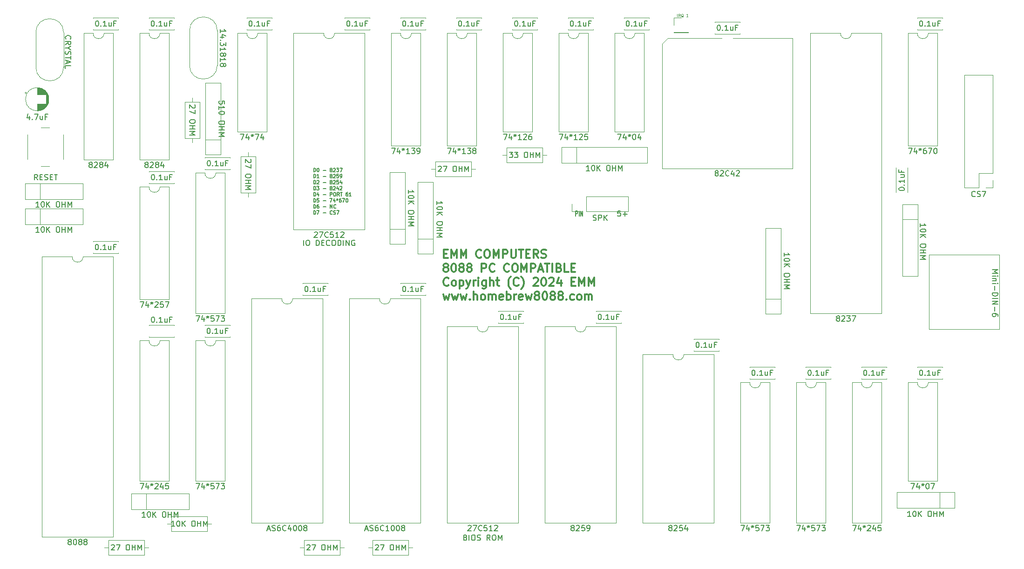
<source format=gbr>
G04 #@! TF.GenerationSoftware,KiCad,Pcbnew,(5.1.8)-1*
G04 #@! TF.CreationDate,2024-06-24T11:55:26-06:00*
G04 #@! TF.ProjectId,8088 PCB,38303838-2050-4434-922e-6b696361645f,rev?*
G04 #@! TF.SameCoordinates,Original*
G04 #@! TF.FileFunction,Legend,Top*
G04 #@! TF.FilePolarity,Positive*
%FSLAX46Y46*%
G04 Gerber Fmt 4.6, Leading zero omitted, Abs format (unit mm)*
G04 Created by KiCad (PCBNEW (5.1.8)-1) date 2024-06-24 11:55:26*
%MOMM*%
%LPD*%
G01*
G04 APERTURE LIST*
%ADD10C,0.150000*%
%ADD11C,0.300000*%
%ADD12C,0.120000*%
%ADD13C,0.101600*%
G04 APERTURE END LIST*
D10*
X111500690Y-67040511D02*
X111500690Y-66405511D01*
X111651880Y-66405511D01*
X111742595Y-66435750D01*
X111803071Y-66496226D01*
X111833309Y-66556702D01*
X111863547Y-66677654D01*
X111863547Y-66768369D01*
X111833309Y-66889321D01*
X111803071Y-66949797D01*
X111742595Y-67010273D01*
X111651880Y-67040511D01*
X111500690Y-67040511D01*
X112256642Y-66405511D02*
X112317119Y-66405511D01*
X112377595Y-66435750D01*
X112407833Y-66465988D01*
X112438071Y-66526464D01*
X112468309Y-66647416D01*
X112468309Y-66798607D01*
X112438071Y-66919559D01*
X112407833Y-66980035D01*
X112377595Y-67010273D01*
X112317119Y-67040511D01*
X112256642Y-67040511D01*
X112196166Y-67010273D01*
X112165928Y-66980035D01*
X112135690Y-66919559D01*
X112105452Y-66798607D01*
X112105452Y-66647416D01*
X112135690Y-66526464D01*
X112165928Y-66465988D01*
X112196166Y-66435750D01*
X112256642Y-66405511D01*
X113224261Y-66798607D02*
X113708071Y-66798607D01*
X114584976Y-66677654D02*
X114524500Y-66647416D01*
X114494261Y-66617178D01*
X114464023Y-66556702D01*
X114464023Y-66526464D01*
X114494261Y-66465988D01*
X114524500Y-66435750D01*
X114584976Y-66405511D01*
X114705928Y-66405511D01*
X114766404Y-66435750D01*
X114796642Y-66465988D01*
X114826880Y-66526464D01*
X114826880Y-66556702D01*
X114796642Y-66617178D01*
X114766404Y-66647416D01*
X114705928Y-66677654D01*
X114584976Y-66677654D01*
X114524500Y-66707892D01*
X114494261Y-66738130D01*
X114464023Y-66798607D01*
X114464023Y-66919559D01*
X114494261Y-66980035D01*
X114524500Y-67010273D01*
X114584976Y-67040511D01*
X114705928Y-67040511D01*
X114766404Y-67010273D01*
X114796642Y-66980035D01*
X114826880Y-66919559D01*
X114826880Y-66798607D01*
X114796642Y-66738130D01*
X114766404Y-66707892D01*
X114705928Y-66677654D01*
X115068785Y-66465988D02*
X115099023Y-66435750D01*
X115159500Y-66405511D01*
X115310690Y-66405511D01*
X115371166Y-66435750D01*
X115401404Y-66465988D01*
X115431642Y-66526464D01*
X115431642Y-66586940D01*
X115401404Y-66677654D01*
X115038547Y-67040511D01*
X115431642Y-67040511D01*
X115643309Y-66405511D02*
X116036404Y-66405511D01*
X115824738Y-66647416D01*
X115915452Y-66647416D01*
X115975928Y-66677654D01*
X116006166Y-66707892D01*
X116036404Y-66768369D01*
X116036404Y-66919559D01*
X116006166Y-66980035D01*
X115975928Y-67010273D01*
X115915452Y-67040511D01*
X115734023Y-67040511D01*
X115673547Y-67010273D01*
X115643309Y-66980035D01*
X116248071Y-66405511D02*
X116671404Y-66405511D01*
X116399261Y-67040511D01*
X111500690Y-68143011D02*
X111500690Y-67508011D01*
X111651880Y-67508011D01*
X111742595Y-67538250D01*
X111803071Y-67598726D01*
X111833309Y-67659202D01*
X111863547Y-67780154D01*
X111863547Y-67870869D01*
X111833309Y-67991821D01*
X111803071Y-68052297D01*
X111742595Y-68112773D01*
X111651880Y-68143011D01*
X111500690Y-68143011D01*
X112468309Y-68143011D02*
X112105452Y-68143011D01*
X112286880Y-68143011D02*
X112286880Y-67508011D01*
X112226404Y-67598726D01*
X112165928Y-67659202D01*
X112105452Y-67689440D01*
X113224261Y-67901107D02*
X113708071Y-67901107D01*
X114584976Y-67780154D02*
X114524500Y-67749916D01*
X114494261Y-67719678D01*
X114464023Y-67659202D01*
X114464023Y-67628964D01*
X114494261Y-67568488D01*
X114524500Y-67538250D01*
X114584976Y-67508011D01*
X114705928Y-67508011D01*
X114766404Y-67538250D01*
X114796642Y-67568488D01*
X114826880Y-67628964D01*
X114826880Y-67659202D01*
X114796642Y-67719678D01*
X114766404Y-67749916D01*
X114705928Y-67780154D01*
X114584976Y-67780154D01*
X114524500Y-67810392D01*
X114494261Y-67840630D01*
X114464023Y-67901107D01*
X114464023Y-68022059D01*
X114494261Y-68082535D01*
X114524500Y-68112773D01*
X114584976Y-68143011D01*
X114705928Y-68143011D01*
X114766404Y-68112773D01*
X114796642Y-68082535D01*
X114826880Y-68022059D01*
X114826880Y-67901107D01*
X114796642Y-67840630D01*
X114766404Y-67810392D01*
X114705928Y-67780154D01*
X115068785Y-67568488D02*
X115099023Y-67538250D01*
X115159500Y-67508011D01*
X115310690Y-67508011D01*
X115371166Y-67538250D01*
X115401404Y-67568488D01*
X115431642Y-67628964D01*
X115431642Y-67689440D01*
X115401404Y-67780154D01*
X115038547Y-68143011D01*
X115431642Y-68143011D01*
X116006166Y-67508011D02*
X115703785Y-67508011D01*
X115673547Y-67810392D01*
X115703785Y-67780154D01*
X115764261Y-67749916D01*
X115915452Y-67749916D01*
X115975928Y-67780154D01*
X116006166Y-67810392D01*
X116036404Y-67870869D01*
X116036404Y-68022059D01*
X116006166Y-68082535D01*
X115975928Y-68112773D01*
X115915452Y-68143011D01*
X115764261Y-68143011D01*
X115703785Y-68112773D01*
X115673547Y-68082535D01*
X116338785Y-68143011D02*
X116459738Y-68143011D01*
X116520214Y-68112773D01*
X116550452Y-68082535D01*
X116610928Y-67991821D01*
X116641166Y-67870869D01*
X116641166Y-67628964D01*
X116610928Y-67568488D01*
X116580690Y-67538250D01*
X116520214Y-67508011D01*
X116399261Y-67508011D01*
X116338785Y-67538250D01*
X116308547Y-67568488D01*
X116278309Y-67628964D01*
X116278309Y-67780154D01*
X116308547Y-67840630D01*
X116338785Y-67870869D01*
X116399261Y-67901107D01*
X116520214Y-67901107D01*
X116580690Y-67870869D01*
X116610928Y-67840630D01*
X116641166Y-67780154D01*
X111500690Y-69245511D02*
X111500690Y-68610511D01*
X111651880Y-68610511D01*
X111742595Y-68640750D01*
X111803071Y-68701226D01*
X111833309Y-68761702D01*
X111863547Y-68882654D01*
X111863547Y-68973369D01*
X111833309Y-69094321D01*
X111803071Y-69154797D01*
X111742595Y-69215273D01*
X111651880Y-69245511D01*
X111500690Y-69245511D01*
X112105452Y-68670988D02*
X112135690Y-68640750D01*
X112196166Y-68610511D01*
X112347357Y-68610511D01*
X112407833Y-68640750D01*
X112438071Y-68670988D01*
X112468309Y-68731464D01*
X112468309Y-68791940D01*
X112438071Y-68882654D01*
X112075214Y-69245511D01*
X112468309Y-69245511D01*
X113224261Y-69003607D02*
X113708071Y-69003607D01*
X114584976Y-68882654D02*
X114524500Y-68852416D01*
X114494261Y-68822178D01*
X114464023Y-68761702D01*
X114464023Y-68731464D01*
X114494261Y-68670988D01*
X114524500Y-68640750D01*
X114584976Y-68610511D01*
X114705928Y-68610511D01*
X114766404Y-68640750D01*
X114796642Y-68670988D01*
X114826880Y-68731464D01*
X114826880Y-68761702D01*
X114796642Y-68822178D01*
X114766404Y-68852416D01*
X114705928Y-68882654D01*
X114584976Y-68882654D01*
X114524500Y-68912892D01*
X114494261Y-68943130D01*
X114464023Y-69003607D01*
X114464023Y-69124559D01*
X114494261Y-69185035D01*
X114524500Y-69215273D01*
X114584976Y-69245511D01*
X114705928Y-69245511D01*
X114766404Y-69215273D01*
X114796642Y-69185035D01*
X114826880Y-69124559D01*
X114826880Y-69003607D01*
X114796642Y-68943130D01*
X114766404Y-68912892D01*
X114705928Y-68882654D01*
X115068785Y-68670988D02*
X115099023Y-68640750D01*
X115159500Y-68610511D01*
X115310690Y-68610511D01*
X115371166Y-68640750D01*
X115401404Y-68670988D01*
X115431642Y-68731464D01*
X115431642Y-68791940D01*
X115401404Y-68882654D01*
X115038547Y-69245511D01*
X115431642Y-69245511D01*
X116006166Y-68610511D02*
X115703785Y-68610511D01*
X115673547Y-68912892D01*
X115703785Y-68882654D01*
X115764261Y-68852416D01*
X115915452Y-68852416D01*
X115975928Y-68882654D01*
X116006166Y-68912892D01*
X116036404Y-68973369D01*
X116036404Y-69124559D01*
X116006166Y-69185035D01*
X115975928Y-69215273D01*
X115915452Y-69245511D01*
X115764261Y-69245511D01*
X115703785Y-69215273D01*
X115673547Y-69185035D01*
X116580690Y-68822178D02*
X116580690Y-69245511D01*
X116429500Y-68580273D02*
X116278309Y-69033845D01*
X116671404Y-69033845D01*
X111500690Y-70348011D02*
X111500690Y-69713011D01*
X111651880Y-69713011D01*
X111742595Y-69743250D01*
X111803071Y-69803726D01*
X111833309Y-69864202D01*
X111863547Y-69985154D01*
X111863547Y-70075869D01*
X111833309Y-70196821D01*
X111803071Y-70257297D01*
X111742595Y-70317773D01*
X111651880Y-70348011D01*
X111500690Y-70348011D01*
X112075214Y-69713011D02*
X112468309Y-69713011D01*
X112256642Y-69954916D01*
X112347357Y-69954916D01*
X112407833Y-69985154D01*
X112438071Y-70015392D01*
X112468309Y-70075869D01*
X112468309Y-70227059D01*
X112438071Y-70287535D01*
X112407833Y-70317773D01*
X112347357Y-70348011D01*
X112165928Y-70348011D01*
X112105452Y-70317773D01*
X112075214Y-70287535D01*
X113224261Y-70106107D02*
X113708071Y-70106107D01*
X114584976Y-69985154D02*
X114524500Y-69954916D01*
X114494261Y-69924678D01*
X114464023Y-69864202D01*
X114464023Y-69833964D01*
X114494261Y-69773488D01*
X114524500Y-69743250D01*
X114584976Y-69713011D01*
X114705928Y-69713011D01*
X114766404Y-69743250D01*
X114796642Y-69773488D01*
X114826880Y-69833964D01*
X114826880Y-69864202D01*
X114796642Y-69924678D01*
X114766404Y-69954916D01*
X114705928Y-69985154D01*
X114584976Y-69985154D01*
X114524500Y-70015392D01*
X114494261Y-70045630D01*
X114464023Y-70106107D01*
X114464023Y-70227059D01*
X114494261Y-70287535D01*
X114524500Y-70317773D01*
X114584976Y-70348011D01*
X114705928Y-70348011D01*
X114766404Y-70317773D01*
X114796642Y-70287535D01*
X114826880Y-70227059D01*
X114826880Y-70106107D01*
X114796642Y-70045630D01*
X114766404Y-70015392D01*
X114705928Y-69985154D01*
X115068785Y-69773488D02*
X115099023Y-69743250D01*
X115159500Y-69713011D01*
X115310690Y-69713011D01*
X115371166Y-69743250D01*
X115401404Y-69773488D01*
X115431642Y-69833964D01*
X115431642Y-69894440D01*
X115401404Y-69985154D01*
X115038547Y-70348011D01*
X115431642Y-70348011D01*
X115975928Y-69924678D02*
X115975928Y-70348011D01*
X115824738Y-69682773D02*
X115673547Y-70136345D01*
X116066642Y-70136345D01*
X116278309Y-69773488D02*
X116308547Y-69743250D01*
X116369023Y-69713011D01*
X116520214Y-69713011D01*
X116580690Y-69743250D01*
X116610928Y-69773488D01*
X116641166Y-69833964D01*
X116641166Y-69894440D01*
X116610928Y-69985154D01*
X116248071Y-70348011D01*
X116641166Y-70348011D01*
X111500690Y-71450511D02*
X111500690Y-70815511D01*
X111651880Y-70815511D01*
X111742595Y-70845750D01*
X111803071Y-70906226D01*
X111833309Y-70966702D01*
X111863547Y-71087654D01*
X111863547Y-71178369D01*
X111833309Y-71299321D01*
X111803071Y-71359797D01*
X111742595Y-71420273D01*
X111651880Y-71450511D01*
X111500690Y-71450511D01*
X112407833Y-71027178D02*
X112407833Y-71450511D01*
X112256642Y-70785273D02*
X112105452Y-71238845D01*
X112498547Y-71238845D01*
X113224261Y-71208607D02*
X113708071Y-71208607D01*
X114494261Y-71450511D02*
X114494261Y-70815511D01*
X114736166Y-70815511D01*
X114796642Y-70845750D01*
X114826880Y-70875988D01*
X114857119Y-70936464D01*
X114857119Y-71027178D01*
X114826880Y-71087654D01*
X114796642Y-71117892D01*
X114736166Y-71148130D01*
X114494261Y-71148130D01*
X115250214Y-70815511D02*
X115371166Y-70815511D01*
X115431642Y-70845750D01*
X115492119Y-70906226D01*
X115522357Y-71027178D01*
X115522357Y-71238845D01*
X115492119Y-71359797D01*
X115431642Y-71420273D01*
X115371166Y-71450511D01*
X115250214Y-71450511D01*
X115189738Y-71420273D01*
X115129261Y-71359797D01*
X115099023Y-71238845D01*
X115099023Y-71027178D01*
X115129261Y-70906226D01*
X115189738Y-70845750D01*
X115250214Y-70815511D01*
X116157357Y-71450511D02*
X115945690Y-71148130D01*
X115794500Y-71450511D02*
X115794500Y-70815511D01*
X116036404Y-70815511D01*
X116096880Y-70845750D01*
X116127119Y-70875988D01*
X116157357Y-70936464D01*
X116157357Y-71027178D01*
X116127119Y-71087654D01*
X116096880Y-71117892D01*
X116036404Y-71148130D01*
X115794500Y-71148130D01*
X116338785Y-70815511D02*
X116701642Y-70815511D01*
X116520214Y-71450511D02*
X116520214Y-70815511D01*
X117669261Y-70815511D02*
X117548309Y-70815511D01*
X117487833Y-70845750D01*
X117457595Y-70875988D01*
X117397119Y-70966702D01*
X117366880Y-71087654D01*
X117366880Y-71329559D01*
X117397119Y-71390035D01*
X117427357Y-71420273D01*
X117487833Y-71450511D01*
X117608785Y-71450511D01*
X117669261Y-71420273D01*
X117699500Y-71390035D01*
X117729738Y-71329559D01*
X117729738Y-71178369D01*
X117699500Y-71117892D01*
X117669261Y-71087654D01*
X117608785Y-71057416D01*
X117487833Y-71057416D01*
X117427357Y-71087654D01*
X117397119Y-71117892D01*
X117366880Y-71178369D01*
X118334500Y-71450511D02*
X117971642Y-71450511D01*
X118153071Y-71450511D02*
X118153071Y-70815511D01*
X118092595Y-70906226D01*
X118032119Y-70966702D01*
X117971642Y-70996940D01*
X111500690Y-72553011D02*
X111500690Y-71918011D01*
X111651880Y-71918011D01*
X111742595Y-71948250D01*
X111803071Y-72008726D01*
X111833309Y-72069202D01*
X111863547Y-72190154D01*
X111863547Y-72280869D01*
X111833309Y-72401821D01*
X111803071Y-72462297D01*
X111742595Y-72522773D01*
X111651880Y-72553011D01*
X111500690Y-72553011D01*
X112438071Y-71918011D02*
X112135690Y-71918011D01*
X112105452Y-72220392D01*
X112135690Y-72190154D01*
X112196166Y-72159916D01*
X112347357Y-72159916D01*
X112407833Y-72190154D01*
X112438071Y-72220392D01*
X112468309Y-72280869D01*
X112468309Y-72432059D01*
X112438071Y-72492535D01*
X112407833Y-72522773D01*
X112347357Y-72553011D01*
X112196166Y-72553011D01*
X112135690Y-72522773D01*
X112105452Y-72492535D01*
X113224261Y-72311107D02*
X113708071Y-72311107D01*
X114433785Y-71918011D02*
X114857119Y-71918011D01*
X114584976Y-72553011D01*
X115371166Y-72129678D02*
X115371166Y-72553011D01*
X115219976Y-71887773D02*
X115068785Y-72341345D01*
X115461880Y-72341345D01*
X115794500Y-71918011D02*
X115794500Y-72069202D01*
X115643309Y-72008726D02*
X115794500Y-72069202D01*
X115945690Y-72008726D01*
X115703785Y-72190154D02*
X115794500Y-72069202D01*
X115885214Y-72190154D01*
X116459738Y-71918011D02*
X116338785Y-71918011D01*
X116278309Y-71948250D01*
X116248071Y-71978488D01*
X116187595Y-72069202D01*
X116157357Y-72190154D01*
X116157357Y-72432059D01*
X116187595Y-72492535D01*
X116217833Y-72522773D01*
X116278309Y-72553011D01*
X116399261Y-72553011D01*
X116459738Y-72522773D01*
X116489976Y-72492535D01*
X116520214Y-72432059D01*
X116520214Y-72280869D01*
X116489976Y-72220392D01*
X116459738Y-72190154D01*
X116399261Y-72159916D01*
X116278309Y-72159916D01*
X116217833Y-72190154D01*
X116187595Y-72220392D01*
X116157357Y-72280869D01*
X116731880Y-71918011D02*
X117155214Y-71918011D01*
X116883071Y-72553011D01*
X117518071Y-71918011D02*
X117578547Y-71918011D01*
X117639023Y-71948250D01*
X117669261Y-71978488D01*
X117699500Y-72038964D01*
X117729738Y-72159916D01*
X117729738Y-72311107D01*
X117699500Y-72432059D01*
X117669261Y-72492535D01*
X117639023Y-72522773D01*
X117578547Y-72553011D01*
X117518071Y-72553011D01*
X117457595Y-72522773D01*
X117427357Y-72492535D01*
X117397119Y-72432059D01*
X117366880Y-72311107D01*
X117366880Y-72159916D01*
X117397119Y-72038964D01*
X117427357Y-71978488D01*
X117457595Y-71948250D01*
X117518071Y-71918011D01*
X111500690Y-73655511D02*
X111500690Y-73020511D01*
X111651880Y-73020511D01*
X111742595Y-73050750D01*
X111803071Y-73111226D01*
X111833309Y-73171702D01*
X111863547Y-73292654D01*
X111863547Y-73383369D01*
X111833309Y-73504321D01*
X111803071Y-73564797D01*
X111742595Y-73625273D01*
X111651880Y-73655511D01*
X111500690Y-73655511D01*
X112407833Y-73020511D02*
X112286880Y-73020511D01*
X112226404Y-73050750D01*
X112196166Y-73080988D01*
X112135690Y-73171702D01*
X112105452Y-73292654D01*
X112105452Y-73534559D01*
X112135690Y-73595035D01*
X112165928Y-73625273D01*
X112226404Y-73655511D01*
X112347357Y-73655511D01*
X112407833Y-73625273D01*
X112438071Y-73595035D01*
X112468309Y-73534559D01*
X112468309Y-73383369D01*
X112438071Y-73322892D01*
X112407833Y-73292654D01*
X112347357Y-73262416D01*
X112226404Y-73262416D01*
X112165928Y-73292654D01*
X112135690Y-73322892D01*
X112105452Y-73383369D01*
X113224261Y-73413607D02*
X113708071Y-73413607D01*
X114494261Y-73655511D02*
X114494261Y-73020511D01*
X114857119Y-73655511D01*
X114857119Y-73020511D01*
X115522357Y-73595035D02*
X115492119Y-73625273D01*
X115401404Y-73655511D01*
X115340928Y-73655511D01*
X115250214Y-73625273D01*
X115189738Y-73564797D01*
X115159500Y-73504321D01*
X115129261Y-73383369D01*
X115129261Y-73292654D01*
X115159500Y-73171702D01*
X115189738Y-73111226D01*
X115250214Y-73050750D01*
X115340928Y-73020511D01*
X115401404Y-73020511D01*
X115492119Y-73050750D01*
X115522357Y-73080988D01*
X111500690Y-74758011D02*
X111500690Y-74123011D01*
X111651880Y-74123011D01*
X111742595Y-74153250D01*
X111803071Y-74213726D01*
X111833309Y-74274202D01*
X111863547Y-74395154D01*
X111863547Y-74485869D01*
X111833309Y-74606821D01*
X111803071Y-74667297D01*
X111742595Y-74727773D01*
X111651880Y-74758011D01*
X111500690Y-74758011D01*
X112075214Y-74123011D02*
X112498547Y-74123011D01*
X112226404Y-74758011D01*
X113224261Y-74516107D02*
X113708071Y-74516107D01*
X114857119Y-74697535D02*
X114826880Y-74727773D01*
X114736166Y-74758011D01*
X114675690Y-74758011D01*
X114584976Y-74727773D01*
X114524500Y-74667297D01*
X114494261Y-74606821D01*
X114464023Y-74485869D01*
X114464023Y-74395154D01*
X114494261Y-74274202D01*
X114524500Y-74213726D01*
X114584976Y-74153250D01*
X114675690Y-74123011D01*
X114736166Y-74123011D01*
X114826880Y-74153250D01*
X114857119Y-74183488D01*
X115099023Y-74727773D02*
X115189738Y-74758011D01*
X115340928Y-74758011D01*
X115401404Y-74727773D01*
X115431642Y-74697535D01*
X115461880Y-74637059D01*
X115461880Y-74576583D01*
X115431642Y-74516107D01*
X115401404Y-74485869D01*
X115340928Y-74455630D01*
X115219976Y-74425392D01*
X115159500Y-74395154D01*
X115129261Y-74364916D01*
X115099023Y-74304440D01*
X115099023Y-74243964D01*
X115129261Y-74183488D01*
X115159500Y-74153250D01*
X115219976Y-74123011D01*
X115371166Y-74123011D01*
X115461880Y-74153250D01*
X115673547Y-74123011D02*
X116096880Y-74123011D01*
X115824738Y-74758011D01*
D11*
X135172142Y-81919857D02*
X135672142Y-81919857D01*
X135886428Y-82705571D02*
X135172142Y-82705571D01*
X135172142Y-81205571D01*
X135886428Y-81205571D01*
X136529285Y-82705571D02*
X136529285Y-81205571D01*
X137029285Y-82277000D01*
X137529285Y-81205571D01*
X137529285Y-82705571D01*
X138243571Y-82705571D02*
X138243571Y-81205571D01*
X138743571Y-82277000D01*
X139243571Y-81205571D01*
X139243571Y-82705571D01*
X141957857Y-82562714D02*
X141886428Y-82634142D01*
X141672142Y-82705571D01*
X141529285Y-82705571D01*
X141315000Y-82634142D01*
X141172142Y-82491285D01*
X141100714Y-82348428D01*
X141029285Y-82062714D01*
X141029285Y-81848428D01*
X141100714Y-81562714D01*
X141172142Y-81419857D01*
X141315000Y-81277000D01*
X141529285Y-81205571D01*
X141672142Y-81205571D01*
X141886428Y-81277000D01*
X141957857Y-81348428D01*
X142886428Y-81205571D02*
X143172142Y-81205571D01*
X143315000Y-81277000D01*
X143457857Y-81419857D01*
X143529285Y-81705571D01*
X143529285Y-82205571D01*
X143457857Y-82491285D01*
X143315000Y-82634142D01*
X143172142Y-82705571D01*
X142886428Y-82705571D01*
X142743571Y-82634142D01*
X142600714Y-82491285D01*
X142529285Y-82205571D01*
X142529285Y-81705571D01*
X142600714Y-81419857D01*
X142743571Y-81277000D01*
X142886428Y-81205571D01*
X144172142Y-82705571D02*
X144172142Y-81205571D01*
X144672142Y-82277000D01*
X145172142Y-81205571D01*
X145172142Y-82705571D01*
X145886428Y-82705571D02*
X145886428Y-81205571D01*
X146457857Y-81205571D01*
X146600714Y-81277000D01*
X146672142Y-81348428D01*
X146743571Y-81491285D01*
X146743571Y-81705571D01*
X146672142Y-81848428D01*
X146600714Y-81919857D01*
X146457857Y-81991285D01*
X145886428Y-81991285D01*
X147386428Y-81205571D02*
X147386428Y-82419857D01*
X147457857Y-82562714D01*
X147529285Y-82634142D01*
X147672142Y-82705571D01*
X147957857Y-82705571D01*
X148100714Y-82634142D01*
X148172142Y-82562714D01*
X148243571Y-82419857D01*
X148243571Y-81205571D01*
X148743571Y-81205571D02*
X149600714Y-81205571D01*
X149172142Y-82705571D02*
X149172142Y-81205571D01*
X150100714Y-81919857D02*
X150600714Y-81919857D01*
X150815000Y-82705571D02*
X150100714Y-82705571D01*
X150100714Y-81205571D01*
X150815000Y-81205571D01*
X152315000Y-82705571D02*
X151815000Y-81991285D01*
X151457857Y-82705571D02*
X151457857Y-81205571D01*
X152029285Y-81205571D01*
X152172142Y-81277000D01*
X152243571Y-81348428D01*
X152315000Y-81491285D01*
X152315000Y-81705571D01*
X152243571Y-81848428D01*
X152172142Y-81919857D01*
X152029285Y-81991285D01*
X151457857Y-81991285D01*
X152886428Y-82634142D02*
X153100714Y-82705571D01*
X153457857Y-82705571D01*
X153600714Y-82634142D01*
X153672142Y-82562714D01*
X153743571Y-82419857D01*
X153743571Y-82277000D01*
X153672142Y-82134142D01*
X153600714Y-82062714D01*
X153457857Y-81991285D01*
X153172142Y-81919857D01*
X153029285Y-81848428D01*
X152957857Y-81777000D01*
X152886428Y-81634142D01*
X152886428Y-81491285D01*
X152957857Y-81348428D01*
X153029285Y-81277000D01*
X153172142Y-81205571D01*
X153529285Y-81205571D01*
X153743571Y-81277000D01*
X135386428Y-84398428D02*
X135243571Y-84327000D01*
X135172142Y-84255571D01*
X135100714Y-84112714D01*
X135100714Y-84041285D01*
X135172142Y-83898428D01*
X135243571Y-83827000D01*
X135386428Y-83755571D01*
X135672142Y-83755571D01*
X135815000Y-83827000D01*
X135886428Y-83898428D01*
X135957857Y-84041285D01*
X135957857Y-84112714D01*
X135886428Y-84255571D01*
X135815000Y-84327000D01*
X135672142Y-84398428D01*
X135386428Y-84398428D01*
X135243571Y-84469857D01*
X135172142Y-84541285D01*
X135100714Y-84684142D01*
X135100714Y-84969857D01*
X135172142Y-85112714D01*
X135243571Y-85184142D01*
X135386428Y-85255571D01*
X135672142Y-85255571D01*
X135815000Y-85184142D01*
X135886428Y-85112714D01*
X135957857Y-84969857D01*
X135957857Y-84684142D01*
X135886428Y-84541285D01*
X135815000Y-84469857D01*
X135672142Y-84398428D01*
X136886428Y-83755571D02*
X137029285Y-83755571D01*
X137172142Y-83827000D01*
X137243571Y-83898428D01*
X137315000Y-84041285D01*
X137386428Y-84327000D01*
X137386428Y-84684142D01*
X137315000Y-84969857D01*
X137243571Y-85112714D01*
X137172142Y-85184142D01*
X137029285Y-85255571D01*
X136886428Y-85255571D01*
X136743571Y-85184142D01*
X136672142Y-85112714D01*
X136600714Y-84969857D01*
X136529285Y-84684142D01*
X136529285Y-84327000D01*
X136600714Y-84041285D01*
X136672142Y-83898428D01*
X136743571Y-83827000D01*
X136886428Y-83755571D01*
X138243571Y-84398428D02*
X138100714Y-84327000D01*
X138029285Y-84255571D01*
X137957857Y-84112714D01*
X137957857Y-84041285D01*
X138029285Y-83898428D01*
X138100714Y-83827000D01*
X138243571Y-83755571D01*
X138529285Y-83755571D01*
X138672142Y-83827000D01*
X138743571Y-83898428D01*
X138815000Y-84041285D01*
X138815000Y-84112714D01*
X138743571Y-84255571D01*
X138672142Y-84327000D01*
X138529285Y-84398428D01*
X138243571Y-84398428D01*
X138100714Y-84469857D01*
X138029285Y-84541285D01*
X137957857Y-84684142D01*
X137957857Y-84969857D01*
X138029285Y-85112714D01*
X138100714Y-85184142D01*
X138243571Y-85255571D01*
X138529285Y-85255571D01*
X138672142Y-85184142D01*
X138743571Y-85112714D01*
X138815000Y-84969857D01*
X138815000Y-84684142D01*
X138743571Y-84541285D01*
X138672142Y-84469857D01*
X138529285Y-84398428D01*
X139672142Y-84398428D02*
X139529285Y-84327000D01*
X139457857Y-84255571D01*
X139386428Y-84112714D01*
X139386428Y-84041285D01*
X139457857Y-83898428D01*
X139529285Y-83827000D01*
X139672142Y-83755571D01*
X139957857Y-83755571D01*
X140100714Y-83827000D01*
X140172142Y-83898428D01*
X140243571Y-84041285D01*
X140243571Y-84112714D01*
X140172142Y-84255571D01*
X140100714Y-84327000D01*
X139957857Y-84398428D01*
X139672142Y-84398428D01*
X139529285Y-84469857D01*
X139457857Y-84541285D01*
X139386428Y-84684142D01*
X139386428Y-84969857D01*
X139457857Y-85112714D01*
X139529285Y-85184142D01*
X139672142Y-85255571D01*
X139957857Y-85255571D01*
X140100714Y-85184142D01*
X140172142Y-85112714D01*
X140243571Y-84969857D01*
X140243571Y-84684142D01*
X140172142Y-84541285D01*
X140100714Y-84469857D01*
X139957857Y-84398428D01*
X142029285Y-85255571D02*
X142029285Y-83755571D01*
X142600714Y-83755571D01*
X142743571Y-83827000D01*
X142815000Y-83898428D01*
X142886428Y-84041285D01*
X142886428Y-84255571D01*
X142815000Y-84398428D01*
X142743571Y-84469857D01*
X142600714Y-84541285D01*
X142029285Y-84541285D01*
X144386428Y-85112714D02*
X144315000Y-85184142D01*
X144100714Y-85255571D01*
X143957857Y-85255571D01*
X143743571Y-85184142D01*
X143600714Y-85041285D01*
X143529285Y-84898428D01*
X143457857Y-84612714D01*
X143457857Y-84398428D01*
X143529285Y-84112714D01*
X143600714Y-83969857D01*
X143743571Y-83827000D01*
X143957857Y-83755571D01*
X144100714Y-83755571D01*
X144315000Y-83827000D01*
X144386428Y-83898428D01*
X147029285Y-85112714D02*
X146957857Y-85184142D01*
X146743571Y-85255571D01*
X146600714Y-85255571D01*
X146386428Y-85184142D01*
X146243571Y-85041285D01*
X146172142Y-84898428D01*
X146100714Y-84612714D01*
X146100714Y-84398428D01*
X146172142Y-84112714D01*
X146243571Y-83969857D01*
X146386428Y-83827000D01*
X146600714Y-83755571D01*
X146743571Y-83755571D01*
X146957857Y-83827000D01*
X147029285Y-83898428D01*
X147957857Y-83755571D02*
X148243571Y-83755571D01*
X148386428Y-83827000D01*
X148529285Y-83969857D01*
X148600714Y-84255571D01*
X148600714Y-84755571D01*
X148529285Y-85041285D01*
X148386428Y-85184142D01*
X148243571Y-85255571D01*
X147957857Y-85255571D01*
X147815000Y-85184142D01*
X147672142Y-85041285D01*
X147600714Y-84755571D01*
X147600714Y-84255571D01*
X147672142Y-83969857D01*
X147815000Y-83827000D01*
X147957857Y-83755571D01*
X149243571Y-85255571D02*
X149243571Y-83755571D01*
X149743571Y-84827000D01*
X150243571Y-83755571D01*
X150243571Y-85255571D01*
X150957857Y-85255571D02*
X150957857Y-83755571D01*
X151529285Y-83755571D01*
X151672142Y-83827000D01*
X151743571Y-83898428D01*
X151815000Y-84041285D01*
X151815000Y-84255571D01*
X151743571Y-84398428D01*
X151672142Y-84469857D01*
X151529285Y-84541285D01*
X150957857Y-84541285D01*
X152386428Y-84827000D02*
X153100714Y-84827000D01*
X152243571Y-85255571D02*
X152743571Y-83755571D01*
X153243571Y-85255571D01*
X153529285Y-83755571D02*
X154386428Y-83755571D01*
X153957857Y-85255571D02*
X153957857Y-83755571D01*
X154886428Y-85255571D02*
X154886428Y-83755571D01*
X156100714Y-84469857D02*
X156315000Y-84541285D01*
X156386428Y-84612714D01*
X156457857Y-84755571D01*
X156457857Y-84969857D01*
X156386428Y-85112714D01*
X156315000Y-85184142D01*
X156172142Y-85255571D01*
X155600714Y-85255571D01*
X155600714Y-83755571D01*
X156100714Y-83755571D01*
X156243571Y-83827000D01*
X156315000Y-83898428D01*
X156386428Y-84041285D01*
X156386428Y-84184142D01*
X156315000Y-84327000D01*
X156243571Y-84398428D01*
X156100714Y-84469857D01*
X155600714Y-84469857D01*
X157815000Y-85255571D02*
X157100714Y-85255571D01*
X157100714Y-83755571D01*
X158315000Y-84469857D02*
X158815000Y-84469857D01*
X159029285Y-85255571D02*
X158315000Y-85255571D01*
X158315000Y-83755571D01*
X159029285Y-83755571D01*
X136029285Y-87662714D02*
X135957857Y-87734142D01*
X135743571Y-87805571D01*
X135600714Y-87805571D01*
X135386428Y-87734142D01*
X135243571Y-87591285D01*
X135172142Y-87448428D01*
X135100714Y-87162714D01*
X135100714Y-86948428D01*
X135172142Y-86662714D01*
X135243571Y-86519857D01*
X135386428Y-86377000D01*
X135600714Y-86305571D01*
X135743571Y-86305571D01*
X135957857Y-86377000D01*
X136029285Y-86448428D01*
X136886428Y-87805571D02*
X136743571Y-87734142D01*
X136672142Y-87662714D01*
X136600714Y-87519857D01*
X136600714Y-87091285D01*
X136672142Y-86948428D01*
X136743571Y-86877000D01*
X136886428Y-86805571D01*
X137100714Y-86805571D01*
X137243571Y-86877000D01*
X137315000Y-86948428D01*
X137386428Y-87091285D01*
X137386428Y-87519857D01*
X137315000Y-87662714D01*
X137243571Y-87734142D01*
X137100714Y-87805571D01*
X136886428Y-87805571D01*
X138029285Y-86805571D02*
X138029285Y-88305571D01*
X138029285Y-86877000D02*
X138172142Y-86805571D01*
X138457857Y-86805571D01*
X138600714Y-86877000D01*
X138672142Y-86948428D01*
X138743571Y-87091285D01*
X138743571Y-87519857D01*
X138672142Y-87662714D01*
X138600714Y-87734142D01*
X138457857Y-87805571D01*
X138172142Y-87805571D01*
X138029285Y-87734142D01*
X139243571Y-86805571D02*
X139600714Y-87805571D01*
X139957857Y-86805571D02*
X139600714Y-87805571D01*
X139457857Y-88162714D01*
X139386428Y-88234142D01*
X139243571Y-88305571D01*
X140529285Y-87805571D02*
X140529285Y-86805571D01*
X140529285Y-87091285D02*
X140600714Y-86948428D01*
X140672142Y-86877000D01*
X140815000Y-86805571D01*
X140957857Y-86805571D01*
X141457857Y-87805571D02*
X141457857Y-86805571D01*
X141457857Y-86305571D02*
X141386428Y-86377000D01*
X141457857Y-86448428D01*
X141529285Y-86377000D01*
X141457857Y-86305571D01*
X141457857Y-86448428D01*
X142815000Y-86805571D02*
X142815000Y-88019857D01*
X142743571Y-88162714D01*
X142672142Y-88234142D01*
X142529285Y-88305571D01*
X142315000Y-88305571D01*
X142172142Y-88234142D01*
X142815000Y-87734142D02*
X142672142Y-87805571D01*
X142386428Y-87805571D01*
X142243571Y-87734142D01*
X142172142Y-87662714D01*
X142100714Y-87519857D01*
X142100714Y-87091285D01*
X142172142Y-86948428D01*
X142243571Y-86877000D01*
X142386428Y-86805571D01*
X142672142Y-86805571D01*
X142815000Y-86877000D01*
X143529285Y-87805571D02*
X143529285Y-86305571D01*
X144172142Y-87805571D02*
X144172142Y-87019857D01*
X144100714Y-86877000D01*
X143957857Y-86805571D01*
X143743571Y-86805571D01*
X143600714Y-86877000D01*
X143529285Y-86948428D01*
X144672142Y-86805571D02*
X145243571Y-86805571D01*
X144886428Y-86305571D02*
X144886428Y-87591285D01*
X144957857Y-87734142D01*
X145100714Y-87805571D01*
X145243571Y-87805571D01*
X147315000Y-88377000D02*
X147243571Y-88305571D01*
X147100714Y-88091285D01*
X147029285Y-87948428D01*
X146957857Y-87734142D01*
X146886428Y-87377000D01*
X146886428Y-87091285D01*
X146957857Y-86734142D01*
X147029285Y-86519857D01*
X147100714Y-86377000D01*
X147243571Y-86162714D01*
X147315000Y-86091285D01*
X148743571Y-87662714D02*
X148672142Y-87734142D01*
X148457857Y-87805571D01*
X148315000Y-87805571D01*
X148100714Y-87734142D01*
X147957857Y-87591285D01*
X147886428Y-87448428D01*
X147815000Y-87162714D01*
X147815000Y-86948428D01*
X147886428Y-86662714D01*
X147957857Y-86519857D01*
X148100714Y-86377000D01*
X148315000Y-86305571D01*
X148457857Y-86305571D01*
X148672142Y-86377000D01*
X148743571Y-86448428D01*
X149243571Y-88377000D02*
X149315000Y-88305571D01*
X149457857Y-88091285D01*
X149529285Y-87948428D01*
X149600714Y-87734142D01*
X149672142Y-87377000D01*
X149672142Y-87091285D01*
X149600714Y-86734142D01*
X149529285Y-86519857D01*
X149457857Y-86377000D01*
X149315000Y-86162714D01*
X149243571Y-86091285D01*
X151457857Y-86448428D02*
X151529285Y-86377000D01*
X151672142Y-86305571D01*
X152029285Y-86305571D01*
X152172142Y-86377000D01*
X152243571Y-86448428D01*
X152315000Y-86591285D01*
X152315000Y-86734142D01*
X152243571Y-86948428D01*
X151386428Y-87805571D01*
X152315000Y-87805571D01*
X153243571Y-86305571D02*
X153386428Y-86305571D01*
X153529285Y-86377000D01*
X153600714Y-86448428D01*
X153672142Y-86591285D01*
X153743571Y-86877000D01*
X153743571Y-87234142D01*
X153672142Y-87519857D01*
X153600714Y-87662714D01*
X153529285Y-87734142D01*
X153386428Y-87805571D01*
X153243571Y-87805571D01*
X153100714Y-87734142D01*
X153029285Y-87662714D01*
X152957857Y-87519857D01*
X152886428Y-87234142D01*
X152886428Y-86877000D01*
X152957857Y-86591285D01*
X153029285Y-86448428D01*
X153100714Y-86377000D01*
X153243571Y-86305571D01*
X154315000Y-86448428D02*
X154386428Y-86377000D01*
X154529285Y-86305571D01*
X154886428Y-86305571D01*
X155029285Y-86377000D01*
X155100714Y-86448428D01*
X155172142Y-86591285D01*
X155172142Y-86734142D01*
X155100714Y-86948428D01*
X154243571Y-87805571D01*
X155172142Y-87805571D01*
X156457857Y-86805571D02*
X156457857Y-87805571D01*
X156100714Y-86234142D02*
X155743571Y-87305571D01*
X156672142Y-87305571D01*
X158386428Y-87019857D02*
X158886428Y-87019857D01*
X159100714Y-87805571D02*
X158386428Y-87805571D01*
X158386428Y-86305571D01*
X159100714Y-86305571D01*
X159743571Y-87805571D02*
X159743571Y-86305571D01*
X160243571Y-87377000D01*
X160743571Y-86305571D01*
X160743571Y-87805571D01*
X161457857Y-87805571D02*
X161457857Y-86305571D01*
X161957857Y-87377000D01*
X162457857Y-86305571D01*
X162457857Y-87805571D01*
X135029285Y-89355571D02*
X135315000Y-90355571D01*
X135600714Y-89641285D01*
X135886428Y-90355571D01*
X136172142Y-89355571D01*
X136600714Y-89355571D02*
X136886428Y-90355571D01*
X137172142Y-89641285D01*
X137457857Y-90355571D01*
X137743571Y-89355571D01*
X138172142Y-89355571D02*
X138457857Y-90355571D01*
X138743571Y-89641285D01*
X139029285Y-90355571D01*
X139315000Y-89355571D01*
X139886428Y-90212714D02*
X139957857Y-90284142D01*
X139886428Y-90355571D01*
X139815000Y-90284142D01*
X139886428Y-90212714D01*
X139886428Y-90355571D01*
X140600714Y-90355571D02*
X140600714Y-88855571D01*
X141243571Y-90355571D02*
X141243571Y-89569857D01*
X141172142Y-89427000D01*
X141029285Y-89355571D01*
X140815000Y-89355571D01*
X140672142Y-89427000D01*
X140600714Y-89498428D01*
X142172142Y-90355571D02*
X142029285Y-90284142D01*
X141957857Y-90212714D01*
X141886428Y-90069857D01*
X141886428Y-89641285D01*
X141957857Y-89498428D01*
X142029285Y-89427000D01*
X142172142Y-89355571D01*
X142386428Y-89355571D01*
X142529285Y-89427000D01*
X142600714Y-89498428D01*
X142672142Y-89641285D01*
X142672142Y-90069857D01*
X142600714Y-90212714D01*
X142529285Y-90284142D01*
X142386428Y-90355571D01*
X142172142Y-90355571D01*
X143315000Y-90355571D02*
X143315000Y-89355571D01*
X143315000Y-89498428D02*
X143386428Y-89427000D01*
X143529285Y-89355571D01*
X143743571Y-89355571D01*
X143886428Y-89427000D01*
X143957857Y-89569857D01*
X143957857Y-90355571D01*
X143957857Y-89569857D02*
X144029285Y-89427000D01*
X144172142Y-89355571D01*
X144386428Y-89355571D01*
X144529285Y-89427000D01*
X144600714Y-89569857D01*
X144600714Y-90355571D01*
X145886428Y-90284142D02*
X145743571Y-90355571D01*
X145457857Y-90355571D01*
X145315000Y-90284142D01*
X145243571Y-90141285D01*
X145243571Y-89569857D01*
X145315000Y-89427000D01*
X145457857Y-89355571D01*
X145743571Y-89355571D01*
X145886428Y-89427000D01*
X145957857Y-89569857D01*
X145957857Y-89712714D01*
X145243571Y-89855571D01*
X146600714Y-90355571D02*
X146600714Y-88855571D01*
X146600714Y-89427000D02*
X146743571Y-89355571D01*
X147029285Y-89355571D01*
X147172142Y-89427000D01*
X147243571Y-89498428D01*
X147315000Y-89641285D01*
X147315000Y-90069857D01*
X147243571Y-90212714D01*
X147172142Y-90284142D01*
X147029285Y-90355571D01*
X146743571Y-90355571D01*
X146600714Y-90284142D01*
X147957857Y-90355571D02*
X147957857Y-89355571D01*
X147957857Y-89641285D02*
X148029285Y-89498428D01*
X148100714Y-89427000D01*
X148243571Y-89355571D01*
X148386428Y-89355571D01*
X149457857Y-90284142D02*
X149315000Y-90355571D01*
X149029285Y-90355571D01*
X148886428Y-90284142D01*
X148815000Y-90141285D01*
X148815000Y-89569857D01*
X148886428Y-89427000D01*
X149029285Y-89355571D01*
X149315000Y-89355571D01*
X149457857Y-89427000D01*
X149529285Y-89569857D01*
X149529285Y-89712714D01*
X148815000Y-89855571D01*
X150029285Y-89355571D02*
X150315000Y-90355571D01*
X150600714Y-89641285D01*
X150886428Y-90355571D01*
X151172142Y-89355571D01*
X151957857Y-89498428D02*
X151815000Y-89427000D01*
X151743571Y-89355571D01*
X151672142Y-89212714D01*
X151672142Y-89141285D01*
X151743571Y-88998428D01*
X151815000Y-88927000D01*
X151957857Y-88855571D01*
X152243571Y-88855571D01*
X152386428Y-88927000D01*
X152457857Y-88998428D01*
X152529285Y-89141285D01*
X152529285Y-89212714D01*
X152457857Y-89355571D01*
X152386428Y-89427000D01*
X152243571Y-89498428D01*
X151957857Y-89498428D01*
X151815000Y-89569857D01*
X151743571Y-89641285D01*
X151672142Y-89784142D01*
X151672142Y-90069857D01*
X151743571Y-90212714D01*
X151815000Y-90284142D01*
X151957857Y-90355571D01*
X152243571Y-90355571D01*
X152386428Y-90284142D01*
X152457857Y-90212714D01*
X152529285Y-90069857D01*
X152529285Y-89784142D01*
X152457857Y-89641285D01*
X152386428Y-89569857D01*
X152243571Y-89498428D01*
X153457857Y-88855571D02*
X153600714Y-88855571D01*
X153743571Y-88927000D01*
X153815000Y-88998428D01*
X153886428Y-89141285D01*
X153957857Y-89427000D01*
X153957857Y-89784142D01*
X153886428Y-90069857D01*
X153815000Y-90212714D01*
X153743571Y-90284142D01*
X153600714Y-90355571D01*
X153457857Y-90355571D01*
X153315000Y-90284142D01*
X153243571Y-90212714D01*
X153172142Y-90069857D01*
X153100714Y-89784142D01*
X153100714Y-89427000D01*
X153172142Y-89141285D01*
X153243571Y-88998428D01*
X153315000Y-88927000D01*
X153457857Y-88855571D01*
X154815000Y-89498428D02*
X154672142Y-89427000D01*
X154600714Y-89355571D01*
X154529285Y-89212714D01*
X154529285Y-89141285D01*
X154600714Y-88998428D01*
X154672142Y-88927000D01*
X154815000Y-88855571D01*
X155100714Y-88855571D01*
X155243571Y-88927000D01*
X155315000Y-88998428D01*
X155386428Y-89141285D01*
X155386428Y-89212714D01*
X155315000Y-89355571D01*
X155243571Y-89427000D01*
X155100714Y-89498428D01*
X154815000Y-89498428D01*
X154672142Y-89569857D01*
X154600714Y-89641285D01*
X154529285Y-89784142D01*
X154529285Y-90069857D01*
X154600714Y-90212714D01*
X154672142Y-90284142D01*
X154815000Y-90355571D01*
X155100714Y-90355571D01*
X155243571Y-90284142D01*
X155315000Y-90212714D01*
X155386428Y-90069857D01*
X155386428Y-89784142D01*
X155315000Y-89641285D01*
X155243571Y-89569857D01*
X155100714Y-89498428D01*
X156243571Y-89498428D02*
X156100714Y-89427000D01*
X156029285Y-89355571D01*
X155957857Y-89212714D01*
X155957857Y-89141285D01*
X156029285Y-88998428D01*
X156100714Y-88927000D01*
X156243571Y-88855571D01*
X156529285Y-88855571D01*
X156672142Y-88927000D01*
X156743571Y-88998428D01*
X156815000Y-89141285D01*
X156815000Y-89212714D01*
X156743571Y-89355571D01*
X156672142Y-89427000D01*
X156529285Y-89498428D01*
X156243571Y-89498428D01*
X156100714Y-89569857D01*
X156029285Y-89641285D01*
X155957857Y-89784142D01*
X155957857Y-90069857D01*
X156029285Y-90212714D01*
X156100714Y-90284142D01*
X156243571Y-90355571D01*
X156529285Y-90355571D01*
X156672142Y-90284142D01*
X156743571Y-90212714D01*
X156815000Y-90069857D01*
X156815000Y-89784142D01*
X156743571Y-89641285D01*
X156672142Y-89569857D01*
X156529285Y-89498428D01*
X157457857Y-90212714D02*
X157529285Y-90284142D01*
X157457857Y-90355571D01*
X157386428Y-90284142D01*
X157457857Y-90212714D01*
X157457857Y-90355571D01*
X158815000Y-90284142D02*
X158672142Y-90355571D01*
X158386428Y-90355571D01*
X158243571Y-90284142D01*
X158172142Y-90212714D01*
X158100714Y-90069857D01*
X158100714Y-89641285D01*
X158172142Y-89498428D01*
X158243571Y-89427000D01*
X158386428Y-89355571D01*
X158672142Y-89355571D01*
X158815000Y-89427000D01*
X159672142Y-90355571D02*
X159529285Y-90284142D01*
X159457857Y-90212714D01*
X159386428Y-90069857D01*
X159386428Y-89641285D01*
X159457857Y-89498428D01*
X159529285Y-89427000D01*
X159672142Y-89355571D01*
X159886428Y-89355571D01*
X160029285Y-89427000D01*
X160100714Y-89498428D01*
X160172142Y-89641285D01*
X160172142Y-90069857D01*
X160100714Y-90212714D01*
X160029285Y-90284142D01*
X159886428Y-90355571D01*
X159672142Y-90355571D01*
X160815000Y-90355571D02*
X160815000Y-89355571D01*
X160815000Y-89498428D02*
X160886428Y-89427000D01*
X161029285Y-89355571D01*
X161243571Y-89355571D01*
X161386428Y-89427000D01*
X161457857Y-89569857D01*
X161457857Y-90355571D01*
X161457857Y-89569857D02*
X161529285Y-89427000D01*
X161672142Y-89355571D01*
X161886428Y-89355571D01*
X162029285Y-89427000D01*
X162100714Y-89569857D01*
X162100714Y-90355571D01*
D10*
X109657142Y-80462380D02*
X109657142Y-79462380D01*
X110323809Y-79462380D02*
X110514285Y-79462380D01*
X110609523Y-79510000D01*
X110704761Y-79605238D01*
X110752380Y-79795714D01*
X110752380Y-80129047D01*
X110704761Y-80319523D01*
X110609523Y-80414761D01*
X110514285Y-80462380D01*
X110323809Y-80462380D01*
X110228571Y-80414761D01*
X110133333Y-80319523D01*
X110085714Y-80129047D01*
X110085714Y-79795714D01*
X110133333Y-79605238D01*
X110228571Y-79510000D01*
X110323809Y-79462380D01*
X111942857Y-80462380D02*
X111942857Y-79462380D01*
X112180952Y-79462380D01*
X112323809Y-79510000D01*
X112419047Y-79605238D01*
X112466666Y-79700476D01*
X112514285Y-79890952D01*
X112514285Y-80033809D01*
X112466666Y-80224285D01*
X112419047Y-80319523D01*
X112323809Y-80414761D01*
X112180952Y-80462380D01*
X111942857Y-80462380D01*
X112942857Y-79938571D02*
X113276190Y-79938571D01*
X113419047Y-80462380D02*
X112942857Y-80462380D01*
X112942857Y-79462380D01*
X113419047Y-79462380D01*
X114419047Y-80367142D02*
X114371428Y-80414761D01*
X114228571Y-80462380D01*
X114133333Y-80462380D01*
X113990476Y-80414761D01*
X113895238Y-80319523D01*
X113847619Y-80224285D01*
X113800000Y-80033809D01*
X113800000Y-79890952D01*
X113847619Y-79700476D01*
X113895238Y-79605238D01*
X113990476Y-79510000D01*
X114133333Y-79462380D01*
X114228571Y-79462380D01*
X114371428Y-79510000D01*
X114419047Y-79557619D01*
X115038095Y-79462380D02*
X115228571Y-79462380D01*
X115323809Y-79510000D01*
X115419047Y-79605238D01*
X115466666Y-79795714D01*
X115466666Y-80129047D01*
X115419047Y-80319523D01*
X115323809Y-80414761D01*
X115228571Y-80462380D01*
X115038095Y-80462380D01*
X114942857Y-80414761D01*
X114847619Y-80319523D01*
X114800000Y-80129047D01*
X114800000Y-79795714D01*
X114847619Y-79605238D01*
X114942857Y-79510000D01*
X115038095Y-79462380D01*
X115895238Y-80462380D02*
X115895238Y-79462380D01*
X116133333Y-79462380D01*
X116276190Y-79510000D01*
X116371428Y-79605238D01*
X116419047Y-79700476D01*
X116466666Y-79890952D01*
X116466666Y-80033809D01*
X116419047Y-80224285D01*
X116371428Y-80319523D01*
X116276190Y-80414761D01*
X116133333Y-80462380D01*
X115895238Y-80462380D01*
X116895238Y-80462380D02*
X116895238Y-79462380D01*
X117371428Y-80462380D02*
X117371428Y-79462380D01*
X117942857Y-80462380D01*
X117942857Y-79462380D01*
X118942857Y-79510000D02*
X118847619Y-79462380D01*
X118704761Y-79462380D01*
X118561904Y-79510000D01*
X118466666Y-79605238D01*
X118419047Y-79700476D01*
X118371428Y-79890952D01*
X118371428Y-80033809D01*
X118419047Y-80224285D01*
X118466666Y-80319523D01*
X118561904Y-80414761D01*
X118704761Y-80462380D01*
X118800000Y-80462380D01*
X118942857Y-80414761D01*
X118990476Y-80367142D01*
X118990476Y-80033809D01*
X118800000Y-80033809D01*
X139097142Y-133532571D02*
X139240000Y-133580190D01*
X139287619Y-133627809D01*
X139335238Y-133723047D01*
X139335238Y-133865904D01*
X139287619Y-133961142D01*
X139240000Y-134008761D01*
X139144761Y-134056380D01*
X138763809Y-134056380D01*
X138763809Y-133056380D01*
X139097142Y-133056380D01*
X139192380Y-133104000D01*
X139240000Y-133151619D01*
X139287619Y-133246857D01*
X139287619Y-133342095D01*
X139240000Y-133437333D01*
X139192380Y-133484952D01*
X139097142Y-133532571D01*
X138763809Y-133532571D01*
X139763809Y-134056380D02*
X139763809Y-133056380D01*
X140430476Y-133056380D02*
X140620952Y-133056380D01*
X140716190Y-133104000D01*
X140811428Y-133199238D01*
X140859047Y-133389714D01*
X140859047Y-133723047D01*
X140811428Y-133913523D01*
X140716190Y-134008761D01*
X140620952Y-134056380D01*
X140430476Y-134056380D01*
X140335238Y-134008761D01*
X140240000Y-133913523D01*
X140192380Y-133723047D01*
X140192380Y-133389714D01*
X140240000Y-133199238D01*
X140335238Y-133104000D01*
X140430476Y-133056380D01*
X141240000Y-134008761D02*
X141382857Y-134056380D01*
X141620952Y-134056380D01*
X141716190Y-134008761D01*
X141763809Y-133961142D01*
X141811428Y-133865904D01*
X141811428Y-133770666D01*
X141763809Y-133675428D01*
X141716190Y-133627809D01*
X141620952Y-133580190D01*
X141430476Y-133532571D01*
X141335238Y-133484952D01*
X141287619Y-133437333D01*
X141240000Y-133342095D01*
X141240000Y-133246857D01*
X141287619Y-133151619D01*
X141335238Y-133104000D01*
X141430476Y-133056380D01*
X141668571Y-133056380D01*
X141811428Y-133104000D01*
X143573333Y-134056380D02*
X143240000Y-133580190D01*
X143001904Y-134056380D02*
X143001904Y-133056380D01*
X143382857Y-133056380D01*
X143478095Y-133104000D01*
X143525714Y-133151619D01*
X143573333Y-133246857D01*
X143573333Y-133389714D01*
X143525714Y-133484952D01*
X143478095Y-133532571D01*
X143382857Y-133580190D01*
X143001904Y-133580190D01*
X144192380Y-133056380D02*
X144382857Y-133056380D01*
X144478095Y-133104000D01*
X144573333Y-133199238D01*
X144620952Y-133389714D01*
X144620952Y-133723047D01*
X144573333Y-133913523D01*
X144478095Y-134008761D01*
X144382857Y-134056380D01*
X144192380Y-134056380D01*
X144097142Y-134008761D01*
X144001904Y-133913523D01*
X143954285Y-133723047D01*
X143954285Y-133389714D01*
X144001904Y-133199238D01*
X144097142Y-133104000D01*
X144192380Y-133056380D01*
X145049523Y-134056380D02*
X145049523Y-133056380D01*
X145382857Y-133770666D01*
X145716190Y-133056380D01*
X145716190Y-134056380D01*
X159115880Y-75128380D02*
X159115880Y-74128380D01*
X159357785Y-74128380D01*
X159418261Y-74176000D01*
X159448500Y-74223619D01*
X159478738Y-74318857D01*
X159478738Y-74461714D01*
X159448500Y-74556952D01*
X159418261Y-74604571D01*
X159357785Y-74652190D01*
X159115880Y-74652190D01*
X159750880Y-75128380D02*
X159750880Y-74128380D01*
X160053261Y-75128380D02*
X160053261Y-74128380D01*
X160416119Y-75128380D01*
X160416119Y-74128380D01*
X167259047Y-74128380D02*
X166782857Y-74128380D01*
X166735238Y-74604571D01*
X166782857Y-74556952D01*
X166878095Y-74509333D01*
X167116190Y-74509333D01*
X167211428Y-74556952D01*
X167259047Y-74604571D01*
X167306666Y-74699809D01*
X167306666Y-74937904D01*
X167259047Y-75033142D01*
X167211428Y-75080761D01*
X167116190Y-75128380D01*
X166878095Y-75128380D01*
X166782857Y-75080761D01*
X166735238Y-75033142D01*
X167735238Y-74747428D02*
X168497142Y-74747428D01*
X168116190Y-75128380D02*
X168116190Y-74366476D01*
D12*
G04 #@! TO.C,J5*
X176978000Y-39056000D02*
X178308000Y-39056000D01*
X176978000Y-40386000D02*
X176978000Y-39056000D01*
X176978000Y-41656000D02*
X179638000Y-41656000D01*
X179638000Y-41656000D02*
X179638000Y-41716000D01*
X176978000Y-41656000D02*
X176978000Y-41716000D01*
X176978000Y-41716000D02*
X179638000Y-41716000D01*
G04 #@! TO.C,R15*
X92170000Y-132434000D02*
X92170000Y-129694000D01*
X92170000Y-129694000D02*
X85630000Y-129694000D01*
X85630000Y-129694000D02*
X85630000Y-132434000D01*
X85630000Y-132434000D02*
X92170000Y-132434000D01*
X92940000Y-131064000D02*
X92170000Y-131064000D01*
X84860000Y-131064000D02*
X85630000Y-131064000D01*
G04 #@! TO.C,R17*
X193672000Y-92880000D02*
X196472000Y-92880000D01*
X196472000Y-92880000D02*
X196472000Y-77300000D01*
X196472000Y-77300000D02*
X193672000Y-77300000D01*
X193672000Y-77300000D02*
X193672000Y-92880000D01*
X193672000Y-90170000D02*
X196472000Y-90170000D01*
G04 #@! TO.C,R12*
X156548000Y-62608000D02*
X156548000Y-65408000D01*
X156548000Y-65408000D02*
X172128000Y-65408000D01*
X172128000Y-65408000D02*
X172128000Y-62608000D01*
X172128000Y-62608000D02*
X156548000Y-62608000D01*
X159258000Y-62608000D02*
X159258000Y-65408000D01*
G04 #@! TO.C,R8*
X130426000Y-79248000D02*
X133226000Y-79248000D01*
X130426000Y-68918000D02*
X130426000Y-81958000D01*
X133226000Y-68918000D02*
X130426000Y-68918000D01*
X133226000Y-81958000D02*
X133226000Y-68918000D01*
X130426000Y-81958000D02*
X133226000Y-81958000D01*
G04 #@! TO.C,R10*
X125346000Y-80180000D02*
X128146000Y-80180000D01*
X128146000Y-80180000D02*
X128146000Y-67140000D01*
X128146000Y-67140000D02*
X125346000Y-67140000D01*
X125346000Y-67140000D02*
X125346000Y-80180000D01*
X125346000Y-77470000D02*
X128146000Y-77470000D01*
G04 #@! TO.C,J4*
X235010000Y-49470000D02*
X229810000Y-49470000D01*
X235010000Y-67310000D02*
X235010000Y-49470000D01*
X229810000Y-69910000D02*
X229810000Y-49470000D01*
X235010000Y-67310000D02*
X232410000Y-67310000D01*
X232410000Y-67310000D02*
X232410000Y-69910000D01*
X232410000Y-69910000D02*
X229810000Y-69910000D01*
X235010000Y-68580000D02*
X235010000Y-69910000D01*
X235010000Y-69910000D02*
X233680000Y-69910000D01*
G04 #@! TO.C,R16*
X221364000Y-75692000D02*
X218564000Y-75692000D01*
X221364000Y-86022000D02*
X221364000Y-72982000D01*
X218564000Y-86022000D02*
X221364000Y-86022000D01*
X218564000Y-72982000D02*
X218564000Y-86022000D01*
X221364000Y-72982000D02*
X218564000Y-72982000D01*
G04 #@! TO.C,R14*
X81026000Y-125600000D02*
X81026000Y-128400000D01*
X88816000Y-125600000D02*
X78316000Y-125600000D01*
X88816000Y-128400000D02*
X88816000Y-125600000D01*
X78316000Y-128400000D02*
X88816000Y-128400000D01*
X78316000Y-125600000D02*
X78316000Y-128400000D01*
G04 #@! TO.C,R2*
X61722000Y-69212000D02*
X61722000Y-72012000D01*
X69512000Y-69212000D02*
X59012000Y-69212000D01*
X69512000Y-72012000D02*
X69512000Y-69212000D01*
X59012000Y-72012000D02*
X69512000Y-72012000D01*
X59012000Y-69212000D02*
X59012000Y-72012000D01*
G04 #@! TO.C,R1*
X61722000Y-73784000D02*
X61722000Y-76584000D01*
X69512000Y-73784000D02*
X59012000Y-73784000D01*
X69512000Y-76584000D02*
X69512000Y-73784000D01*
X59012000Y-76584000D02*
X69512000Y-76584000D01*
X59012000Y-73784000D02*
X59012000Y-76584000D01*
G04 #@! TO.C,R18*
X91818000Y-61214000D02*
X94618000Y-61214000D01*
X91818000Y-50884000D02*
X91818000Y-63924000D01*
X94618000Y-50884000D02*
X91818000Y-50884000D01*
X94618000Y-63924000D02*
X94618000Y-50884000D01*
X91818000Y-63924000D02*
X94618000Y-63924000D01*
G04 #@! TO.C,R13*
X145820000Y-64008000D02*
X146590000Y-64008000D01*
X153900000Y-64008000D02*
X153130000Y-64008000D01*
X146590000Y-65378000D02*
X153130000Y-65378000D01*
X146590000Y-62638000D02*
X146590000Y-65378000D01*
X153130000Y-62638000D02*
X146590000Y-62638000D01*
X153130000Y-65378000D02*
X153130000Y-62638000D01*
G04 #@! TO.C,R11*
X140946000Y-66548000D02*
X140176000Y-66548000D01*
X132866000Y-66548000D02*
X133636000Y-66548000D01*
X140176000Y-65178000D02*
X133636000Y-65178000D01*
X140176000Y-67918000D02*
X140176000Y-65178000D01*
X133636000Y-67918000D02*
X140176000Y-67918000D01*
X133636000Y-65178000D02*
X133636000Y-67918000D01*
G04 #@! TO.C,R9*
X81510000Y-135382000D02*
X80740000Y-135382000D01*
X73430000Y-135382000D02*
X74200000Y-135382000D01*
X80740000Y-134012000D02*
X74200000Y-134012000D01*
X80740000Y-136752000D02*
X80740000Y-134012000D01*
X74200000Y-136752000D02*
X80740000Y-136752000D01*
X74200000Y-134012000D02*
X74200000Y-136752000D01*
G04 #@! TO.C,R7*
X225298000Y-128146000D02*
X225298000Y-125346000D01*
X217508000Y-128146000D02*
X228008000Y-128146000D01*
X217508000Y-125346000D02*
X217508000Y-128146000D01*
X228008000Y-125346000D02*
X217508000Y-125346000D01*
X228008000Y-128146000D02*
X228008000Y-125346000D01*
G04 #@! TO.C,R6*
X117070000Y-135382000D02*
X116300000Y-135382000D01*
X108990000Y-135382000D02*
X109760000Y-135382000D01*
X116300000Y-134012000D02*
X109760000Y-134012000D01*
X116300000Y-136752000D02*
X116300000Y-134012000D01*
X109760000Y-136752000D02*
X116300000Y-136752000D01*
X109760000Y-134012000D02*
X109760000Y-136752000D01*
G04 #@! TO.C,R5*
X99568000Y-71604000D02*
X99568000Y-70834000D01*
X99568000Y-63524000D02*
X99568000Y-64294000D01*
X100938000Y-70834000D02*
X100938000Y-64294000D01*
X98198000Y-70834000D02*
X100938000Y-70834000D01*
X98198000Y-64294000D02*
X98198000Y-70834000D01*
X100938000Y-64294000D02*
X98198000Y-64294000D01*
G04 #@! TO.C,R4*
X89408000Y-53618000D02*
X89408000Y-54388000D01*
X89408000Y-61698000D02*
X89408000Y-60928000D01*
X88038000Y-54388000D02*
X88038000Y-60928000D01*
X90778000Y-54388000D02*
X88038000Y-54388000D01*
X90778000Y-60928000D02*
X90778000Y-54388000D01*
X88038000Y-60928000D02*
X90778000Y-60928000D01*
G04 #@! TO.C,R3*
X129516000Y-135382000D02*
X128746000Y-135382000D01*
X121436000Y-135382000D02*
X122206000Y-135382000D01*
X128746000Y-134012000D02*
X122206000Y-134012000D01*
X128746000Y-136752000D02*
X128746000Y-134012000D01*
X122206000Y-136752000D02*
X128746000Y-136752000D01*
X122206000Y-134012000D02*
X122206000Y-136752000D01*
G04 #@! TO.C,J3*
X158436000Y-74228000D02*
X158436000Y-72898000D01*
X159766000Y-74228000D02*
X158436000Y-74228000D01*
X161036000Y-74228000D02*
X161036000Y-71568000D01*
X161036000Y-71568000D02*
X168716000Y-71568000D01*
X161036000Y-74228000D02*
X168716000Y-74228000D01*
X168716000Y-74228000D02*
X168716000Y-71568000D01*
G04 #@! TO.C,C26*
X157790000Y-39077000D02*
X157790000Y-39062000D01*
X157790000Y-41202000D02*
X157790000Y-41187000D01*
X162330000Y-39077000D02*
X162330000Y-39062000D01*
X162330000Y-41202000D02*
X162330000Y-41187000D01*
X162330000Y-39062000D02*
X157790000Y-39062000D01*
X162330000Y-41202000D02*
X157790000Y-41202000D01*
G04 #@! TO.C,C25*
X147630000Y-39077000D02*
X147630000Y-39062000D01*
X147630000Y-41202000D02*
X147630000Y-41187000D01*
X152170000Y-39077000D02*
X152170000Y-39062000D01*
X152170000Y-41202000D02*
X152170000Y-41187000D01*
X152170000Y-39062000D02*
X147630000Y-39062000D01*
X152170000Y-41202000D02*
X147630000Y-41202000D01*
G04 #@! TO.C,C24*
X200970000Y-102577000D02*
X200970000Y-102562000D01*
X200970000Y-104702000D02*
X200970000Y-104687000D01*
X205510000Y-102577000D02*
X205510000Y-102562000D01*
X205510000Y-104702000D02*
X205510000Y-104687000D01*
X205510000Y-102562000D02*
X200970000Y-102562000D01*
X205510000Y-104702000D02*
X200970000Y-104702000D01*
G04 #@! TO.C,C23*
X211130000Y-102577000D02*
X211130000Y-102562000D01*
X211130000Y-104702000D02*
X211130000Y-104687000D01*
X215670000Y-102577000D02*
X215670000Y-102562000D01*
X215670000Y-104702000D02*
X215670000Y-104687000D01*
X215670000Y-102562000D02*
X211130000Y-102562000D01*
X215670000Y-104702000D02*
X211130000Y-104702000D01*
G04 #@! TO.C,C22*
X71430000Y-39077000D02*
X71430000Y-39062000D01*
X71430000Y-41202000D02*
X71430000Y-41187000D01*
X75970000Y-39077000D02*
X75970000Y-39062000D01*
X75970000Y-41202000D02*
X75970000Y-41187000D01*
X75970000Y-39062000D02*
X71430000Y-39062000D01*
X75970000Y-41202000D02*
X71430000Y-41202000D01*
G04 #@! TO.C,C21*
X167950000Y-39077000D02*
X167950000Y-39062000D01*
X167950000Y-41202000D02*
X167950000Y-41187000D01*
X172490000Y-39077000D02*
X172490000Y-39062000D01*
X172490000Y-41202000D02*
X172490000Y-41187000D01*
X172490000Y-39062000D02*
X167950000Y-39062000D01*
X172490000Y-41202000D02*
X167950000Y-41202000D01*
G04 #@! TO.C,C20*
X221290000Y-102577000D02*
X221290000Y-102562000D01*
X221290000Y-104702000D02*
X221290000Y-104687000D01*
X225830000Y-102577000D02*
X225830000Y-102562000D01*
X225830000Y-104702000D02*
X225830000Y-104687000D01*
X225830000Y-102562000D02*
X221290000Y-102562000D01*
X225830000Y-104702000D02*
X221290000Y-104702000D01*
G04 #@! TO.C,C19*
X184460000Y-39839000D02*
X184460000Y-39824000D01*
X184460000Y-41964000D02*
X184460000Y-41949000D01*
X189000000Y-39839000D02*
X189000000Y-39824000D01*
X189000000Y-41964000D02*
X189000000Y-41949000D01*
X189000000Y-39824000D02*
X184460000Y-39824000D01*
X189000000Y-41964000D02*
X184460000Y-41964000D01*
G04 #@! TO.C,C18*
X99370000Y-39077000D02*
X99370000Y-39062000D01*
X99370000Y-41202000D02*
X99370000Y-41187000D01*
X103910000Y-39077000D02*
X103910000Y-39062000D01*
X103910000Y-41202000D02*
X103910000Y-41187000D01*
X103910000Y-39062000D02*
X99370000Y-39062000D01*
X103910000Y-41202000D02*
X99370000Y-41202000D01*
G04 #@! TO.C,C17*
X81590000Y-39077000D02*
X81590000Y-39062000D01*
X81590000Y-41202000D02*
X81590000Y-41187000D01*
X86130000Y-39077000D02*
X86130000Y-39062000D01*
X86130000Y-41202000D02*
X86130000Y-41187000D01*
X86130000Y-39062000D02*
X81590000Y-39062000D01*
X86130000Y-41202000D02*
X81590000Y-41202000D01*
G04 #@! TO.C,C16*
X137470000Y-39077000D02*
X137470000Y-39062000D01*
X137470000Y-41202000D02*
X137470000Y-41187000D01*
X142010000Y-39077000D02*
X142010000Y-39062000D01*
X142010000Y-41202000D02*
X142010000Y-41187000D01*
X142010000Y-39062000D02*
X137470000Y-39062000D01*
X142010000Y-41202000D02*
X137470000Y-41202000D01*
G04 #@! TO.C,C15*
X145090000Y-92417000D02*
X145090000Y-92402000D01*
X145090000Y-94542000D02*
X145090000Y-94527000D01*
X149630000Y-92417000D02*
X149630000Y-92402000D01*
X149630000Y-94542000D02*
X149630000Y-94527000D01*
X149630000Y-92402000D02*
X145090000Y-92402000D01*
X149630000Y-94542000D02*
X145090000Y-94542000D01*
G04 #@! TO.C,C14*
X127310000Y-87337000D02*
X127310000Y-87322000D01*
X127310000Y-89462000D02*
X127310000Y-89447000D01*
X131850000Y-87337000D02*
X131850000Y-87322000D01*
X131850000Y-89462000D02*
X131850000Y-89447000D01*
X131850000Y-87322000D02*
X127310000Y-87322000D01*
X131850000Y-89462000D02*
X127310000Y-89462000D01*
G04 #@! TO.C,C13*
X109530000Y-87337000D02*
X109530000Y-87322000D01*
X109530000Y-89462000D02*
X109530000Y-89447000D01*
X114070000Y-87337000D02*
X114070000Y-87322000D01*
X114070000Y-89462000D02*
X114070000Y-89447000D01*
X114070000Y-87322000D02*
X109530000Y-87322000D01*
X114070000Y-89462000D02*
X109530000Y-89462000D01*
G04 #@! TO.C,C12*
X127310000Y-39077000D02*
X127310000Y-39062000D01*
X127310000Y-41202000D02*
X127310000Y-41187000D01*
X131850000Y-39077000D02*
X131850000Y-39062000D01*
X131850000Y-41202000D02*
X131850000Y-41187000D01*
X131850000Y-39062000D02*
X127310000Y-39062000D01*
X131850000Y-41202000D02*
X127310000Y-41202000D01*
G04 #@! TO.C,C11*
X190810000Y-102577000D02*
X190810000Y-102562000D01*
X190810000Y-104702000D02*
X190810000Y-104687000D01*
X195350000Y-102577000D02*
X195350000Y-102562000D01*
X195350000Y-104702000D02*
X195350000Y-104687000D01*
X195350000Y-102562000D02*
X190810000Y-102562000D01*
X195350000Y-104702000D02*
X190810000Y-104702000D01*
G04 #@! TO.C,C10*
X217385000Y-70810000D02*
X217370000Y-70810000D01*
X219510000Y-70810000D02*
X219495000Y-70810000D01*
X217385000Y-66270000D02*
X217370000Y-66270000D01*
X219510000Y-66270000D02*
X219495000Y-66270000D01*
X217370000Y-66270000D02*
X217370000Y-70810000D01*
X219510000Y-66270000D02*
X219510000Y-70810000D01*
G04 #@! TO.C,C9*
X117150000Y-39077000D02*
X117150000Y-39062000D01*
X117150000Y-41202000D02*
X117150000Y-41187000D01*
X121690000Y-39077000D02*
X121690000Y-39062000D01*
X121690000Y-41202000D02*
X121690000Y-41187000D01*
X121690000Y-39062000D02*
X117150000Y-39062000D01*
X121690000Y-41202000D02*
X117150000Y-41202000D01*
G04 #@! TO.C,C8*
X81590000Y-67017000D02*
X81590000Y-67002000D01*
X81590000Y-69142000D02*
X81590000Y-69127000D01*
X86130000Y-67017000D02*
X86130000Y-67002000D01*
X86130000Y-69142000D02*
X86130000Y-69127000D01*
X86130000Y-67002000D02*
X81590000Y-67002000D01*
X86130000Y-69142000D02*
X81590000Y-69142000D01*
G04 #@! TO.C,C7*
X221290000Y-39077000D02*
X221290000Y-39062000D01*
X221290000Y-41202000D02*
X221290000Y-41187000D01*
X225830000Y-39077000D02*
X225830000Y-39062000D01*
X225830000Y-41202000D02*
X225830000Y-41187000D01*
X225830000Y-39062000D02*
X221290000Y-39062000D01*
X225830000Y-41202000D02*
X221290000Y-41202000D01*
G04 #@! TO.C,C6*
X162870000Y-92417000D02*
X162870000Y-92402000D01*
X162870000Y-94542000D02*
X162870000Y-94527000D01*
X167410000Y-92417000D02*
X167410000Y-92402000D01*
X167410000Y-94542000D02*
X167410000Y-94527000D01*
X167410000Y-92402000D02*
X162870000Y-92402000D01*
X167410000Y-94542000D02*
X162870000Y-94542000D01*
G04 #@! TO.C,C5*
X180650000Y-97497000D02*
X180650000Y-97482000D01*
X180650000Y-99622000D02*
X180650000Y-99607000D01*
X185190000Y-97497000D02*
X185190000Y-97482000D01*
X185190000Y-99622000D02*
X185190000Y-99607000D01*
X185190000Y-97482000D02*
X180650000Y-97482000D01*
X185190000Y-99622000D02*
X180650000Y-99622000D01*
G04 #@! TO.C,C4*
X81590000Y-94957000D02*
X81590000Y-94942000D01*
X81590000Y-97082000D02*
X81590000Y-97067000D01*
X86130000Y-94957000D02*
X86130000Y-94942000D01*
X86130000Y-97082000D02*
X86130000Y-97067000D01*
X86130000Y-94942000D02*
X81590000Y-94942000D01*
X86130000Y-97082000D02*
X81590000Y-97082000D01*
G04 #@! TO.C,C3*
X91750000Y-64477000D02*
X91750000Y-64462000D01*
X91750000Y-66602000D02*
X91750000Y-66587000D01*
X96290000Y-64477000D02*
X96290000Y-64462000D01*
X96290000Y-66602000D02*
X96290000Y-66587000D01*
X96290000Y-64462000D02*
X91750000Y-64462000D01*
X96290000Y-66602000D02*
X91750000Y-66602000D01*
G04 #@! TO.C,C2*
X91750000Y-94957000D02*
X91750000Y-94942000D01*
X91750000Y-97082000D02*
X91750000Y-97067000D01*
X96290000Y-94957000D02*
X96290000Y-94942000D01*
X96290000Y-97082000D02*
X96290000Y-97067000D01*
X96290000Y-94942000D02*
X91750000Y-94942000D01*
X96290000Y-97082000D02*
X91750000Y-97082000D01*
G04 #@! TO.C,C1*
X71430000Y-79717000D02*
X71430000Y-79702000D01*
X71430000Y-81842000D02*
X71430000Y-81827000D01*
X75970000Y-79717000D02*
X75970000Y-79702000D01*
X75970000Y-81842000D02*
X75970000Y-81827000D01*
X75970000Y-79702000D02*
X71430000Y-79702000D01*
X75970000Y-81842000D02*
X71430000Y-81842000D01*
G04 #@! TO.C,Y2*
X66025000Y-47993000D02*
X66025000Y-41743000D01*
X60975000Y-47993000D02*
X60975000Y-41743000D01*
X66025000Y-41743000D02*
G75*
G03*
X60975000Y-41743000I-2525000J0D01*
G01*
X66025000Y-47993000D02*
G75*
G02*
X60975000Y-47993000I-2525000J0D01*
G01*
G04 #@! TO.C,Y1*
X93965000Y-47665000D02*
X93965000Y-41415000D01*
X88915000Y-47665000D02*
X88915000Y-41415000D01*
X93965000Y-41415000D02*
G75*
G03*
X88915000Y-41415000I-2525000J0D01*
G01*
X93965000Y-47665000D02*
G75*
G02*
X88915000Y-47665000I-2525000J0D01*
G01*
G04 #@! TO.C,U26*
X161400000Y-41850000D02*
X159750000Y-41850000D01*
X161400000Y-59750000D02*
X161400000Y-41850000D01*
X156100000Y-59750000D02*
X161400000Y-59750000D01*
X156100000Y-41850000D02*
X156100000Y-59750000D01*
X157750000Y-41850000D02*
X156100000Y-41850000D01*
X159750000Y-41850000D02*
G75*
G02*
X157750000Y-41850000I-1000000J0D01*
G01*
G04 #@! TO.C,U25*
X151240000Y-41850000D02*
X149590000Y-41850000D01*
X151240000Y-59750000D02*
X151240000Y-41850000D01*
X145940000Y-59750000D02*
X151240000Y-59750000D01*
X145940000Y-41850000D02*
X145940000Y-59750000D01*
X147590000Y-41850000D02*
X145940000Y-41850000D01*
X149590000Y-41850000D02*
G75*
G02*
X147590000Y-41850000I-1000000J0D01*
G01*
G04 #@! TO.C,U24*
X204580000Y-105350000D02*
X202930000Y-105350000D01*
X204580000Y-130870000D02*
X204580000Y-105350000D01*
X199280000Y-130870000D02*
X204580000Y-130870000D01*
X199280000Y-105350000D02*
X199280000Y-130870000D01*
X200930000Y-105350000D02*
X199280000Y-105350000D01*
X202930000Y-105350000D02*
G75*
G02*
X200930000Y-105350000I-1000000J0D01*
G01*
G04 #@! TO.C,U23*
X214740000Y-105350000D02*
X213090000Y-105350000D01*
X214740000Y-130870000D02*
X214740000Y-105350000D01*
X209440000Y-130870000D02*
X214740000Y-130870000D01*
X209440000Y-105350000D02*
X209440000Y-130870000D01*
X211090000Y-105350000D02*
X209440000Y-105350000D01*
X213090000Y-105350000D02*
G75*
G02*
X211090000Y-105350000I-1000000J0D01*
G01*
G04 #@! TO.C,U22*
X75040000Y-41850000D02*
X73390000Y-41850000D01*
X75040000Y-64830000D02*
X75040000Y-41850000D01*
X69740000Y-64830000D02*
X75040000Y-64830000D01*
X69740000Y-41850000D02*
X69740000Y-64830000D01*
X71390000Y-41850000D02*
X69740000Y-41850000D01*
X73390000Y-41850000D02*
G75*
G02*
X71390000Y-41850000I-1000000J0D01*
G01*
G04 #@! TO.C,U21*
X171560000Y-41850000D02*
X169910000Y-41850000D01*
X171560000Y-59750000D02*
X171560000Y-41850000D01*
X166260000Y-59750000D02*
X171560000Y-59750000D01*
X166260000Y-41850000D02*
X166260000Y-59750000D01*
X167910000Y-41850000D02*
X166260000Y-41850000D01*
X169910000Y-41850000D02*
G75*
G02*
X167910000Y-41850000I-1000000J0D01*
G01*
G04 #@! TO.C,U20*
X224900000Y-105350000D02*
X223250000Y-105350000D01*
X224900000Y-123250000D02*
X224900000Y-105350000D01*
X219600000Y-123250000D02*
X224900000Y-123250000D01*
X219600000Y-105350000D02*
X219600000Y-123250000D01*
X221250000Y-105350000D02*
X219600000Y-105350000D01*
X223250000Y-105350000D02*
G75*
G02*
X221250000Y-105350000I-1000000J0D01*
G01*
G04 #@! TO.C,U19*
X198540000Y-42760000D02*
X187690000Y-42760000D01*
X198540000Y-66460000D02*
X198540000Y-42760000D01*
X174840000Y-66460000D02*
X198540000Y-66460000D01*
X174840000Y-43760000D02*
X174840000Y-66460000D01*
X175840000Y-42760000D02*
X174840000Y-43760000D01*
X185690000Y-42760000D02*
X175840000Y-42760000D01*
G04 #@! TO.C,U18*
X102980000Y-41850000D02*
X101330000Y-41850000D01*
X102980000Y-59750000D02*
X102980000Y-41850000D01*
X97680000Y-59750000D02*
X102980000Y-59750000D01*
X97680000Y-41850000D02*
X97680000Y-59750000D01*
X99330000Y-41850000D02*
X97680000Y-41850000D01*
X101330000Y-41850000D02*
G75*
G02*
X99330000Y-41850000I-1000000J0D01*
G01*
G04 #@! TO.C,U17*
X85200000Y-41850000D02*
X83550000Y-41850000D01*
X85200000Y-64830000D02*
X85200000Y-41850000D01*
X79900000Y-64830000D02*
X85200000Y-64830000D01*
X79900000Y-41850000D02*
X79900000Y-64830000D01*
X81550000Y-41850000D02*
X79900000Y-41850000D01*
X83550000Y-41850000D02*
G75*
G02*
X81550000Y-41850000I-1000000J0D01*
G01*
G04 #@! TO.C,U16*
X141080000Y-41850000D02*
X139430000Y-41850000D01*
X141080000Y-62290000D02*
X141080000Y-41850000D01*
X135780000Y-62290000D02*
X141080000Y-62290000D01*
X135780000Y-41850000D02*
X135780000Y-62290000D01*
X137430000Y-41850000D02*
X135780000Y-41850000D01*
X139430000Y-41850000D02*
G75*
G02*
X137430000Y-41850000I-1000000J0D01*
G01*
G04 #@! TO.C,U15*
X148700000Y-95190000D02*
X143240000Y-95190000D01*
X148700000Y-130870000D02*
X148700000Y-95190000D01*
X135780000Y-130870000D02*
X148700000Y-130870000D01*
X135780000Y-95190000D02*
X135780000Y-130870000D01*
X141240000Y-95190000D02*
X135780000Y-95190000D01*
X143240000Y-95190000D02*
G75*
G02*
X141240000Y-95190000I-1000000J0D01*
G01*
G04 #@! TO.C,U14*
X130920000Y-90110000D02*
X125460000Y-90110000D01*
X130920000Y-130870000D02*
X130920000Y-90110000D01*
X118000000Y-130870000D02*
X130920000Y-130870000D01*
X118000000Y-90110000D02*
X118000000Y-130870000D01*
X123460000Y-90110000D02*
X118000000Y-90110000D01*
X125460000Y-90110000D02*
G75*
G02*
X123460000Y-90110000I-1000000J0D01*
G01*
G04 #@! TO.C,U13*
X113140000Y-90110000D02*
X107680000Y-90110000D01*
X113140000Y-130870000D02*
X113140000Y-90110000D01*
X100220000Y-130870000D02*
X113140000Y-130870000D01*
X100220000Y-90110000D02*
X100220000Y-130870000D01*
X105680000Y-90110000D02*
X100220000Y-90110000D01*
X107680000Y-90110000D02*
G75*
G02*
X105680000Y-90110000I-1000000J0D01*
G01*
G04 #@! TO.C,U12*
X130920000Y-41850000D02*
X129270000Y-41850000D01*
X130920000Y-62290000D02*
X130920000Y-41850000D01*
X125620000Y-62290000D02*
X130920000Y-62290000D01*
X125620000Y-41850000D02*
X125620000Y-62290000D01*
X127270000Y-41850000D02*
X125620000Y-41850000D01*
X129270000Y-41850000D02*
G75*
G02*
X127270000Y-41850000I-1000000J0D01*
G01*
G04 #@! TO.C,U11*
X194420000Y-105350000D02*
X192770000Y-105350000D01*
X194420000Y-130870000D02*
X194420000Y-105350000D01*
X189120000Y-130870000D02*
X194420000Y-130870000D01*
X189120000Y-105350000D02*
X189120000Y-130870000D01*
X190770000Y-105350000D02*
X189120000Y-105350000D01*
X192770000Y-105350000D02*
G75*
G02*
X190770000Y-105350000I-1000000J0D01*
G01*
G04 #@! TO.C,U10*
X214740000Y-41850000D02*
X209280000Y-41850000D01*
X214740000Y-92770000D02*
X214740000Y-41850000D01*
X201820000Y-92770000D02*
X214740000Y-92770000D01*
X201820000Y-41850000D02*
X201820000Y-92770000D01*
X207280000Y-41850000D02*
X201820000Y-41850000D01*
X209280000Y-41850000D02*
G75*
G02*
X207280000Y-41850000I-1000000J0D01*
G01*
G04 #@! TO.C,U9*
X120760000Y-41850000D02*
X115300000Y-41850000D01*
X120760000Y-77530000D02*
X120760000Y-41850000D01*
X107840000Y-77530000D02*
X120760000Y-77530000D01*
X107840000Y-41850000D02*
X107840000Y-77530000D01*
X113300000Y-41850000D02*
X107840000Y-41850000D01*
X115300000Y-41850000D02*
G75*
G02*
X113300000Y-41850000I-1000000J0D01*
G01*
G04 #@! TO.C,U8*
X85200000Y-69790000D02*
X83550000Y-69790000D01*
X85200000Y-90230000D02*
X85200000Y-69790000D01*
X79900000Y-90230000D02*
X85200000Y-90230000D01*
X79900000Y-69790000D02*
X79900000Y-90230000D01*
X81550000Y-69790000D02*
X79900000Y-69790000D01*
X83550000Y-69790000D02*
G75*
G02*
X81550000Y-69790000I-1000000J0D01*
G01*
G04 #@! TO.C,U7*
X224900000Y-41850000D02*
X223250000Y-41850000D01*
X224900000Y-62290000D02*
X224900000Y-41850000D01*
X219600000Y-62290000D02*
X224900000Y-62290000D01*
X219600000Y-41850000D02*
X219600000Y-62290000D01*
X221250000Y-41850000D02*
X219600000Y-41850000D01*
X223250000Y-41850000D02*
G75*
G02*
X221250000Y-41850000I-1000000J0D01*
G01*
G04 #@! TO.C,U6*
X166480000Y-95190000D02*
X161020000Y-95190000D01*
X166480000Y-130870000D02*
X166480000Y-95190000D01*
X153560000Y-130870000D02*
X166480000Y-130870000D01*
X153560000Y-95190000D02*
X153560000Y-130870000D01*
X159020000Y-95190000D02*
X153560000Y-95190000D01*
X161020000Y-95190000D02*
G75*
G02*
X159020000Y-95190000I-1000000J0D01*
G01*
G04 #@! TO.C,U5*
X184260000Y-100270000D02*
X178800000Y-100270000D01*
X184260000Y-130870000D02*
X184260000Y-100270000D01*
X171340000Y-130870000D02*
X184260000Y-130870000D01*
X171340000Y-100270000D02*
X171340000Y-130870000D01*
X176800000Y-100270000D02*
X171340000Y-100270000D01*
X178800000Y-100270000D02*
G75*
G02*
X176800000Y-100270000I-1000000J0D01*
G01*
G04 #@! TO.C,U4*
X85200000Y-97730000D02*
X83550000Y-97730000D01*
X85200000Y-123250000D02*
X85200000Y-97730000D01*
X79900000Y-123250000D02*
X85200000Y-123250000D01*
X79900000Y-97730000D02*
X79900000Y-123250000D01*
X81550000Y-97730000D02*
X79900000Y-97730000D01*
X83550000Y-97730000D02*
G75*
G02*
X81550000Y-97730000I-1000000J0D01*
G01*
G04 #@! TO.C,U3*
X95360000Y-67250000D02*
X93710000Y-67250000D01*
X95360000Y-92770000D02*
X95360000Y-67250000D01*
X90060000Y-92770000D02*
X95360000Y-92770000D01*
X90060000Y-67250000D02*
X90060000Y-92770000D01*
X91710000Y-67250000D02*
X90060000Y-67250000D01*
X93710000Y-67250000D02*
G75*
G02*
X91710000Y-67250000I-1000000J0D01*
G01*
G04 #@! TO.C,U2*
X95360000Y-97730000D02*
X93710000Y-97730000D01*
X95360000Y-123250000D02*
X95360000Y-97730000D01*
X90060000Y-123250000D02*
X95360000Y-123250000D01*
X90060000Y-97730000D02*
X90060000Y-123250000D01*
X91710000Y-97730000D02*
X90060000Y-97730000D01*
X93710000Y-97730000D02*
G75*
G02*
X91710000Y-97730000I-1000000J0D01*
G01*
G04 #@! TO.C,U1*
X75040000Y-82490000D02*
X69580000Y-82490000D01*
X75040000Y-133410000D02*
X75040000Y-82490000D01*
X62120000Y-133410000D02*
X75040000Y-133410000D01*
X62120000Y-82490000D02*
X62120000Y-133410000D01*
X67580000Y-82490000D02*
X62120000Y-82490000D01*
X69580000Y-82490000D02*
G75*
G02*
X67580000Y-82490000I-1000000J0D01*
G01*
G04 #@! TO.C,SW1*
X61952000Y-66036000D02*
X63452000Y-66036000D01*
X65952000Y-64786000D02*
X65952000Y-60286000D01*
X63452000Y-59036000D02*
X61952000Y-59036000D01*
X59452000Y-60286000D02*
X59452000Y-64786000D01*
G04 #@! TO.C,C123*
X59156199Y-52453000D02*
X59156199Y-52853000D01*
X58956199Y-52653000D02*
X59356199Y-52653000D01*
X63307000Y-53478000D02*
X63307000Y-54218000D01*
X63267000Y-53311000D02*
X63267000Y-54385000D01*
X63227000Y-53184000D02*
X63227000Y-54512000D01*
X63187000Y-53080000D02*
X63187000Y-54616000D01*
X63147000Y-52989000D02*
X63147000Y-54707000D01*
X63107000Y-52908000D02*
X63107000Y-54788000D01*
X63067000Y-52835000D02*
X63067000Y-54861000D01*
X63027000Y-52768000D02*
X63027000Y-54928000D01*
X62987000Y-52706000D02*
X62987000Y-54990000D01*
X62947000Y-52648000D02*
X62947000Y-55048000D01*
X62907000Y-52594000D02*
X62907000Y-55102000D01*
X62867000Y-52544000D02*
X62867000Y-55152000D01*
X62827000Y-52497000D02*
X62827000Y-55199000D01*
X62787000Y-54688000D02*
X62787000Y-55244000D01*
X62787000Y-52452000D02*
X62787000Y-53008000D01*
X62747000Y-54688000D02*
X62747000Y-55286000D01*
X62747000Y-52410000D02*
X62747000Y-53008000D01*
X62707000Y-54688000D02*
X62707000Y-55326000D01*
X62707000Y-52370000D02*
X62707000Y-53008000D01*
X62667000Y-54688000D02*
X62667000Y-55364000D01*
X62667000Y-52332000D02*
X62667000Y-53008000D01*
X62627000Y-54688000D02*
X62627000Y-55400000D01*
X62627000Y-52296000D02*
X62627000Y-53008000D01*
X62587000Y-54688000D02*
X62587000Y-55435000D01*
X62587000Y-52261000D02*
X62587000Y-53008000D01*
X62547000Y-54688000D02*
X62547000Y-55467000D01*
X62547000Y-52229000D02*
X62547000Y-53008000D01*
X62507000Y-54688000D02*
X62507000Y-55498000D01*
X62507000Y-52198000D02*
X62507000Y-53008000D01*
X62467000Y-54688000D02*
X62467000Y-55528000D01*
X62467000Y-52168000D02*
X62467000Y-53008000D01*
X62427000Y-54688000D02*
X62427000Y-55556000D01*
X62427000Y-52140000D02*
X62427000Y-53008000D01*
X62387000Y-54688000D02*
X62387000Y-55583000D01*
X62387000Y-52113000D02*
X62387000Y-53008000D01*
X62347000Y-54688000D02*
X62347000Y-55608000D01*
X62347000Y-52088000D02*
X62347000Y-53008000D01*
X62307000Y-54688000D02*
X62307000Y-55633000D01*
X62307000Y-52063000D02*
X62307000Y-53008000D01*
X62267000Y-54688000D02*
X62267000Y-55656000D01*
X62267000Y-52040000D02*
X62267000Y-53008000D01*
X62227000Y-54688000D02*
X62227000Y-55678000D01*
X62227000Y-52018000D02*
X62227000Y-53008000D01*
X62187000Y-54688000D02*
X62187000Y-55699000D01*
X62187000Y-51997000D02*
X62187000Y-53008000D01*
X62147000Y-54688000D02*
X62147000Y-55718000D01*
X62147000Y-51978000D02*
X62147000Y-53008000D01*
X62107000Y-54688000D02*
X62107000Y-55737000D01*
X62107000Y-51959000D02*
X62107000Y-53008000D01*
X62067000Y-54688000D02*
X62067000Y-55755000D01*
X62067000Y-51941000D02*
X62067000Y-53008000D01*
X62027000Y-54688000D02*
X62027000Y-55772000D01*
X62027000Y-51924000D02*
X62027000Y-53008000D01*
X61987000Y-54688000D02*
X61987000Y-55788000D01*
X61987000Y-51908000D02*
X61987000Y-53008000D01*
X61947000Y-54688000D02*
X61947000Y-55802000D01*
X61947000Y-51894000D02*
X61947000Y-53008000D01*
X61906000Y-54688000D02*
X61906000Y-55816000D01*
X61906000Y-51880000D02*
X61906000Y-53008000D01*
X61866000Y-54688000D02*
X61866000Y-55830000D01*
X61866000Y-51866000D02*
X61866000Y-53008000D01*
X61826000Y-54688000D02*
X61826000Y-55842000D01*
X61826000Y-51854000D02*
X61826000Y-53008000D01*
X61786000Y-54688000D02*
X61786000Y-55853000D01*
X61786000Y-51843000D02*
X61786000Y-53008000D01*
X61746000Y-54688000D02*
X61746000Y-55864000D01*
X61746000Y-51832000D02*
X61746000Y-53008000D01*
X61706000Y-54688000D02*
X61706000Y-55873000D01*
X61706000Y-51823000D02*
X61706000Y-53008000D01*
X61666000Y-54688000D02*
X61666000Y-55882000D01*
X61666000Y-51814000D02*
X61666000Y-53008000D01*
X61626000Y-54688000D02*
X61626000Y-55890000D01*
X61626000Y-51806000D02*
X61626000Y-53008000D01*
X61586000Y-54688000D02*
X61586000Y-55898000D01*
X61586000Y-51798000D02*
X61586000Y-53008000D01*
X61546000Y-54688000D02*
X61546000Y-55904000D01*
X61546000Y-51792000D02*
X61546000Y-53008000D01*
X61506000Y-54688000D02*
X61506000Y-55910000D01*
X61506000Y-51786000D02*
X61506000Y-53008000D01*
X61466000Y-54688000D02*
X61466000Y-55915000D01*
X61466000Y-51781000D02*
X61466000Y-53008000D01*
X61426000Y-54688000D02*
X61426000Y-55919000D01*
X61426000Y-51777000D02*
X61426000Y-53008000D01*
X61386000Y-54688000D02*
X61386000Y-55922000D01*
X61386000Y-51774000D02*
X61386000Y-53008000D01*
X61346000Y-54688000D02*
X61346000Y-55925000D01*
X61346000Y-51771000D02*
X61346000Y-53008000D01*
X61306000Y-51769000D02*
X61306000Y-53008000D01*
X61306000Y-54688000D02*
X61306000Y-55927000D01*
X61266000Y-51768000D02*
X61266000Y-53008000D01*
X61266000Y-54688000D02*
X61266000Y-55928000D01*
X61226000Y-51768000D02*
X61226000Y-53008000D01*
X61226000Y-54688000D02*
X61226000Y-55928000D01*
X63346000Y-53848000D02*
G75*
G03*
X63346000Y-53848000I-2120000J0D01*
G01*
G04 #@! TO.C,J2*
X236143800Y-82143600D02*
X236143800Y-88900000D01*
X236143800Y-88900000D02*
X236143800Y-95656400D01*
X236143800Y-82143600D02*
X223342200Y-82143600D01*
X236143800Y-95656400D02*
X223342200Y-95656400D01*
X223342200Y-82143600D02*
X223342200Y-95656400D01*
G04 #@! TO.C,J5*
D13*
X177606476Y-38837809D02*
X177606476Y-38329809D01*
X178138666Y-38837809D02*
X177969333Y-38595904D01*
X177848380Y-38837809D02*
X177848380Y-38329809D01*
X178041904Y-38329809D01*
X178090285Y-38354000D01*
X178114476Y-38378190D01*
X178138666Y-38426571D01*
X178138666Y-38499142D01*
X178114476Y-38547523D01*
X178090285Y-38571714D01*
X178041904Y-38595904D01*
X177848380Y-38595904D01*
X178695047Y-38886190D02*
X178646666Y-38862000D01*
X178598285Y-38813619D01*
X178525714Y-38741047D01*
X178477333Y-38716857D01*
X178428952Y-38716857D01*
X178453142Y-38837809D02*
X178404761Y-38813619D01*
X178356380Y-38765238D01*
X178332190Y-38668476D01*
X178332190Y-38499142D01*
X178356380Y-38402380D01*
X178404761Y-38354000D01*
X178453142Y-38329809D01*
X178549904Y-38329809D01*
X178598285Y-38354000D01*
X178646666Y-38402380D01*
X178670857Y-38499142D01*
X178670857Y-38668476D01*
X178646666Y-38765238D01*
X178598285Y-38813619D01*
X178549904Y-38837809D01*
X178453142Y-38837809D01*
X179541714Y-38837809D02*
X179251428Y-38837809D01*
X179396571Y-38837809D02*
X179396571Y-38329809D01*
X179348190Y-38402380D01*
X179299809Y-38450761D01*
X179251428Y-38474952D01*
G04 #@! TO.C,R15*
D10*
X86209523Y-131516380D02*
X85638095Y-131516380D01*
X85923809Y-131516380D02*
X85923809Y-130516380D01*
X85828571Y-130659238D01*
X85733333Y-130754476D01*
X85638095Y-130802095D01*
X86828571Y-130516380D02*
X86923809Y-130516380D01*
X87019047Y-130564000D01*
X87066666Y-130611619D01*
X87114285Y-130706857D01*
X87161904Y-130897333D01*
X87161904Y-131135428D01*
X87114285Y-131325904D01*
X87066666Y-131421142D01*
X87019047Y-131468761D01*
X86923809Y-131516380D01*
X86828571Y-131516380D01*
X86733333Y-131468761D01*
X86685714Y-131421142D01*
X86638095Y-131325904D01*
X86590476Y-131135428D01*
X86590476Y-130897333D01*
X86638095Y-130706857D01*
X86685714Y-130611619D01*
X86733333Y-130564000D01*
X86828571Y-130516380D01*
X87590476Y-131516380D02*
X87590476Y-130516380D01*
X88161904Y-131516380D02*
X87733333Y-130944952D01*
X88161904Y-130516380D02*
X87590476Y-131087809D01*
X89542857Y-130516380D02*
X89733333Y-130516380D01*
X89828571Y-130564000D01*
X89923809Y-130659238D01*
X89971428Y-130849714D01*
X89971428Y-131183047D01*
X89923809Y-131373523D01*
X89828571Y-131468761D01*
X89733333Y-131516380D01*
X89542857Y-131516380D01*
X89447619Y-131468761D01*
X89352380Y-131373523D01*
X89304761Y-131183047D01*
X89304761Y-130849714D01*
X89352380Y-130659238D01*
X89447619Y-130564000D01*
X89542857Y-130516380D01*
X90400000Y-131516380D02*
X90400000Y-130516380D01*
X90400000Y-130992571D02*
X90971428Y-130992571D01*
X90971428Y-131516380D02*
X90971428Y-130516380D01*
X91447619Y-131516380D02*
X91447619Y-130516380D01*
X91780952Y-131230666D01*
X92114285Y-130516380D01*
X92114285Y-131516380D01*
G04 #@! TO.C,R17*
X197019619Y-82399523D02*
X197019619Y-81828095D01*
X197019619Y-82113809D02*
X198019619Y-82113809D01*
X197876761Y-82018571D01*
X197781523Y-81923333D01*
X197733904Y-81828095D01*
X198019619Y-83018571D02*
X198019619Y-83113809D01*
X197972000Y-83209047D01*
X197924380Y-83256666D01*
X197829142Y-83304285D01*
X197638666Y-83351904D01*
X197400571Y-83351904D01*
X197210095Y-83304285D01*
X197114857Y-83256666D01*
X197067238Y-83209047D01*
X197019619Y-83113809D01*
X197019619Y-83018571D01*
X197067238Y-82923333D01*
X197114857Y-82875714D01*
X197210095Y-82828095D01*
X197400571Y-82780476D01*
X197638666Y-82780476D01*
X197829142Y-82828095D01*
X197924380Y-82875714D01*
X197972000Y-82923333D01*
X198019619Y-83018571D01*
X197019619Y-83780476D02*
X198019619Y-83780476D01*
X197019619Y-84351904D02*
X197591047Y-83923333D01*
X198019619Y-84351904D02*
X197448190Y-83780476D01*
X198019619Y-85732857D02*
X198019619Y-85923333D01*
X197972000Y-86018571D01*
X197876761Y-86113809D01*
X197686285Y-86161428D01*
X197352952Y-86161428D01*
X197162476Y-86113809D01*
X197067238Y-86018571D01*
X197019619Y-85923333D01*
X197019619Y-85732857D01*
X197067238Y-85637619D01*
X197162476Y-85542380D01*
X197352952Y-85494761D01*
X197686285Y-85494761D01*
X197876761Y-85542380D01*
X197972000Y-85637619D01*
X198019619Y-85732857D01*
X197019619Y-86590000D02*
X198019619Y-86590000D01*
X197543428Y-86590000D02*
X197543428Y-87161428D01*
X197019619Y-87161428D02*
X198019619Y-87161428D01*
X197019619Y-87637619D02*
X198019619Y-87637619D01*
X197305333Y-87970952D01*
X198019619Y-88304285D01*
X197019619Y-88304285D01*
G04 #@! TO.C,R12*
X161647523Y-66860380D02*
X161076095Y-66860380D01*
X161361809Y-66860380D02*
X161361809Y-65860380D01*
X161266571Y-66003238D01*
X161171333Y-66098476D01*
X161076095Y-66146095D01*
X162266571Y-65860380D02*
X162361809Y-65860380D01*
X162457047Y-65908000D01*
X162504666Y-65955619D01*
X162552285Y-66050857D01*
X162599904Y-66241333D01*
X162599904Y-66479428D01*
X162552285Y-66669904D01*
X162504666Y-66765142D01*
X162457047Y-66812761D01*
X162361809Y-66860380D01*
X162266571Y-66860380D01*
X162171333Y-66812761D01*
X162123714Y-66765142D01*
X162076095Y-66669904D01*
X162028476Y-66479428D01*
X162028476Y-66241333D01*
X162076095Y-66050857D01*
X162123714Y-65955619D01*
X162171333Y-65908000D01*
X162266571Y-65860380D01*
X163028476Y-66860380D02*
X163028476Y-65860380D01*
X163599904Y-66860380D02*
X163171333Y-66288952D01*
X163599904Y-65860380D02*
X163028476Y-66431809D01*
X164980857Y-65860380D02*
X165171333Y-65860380D01*
X165266571Y-65908000D01*
X165361809Y-66003238D01*
X165409428Y-66193714D01*
X165409428Y-66527047D01*
X165361809Y-66717523D01*
X165266571Y-66812761D01*
X165171333Y-66860380D01*
X164980857Y-66860380D01*
X164885619Y-66812761D01*
X164790380Y-66717523D01*
X164742761Y-66527047D01*
X164742761Y-66193714D01*
X164790380Y-66003238D01*
X164885619Y-65908000D01*
X164980857Y-65860380D01*
X165838000Y-66860380D02*
X165838000Y-65860380D01*
X165838000Y-66336571D02*
X166409428Y-66336571D01*
X166409428Y-66860380D02*
X166409428Y-65860380D01*
X166885619Y-66860380D02*
X166885619Y-65860380D01*
X167218952Y-66574666D01*
X167552285Y-65860380D01*
X167552285Y-66860380D01*
G04 #@! TO.C,R8*
X133913619Y-73001523D02*
X133913619Y-72430095D01*
X133913619Y-72715809D02*
X134913619Y-72715809D01*
X134770761Y-72620571D01*
X134675523Y-72525333D01*
X134627904Y-72430095D01*
X134913619Y-73620571D02*
X134913619Y-73715809D01*
X134866000Y-73811047D01*
X134818380Y-73858666D01*
X134723142Y-73906285D01*
X134532666Y-73953904D01*
X134294571Y-73953904D01*
X134104095Y-73906285D01*
X134008857Y-73858666D01*
X133961238Y-73811047D01*
X133913619Y-73715809D01*
X133913619Y-73620571D01*
X133961238Y-73525333D01*
X134008857Y-73477714D01*
X134104095Y-73430095D01*
X134294571Y-73382476D01*
X134532666Y-73382476D01*
X134723142Y-73430095D01*
X134818380Y-73477714D01*
X134866000Y-73525333D01*
X134913619Y-73620571D01*
X133913619Y-74382476D02*
X134913619Y-74382476D01*
X133913619Y-74953904D02*
X134485047Y-74525333D01*
X134913619Y-74953904D02*
X134342190Y-74382476D01*
X134913619Y-76334857D02*
X134913619Y-76525333D01*
X134866000Y-76620571D01*
X134770761Y-76715809D01*
X134580285Y-76763428D01*
X134246952Y-76763428D01*
X134056476Y-76715809D01*
X133961238Y-76620571D01*
X133913619Y-76525333D01*
X133913619Y-76334857D01*
X133961238Y-76239619D01*
X134056476Y-76144380D01*
X134246952Y-76096761D01*
X134580285Y-76096761D01*
X134770761Y-76144380D01*
X134866000Y-76239619D01*
X134913619Y-76334857D01*
X133913619Y-77192000D02*
X134913619Y-77192000D01*
X134437428Y-77192000D02*
X134437428Y-77763428D01*
X133913619Y-77763428D02*
X134913619Y-77763428D01*
X133913619Y-78239619D02*
X134913619Y-78239619D01*
X134199333Y-78572952D01*
X134913619Y-78906285D01*
X133913619Y-78906285D01*
G04 #@! TO.C,R10*
X128693619Y-70969523D02*
X128693619Y-70398095D01*
X128693619Y-70683809D02*
X129693619Y-70683809D01*
X129550761Y-70588571D01*
X129455523Y-70493333D01*
X129407904Y-70398095D01*
X129693619Y-71588571D02*
X129693619Y-71683809D01*
X129646000Y-71779047D01*
X129598380Y-71826666D01*
X129503142Y-71874285D01*
X129312666Y-71921904D01*
X129074571Y-71921904D01*
X128884095Y-71874285D01*
X128788857Y-71826666D01*
X128741238Y-71779047D01*
X128693619Y-71683809D01*
X128693619Y-71588571D01*
X128741238Y-71493333D01*
X128788857Y-71445714D01*
X128884095Y-71398095D01*
X129074571Y-71350476D01*
X129312666Y-71350476D01*
X129503142Y-71398095D01*
X129598380Y-71445714D01*
X129646000Y-71493333D01*
X129693619Y-71588571D01*
X128693619Y-72350476D02*
X129693619Y-72350476D01*
X128693619Y-72921904D02*
X129265047Y-72493333D01*
X129693619Y-72921904D02*
X129122190Y-72350476D01*
X129693619Y-74302857D02*
X129693619Y-74493333D01*
X129646000Y-74588571D01*
X129550761Y-74683809D01*
X129360285Y-74731428D01*
X129026952Y-74731428D01*
X128836476Y-74683809D01*
X128741238Y-74588571D01*
X128693619Y-74493333D01*
X128693619Y-74302857D01*
X128741238Y-74207619D01*
X128836476Y-74112380D01*
X129026952Y-74064761D01*
X129360285Y-74064761D01*
X129550761Y-74112380D01*
X129646000Y-74207619D01*
X129693619Y-74302857D01*
X128693619Y-75160000D02*
X129693619Y-75160000D01*
X129217428Y-75160000D02*
X129217428Y-75731428D01*
X128693619Y-75731428D02*
X129693619Y-75731428D01*
X128693619Y-76207619D02*
X129693619Y-76207619D01*
X128979333Y-76540952D01*
X129693619Y-76874285D01*
X128693619Y-76874285D01*
G04 #@! TO.C,J4*
X231767142Y-71477142D02*
X231719523Y-71524761D01*
X231576666Y-71572380D01*
X231481428Y-71572380D01*
X231338571Y-71524761D01*
X231243333Y-71429523D01*
X231195714Y-71334285D01*
X231148095Y-71143809D01*
X231148095Y-71000952D01*
X231195714Y-70810476D01*
X231243333Y-70715238D01*
X231338571Y-70620000D01*
X231481428Y-70572380D01*
X231576666Y-70572380D01*
X231719523Y-70620000D01*
X231767142Y-70667619D01*
X232148095Y-71524761D02*
X232290952Y-71572380D01*
X232529047Y-71572380D01*
X232624285Y-71524761D01*
X232671904Y-71477142D01*
X232719523Y-71381904D01*
X232719523Y-71286666D01*
X232671904Y-71191428D01*
X232624285Y-71143809D01*
X232529047Y-71096190D01*
X232338571Y-71048571D01*
X232243333Y-71000952D01*
X232195714Y-70953333D01*
X232148095Y-70858095D01*
X232148095Y-70762857D01*
X232195714Y-70667619D01*
X232243333Y-70620000D01*
X232338571Y-70572380D01*
X232576666Y-70572380D01*
X232719523Y-70620000D01*
X233052857Y-70572380D02*
X233719523Y-70572380D01*
X233290952Y-71572380D01*
G04 #@! TO.C,R16*
X221797619Y-77065523D02*
X221797619Y-76494095D01*
X221797619Y-76779809D02*
X222797619Y-76779809D01*
X222654761Y-76684571D01*
X222559523Y-76589333D01*
X222511904Y-76494095D01*
X222797619Y-77684571D02*
X222797619Y-77779809D01*
X222750000Y-77875047D01*
X222702380Y-77922666D01*
X222607142Y-77970285D01*
X222416666Y-78017904D01*
X222178571Y-78017904D01*
X221988095Y-77970285D01*
X221892857Y-77922666D01*
X221845238Y-77875047D01*
X221797619Y-77779809D01*
X221797619Y-77684571D01*
X221845238Y-77589333D01*
X221892857Y-77541714D01*
X221988095Y-77494095D01*
X222178571Y-77446476D01*
X222416666Y-77446476D01*
X222607142Y-77494095D01*
X222702380Y-77541714D01*
X222750000Y-77589333D01*
X222797619Y-77684571D01*
X221797619Y-78446476D02*
X222797619Y-78446476D01*
X221797619Y-79017904D02*
X222369047Y-78589333D01*
X222797619Y-79017904D02*
X222226190Y-78446476D01*
X222797619Y-80398857D02*
X222797619Y-80589333D01*
X222750000Y-80684571D01*
X222654761Y-80779809D01*
X222464285Y-80827428D01*
X222130952Y-80827428D01*
X221940476Y-80779809D01*
X221845238Y-80684571D01*
X221797619Y-80589333D01*
X221797619Y-80398857D01*
X221845238Y-80303619D01*
X221940476Y-80208380D01*
X222130952Y-80160761D01*
X222464285Y-80160761D01*
X222654761Y-80208380D01*
X222750000Y-80303619D01*
X222797619Y-80398857D01*
X221797619Y-81256000D02*
X222797619Y-81256000D01*
X222321428Y-81256000D02*
X222321428Y-81827428D01*
X221797619Y-81827428D02*
X222797619Y-81827428D01*
X221797619Y-82303619D02*
X222797619Y-82303619D01*
X222083333Y-82636952D01*
X222797619Y-82970285D01*
X221797619Y-82970285D01*
G04 #@! TO.C,R14*
X80875523Y-129852380D02*
X80304095Y-129852380D01*
X80589809Y-129852380D02*
X80589809Y-128852380D01*
X80494571Y-128995238D01*
X80399333Y-129090476D01*
X80304095Y-129138095D01*
X81494571Y-128852380D02*
X81589809Y-128852380D01*
X81685047Y-128900000D01*
X81732666Y-128947619D01*
X81780285Y-129042857D01*
X81827904Y-129233333D01*
X81827904Y-129471428D01*
X81780285Y-129661904D01*
X81732666Y-129757142D01*
X81685047Y-129804761D01*
X81589809Y-129852380D01*
X81494571Y-129852380D01*
X81399333Y-129804761D01*
X81351714Y-129757142D01*
X81304095Y-129661904D01*
X81256476Y-129471428D01*
X81256476Y-129233333D01*
X81304095Y-129042857D01*
X81351714Y-128947619D01*
X81399333Y-128900000D01*
X81494571Y-128852380D01*
X82256476Y-129852380D02*
X82256476Y-128852380D01*
X82827904Y-129852380D02*
X82399333Y-129280952D01*
X82827904Y-128852380D02*
X82256476Y-129423809D01*
X84208857Y-128852380D02*
X84399333Y-128852380D01*
X84494571Y-128900000D01*
X84589809Y-128995238D01*
X84637428Y-129185714D01*
X84637428Y-129519047D01*
X84589809Y-129709523D01*
X84494571Y-129804761D01*
X84399333Y-129852380D01*
X84208857Y-129852380D01*
X84113619Y-129804761D01*
X84018380Y-129709523D01*
X83970761Y-129519047D01*
X83970761Y-129185714D01*
X84018380Y-128995238D01*
X84113619Y-128900000D01*
X84208857Y-128852380D01*
X85066000Y-129852380D02*
X85066000Y-128852380D01*
X85066000Y-129328571D02*
X85637428Y-129328571D01*
X85637428Y-129852380D02*
X85637428Y-128852380D01*
X86113619Y-129852380D02*
X86113619Y-128852380D01*
X86446952Y-129566666D01*
X86780285Y-128852380D01*
X86780285Y-129852380D01*
G04 #@! TO.C,R2*
X61571523Y-73464380D02*
X61000095Y-73464380D01*
X61285809Y-73464380D02*
X61285809Y-72464380D01*
X61190571Y-72607238D01*
X61095333Y-72702476D01*
X61000095Y-72750095D01*
X62190571Y-72464380D02*
X62285809Y-72464380D01*
X62381047Y-72512000D01*
X62428666Y-72559619D01*
X62476285Y-72654857D01*
X62523904Y-72845333D01*
X62523904Y-73083428D01*
X62476285Y-73273904D01*
X62428666Y-73369142D01*
X62381047Y-73416761D01*
X62285809Y-73464380D01*
X62190571Y-73464380D01*
X62095333Y-73416761D01*
X62047714Y-73369142D01*
X62000095Y-73273904D01*
X61952476Y-73083428D01*
X61952476Y-72845333D01*
X62000095Y-72654857D01*
X62047714Y-72559619D01*
X62095333Y-72512000D01*
X62190571Y-72464380D01*
X62952476Y-73464380D02*
X62952476Y-72464380D01*
X63523904Y-73464380D02*
X63095333Y-72892952D01*
X63523904Y-72464380D02*
X62952476Y-73035809D01*
X64904857Y-72464380D02*
X65095333Y-72464380D01*
X65190571Y-72512000D01*
X65285809Y-72607238D01*
X65333428Y-72797714D01*
X65333428Y-73131047D01*
X65285809Y-73321523D01*
X65190571Y-73416761D01*
X65095333Y-73464380D01*
X64904857Y-73464380D01*
X64809619Y-73416761D01*
X64714380Y-73321523D01*
X64666761Y-73131047D01*
X64666761Y-72797714D01*
X64714380Y-72607238D01*
X64809619Y-72512000D01*
X64904857Y-72464380D01*
X65762000Y-73464380D02*
X65762000Y-72464380D01*
X65762000Y-72940571D02*
X66333428Y-72940571D01*
X66333428Y-73464380D02*
X66333428Y-72464380D01*
X66809619Y-73464380D02*
X66809619Y-72464380D01*
X67142952Y-73178666D01*
X67476285Y-72464380D01*
X67476285Y-73464380D01*
G04 #@! TO.C,R1*
X61571523Y-78036380D02*
X61000095Y-78036380D01*
X61285809Y-78036380D02*
X61285809Y-77036380D01*
X61190571Y-77179238D01*
X61095333Y-77274476D01*
X61000095Y-77322095D01*
X62190571Y-77036380D02*
X62285809Y-77036380D01*
X62381047Y-77084000D01*
X62428666Y-77131619D01*
X62476285Y-77226857D01*
X62523904Y-77417333D01*
X62523904Y-77655428D01*
X62476285Y-77845904D01*
X62428666Y-77941142D01*
X62381047Y-77988761D01*
X62285809Y-78036380D01*
X62190571Y-78036380D01*
X62095333Y-77988761D01*
X62047714Y-77941142D01*
X62000095Y-77845904D01*
X61952476Y-77655428D01*
X61952476Y-77417333D01*
X62000095Y-77226857D01*
X62047714Y-77131619D01*
X62095333Y-77084000D01*
X62190571Y-77036380D01*
X62952476Y-78036380D02*
X62952476Y-77036380D01*
X63523904Y-78036380D02*
X63095333Y-77464952D01*
X63523904Y-77036380D02*
X62952476Y-77607809D01*
X64904857Y-77036380D02*
X65095333Y-77036380D01*
X65190571Y-77084000D01*
X65285809Y-77179238D01*
X65333428Y-77369714D01*
X65333428Y-77703047D01*
X65285809Y-77893523D01*
X65190571Y-77988761D01*
X65095333Y-78036380D01*
X64904857Y-78036380D01*
X64809619Y-77988761D01*
X64714380Y-77893523D01*
X64666761Y-77703047D01*
X64666761Y-77369714D01*
X64714380Y-77179238D01*
X64809619Y-77084000D01*
X64904857Y-77036380D01*
X65762000Y-78036380D02*
X65762000Y-77036380D01*
X65762000Y-77512571D02*
X66333428Y-77512571D01*
X66333428Y-78036380D02*
X66333428Y-77036380D01*
X66809619Y-78036380D02*
X66809619Y-77036380D01*
X67142952Y-77750666D01*
X67476285Y-77036380D01*
X67476285Y-78036380D01*
G04 #@! TO.C,R18*
X95289619Y-54689714D02*
X95289619Y-54213523D01*
X94813428Y-54165904D01*
X94861047Y-54213523D01*
X94908666Y-54308761D01*
X94908666Y-54546857D01*
X94861047Y-54642095D01*
X94813428Y-54689714D01*
X94718190Y-54737333D01*
X94480095Y-54737333D01*
X94384857Y-54689714D01*
X94337238Y-54642095D01*
X94289619Y-54546857D01*
X94289619Y-54308761D01*
X94337238Y-54213523D01*
X94384857Y-54165904D01*
X94289619Y-55689714D02*
X94289619Y-55118285D01*
X94289619Y-55404000D02*
X95289619Y-55404000D01*
X95146761Y-55308761D01*
X95051523Y-55213523D01*
X95003904Y-55118285D01*
X95289619Y-56308761D02*
X95289619Y-56404000D01*
X95242000Y-56499238D01*
X95194380Y-56546857D01*
X95099142Y-56594476D01*
X94908666Y-56642095D01*
X94670571Y-56642095D01*
X94480095Y-56594476D01*
X94384857Y-56546857D01*
X94337238Y-56499238D01*
X94289619Y-56404000D01*
X94289619Y-56308761D01*
X94337238Y-56213523D01*
X94384857Y-56165904D01*
X94480095Y-56118285D01*
X94670571Y-56070666D01*
X94908666Y-56070666D01*
X95099142Y-56118285D01*
X95194380Y-56165904D01*
X95242000Y-56213523D01*
X95289619Y-56308761D01*
X95289619Y-58023047D02*
X95289619Y-58213523D01*
X95242000Y-58308761D01*
X95146761Y-58404000D01*
X94956285Y-58451619D01*
X94622952Y-58451619D01*
X94432476Y-58404000D01*
X94337238Y-58308761D01*
X94289619Y-58213523D01*
X94289619Y-58023047D01*
X94337238Y-57927809D01*
X94432476Y-57832571D01*
X94622952Y-57784952D01*
X94956285Y-57784952D01*
X95146761Y-57832571D01*
X95242000Y-57927809D01*
X95289619Y-58023047D01*
X94289619Y-58880190D02*
X95289619Y-58880190D01*
X94813428Y-58880190D02*
X94813428Y-59451619D01*
X94289619Y-59451619D02*
X95289619Y-59451619D01*
X94289619Y-59927809D02*
X95289619Y-59927809D01*
X94575333Y-60261142D01*
X95289619Y-60594476D01*
X94289619Y-60594476D01*
G04 #@! TO.C,R13*
X147050476Y-63460380D02*
X147669523Y-63460380D01*
X147336190Y-63841333D01*
X147479047Y-63841333D01*
X147574285Y-63888952D01*
X147621904Y-63936571D01*
X147669523Y-64031809D01*
X147669523Y-64269904D01*
X147621904Y-64365142D01*
X147574285Y-64412761D01*
X147479047Y-64460380D01*
X147193333Y-64460380D01*
X147098095Y-64412761D01*
X147050476Y-64365142D01*
X148002857Y-63460380D02*
X148621904Y-63460380D01*
X148288571Y-63841333D01*
X148431428Y-63841333D01*
X148526666Y-63888952D01*
X148574285Y-63936571D01*
X148621904Y-64031809D01*
X148621904Y-64269904D01*
X148574285Y-64365142D01*
X148526666Y-64412761D01*
X148431428Y-64460380D01*
X148145714Y-64460380D01*
X148050476Y-64412761D01*
X148002857Y-64365142D01*
X150002857Y-63460380D02*
X150193333Y-63460380D01*
X150288571Y-63508000D01*
X150383809Y-63603238D01*
X150431428Y-63793714D01*
X150431428Y-64127047D01*
X150383809Y-64317523D01*
X150288571Y-64412761D01*
X150193333Y-64460380D01*
X150002857Y-64460380D01*
X149907619Y-64412761D01*
X149812380Y-64317523D01*
X149764761Y-64127047D01*
X149764761Y-63793714D01*
X149812380Y-63603238D01*
X149907619Y-63508000D01*
X150002857Y-63460380D01*
X150860000Y-64460380D02*
X150860000Y-63460380D01*
X150860000Y-63936571D02*
X151431428Y-63936571D01*
X151431428Y-64460380D02*
X151431428Y-63460380D01*
X151907619Y-64460380D02*
X151907619Y-63460380D01*
X152240952Y-64174666D01*
X152574285Y-63460380D01*
X152574285Y-64460380D01*
G04 #@! TO.C,R11*
X134144095Y-66095619D02*
X134191714Y-66048000D01*
X134286952Y-66000380D01*
X134525047Y-66000380D01*
X134620285Y-66048000D01*
X134667904Y-66095619D01*
X134715523Y-66190857D01*
X134715523Y-66286095D01*
X134667904Y-66428952D01*
X134096476Y-67000380D01*
X134715523Y-67000380D01*
X135048857Y-66000380D02*
X135715523Y-66000380D01*
X135286952Y-67000380D01*
X137048857Y-66000380D02*
X137239333Y-66000380D01*
X137334571Y-66048000D01*
X137429809Y-66143238D01*
X137477428Y-66333714D01*
X137477428Y-66667047D01*
X137429809Y-66857523D01*
X137334571Y-66952761D01*
X137239333Y-67000380D01*
X137048857Y-67000380D01*
X136953619Y-66952761D01*
X136858380Y-66857523D01*
X136810761Y-66667047D01*
X136810761Y-66333714D01*
X136858380Y-66143238D01*
X136953619Y-66048000D01*
X137048857Y-66000380D01*
X137906000Y-67000380D02*
X137906000Y-66000380D01*
X137906000Y-66476571D02*
X138477428Y-66476571D01*
X138477428Y-67000380D02*
X138477428Y-66000380D01*
X138953619Y-67000380D02*
X138953619Y-66000380D01*
X139286952Y-66714666D01*
X139620285Y-66000380D01*
X139620285Y-67000380D01*
G04 #@! TO.C,R9*
X74708095Y-134929619D02*
X74755714Y-134882000D01*
X74850952Y-134834380D01*
X75089047Y-134834380D01*
X75184285Y-134882000D01*
X75231904Y-134929619D01*
X75279523Y-135024857D01*
X75279523Y-135120095D01*
X75231904Y-135262952D01*
X74660476Y-135834380D01*
X75279523Y-135834380D01*
X75612857Y-134834380D02*
X76279523Y-134834380D01*
X75850952Y-135834380D01*
X77612857Y-134834380D02*
X77803333Y-134834380D01*
X77898571Y-134882000D01*
X77993809Y-134977238D01*
X78041428Y-135167714D01*
X78041428Y-135501047D01*
X77993809Y-135691523D01*
X77898571Y-135786761D01*
X77803333Y-135834380D01*
X77612857Y-135834380D01*
X77517619Y-135786761D01*
X77422380Y-135691523D01*
X77374761Y-135501047D01*
X77374761Y-135167714D01*
X77422380Y-134977238D01*
X77517619Y-134882000D01*
X77612857Y-134834380D01*
X78470000Y-135834380D02*
X78470000Y-134834380D01*
X78470000Y-135310571D02*
X79041428Y-135310571D01*
X79041428Y-135834380D02*
X79041428Y-134834380D01*
X79517619Y-135834380D02*
X79517619Y-134834380D01*
X79850952Y-135548666D01*
X80184285Y-134834380D01*
X80184285Y-135834380D01*
G04 #@! TO.C,R7*
X220067523Y-129738380D02*
X219496095Y-129738380D01*
X219781809Y-129738380D02*
X219781809Y-128738380D01*
X219686571Y-128881238D01*
X219591333Y-128976476D01*
X219496095Y-129024095D01*
X220686571Y-128738380D02*
X220781809Y-128738380D01*
X220877047Y-128786000D01*
X220924666Y-128833619D01*
X220972285Y-128928857D01*
X221019904Y-129119333D01*
X221019904Y-129357428D01*
X220972285Y-129547904D01*
X220924666Y-129643142D01*
X220877047Y-129690761D01*
X220781809Y-129738380D01*
X220686571Y-129738380D01*
X220591333Y-129690761D01*
X220543714Y-129643142D01*
X220496095Y-129547904D01*
X220448476Y-129357428D01*
X220448476Y-129119333D01*
X220496095Y-128928857D01*
X220543714Y-128833619D01*
X220591333Y-128786000D01*
X220686571Y-128738380D01*
X221448476Y-129738380D02*
X221448476Y-128738380D01*
X222019904Y-129738380D02*
X221591333Y-129166952D01*
X222019904Y-128738380D02*
X221448476Y-129309809D01*
X223400857Y-128738380D02*
X223591333Y-128738380D01*
X223686571Y-128786000D01*
X223781809Y-128881238D01*
X223829428Y-129071714D01*
X223829428Y-129405047D01*
X223781809Y-129595523D01*
X223686571Y-129690761D01*
X223591333Y-129738380D01*
X223400857Y-129738380D01*
X223305619Y-129690761D01*
X223210380Y-129595523D01*
X223162761Y-129405047D01*
X223162761Y-129071714D01*
X223210380Y-128881238D01*
X223305619Y-128786000D01*
X223400857Y-128738380D01*
X224258000Y-129738380D02*
X224258000Y-128738380D01*
X224258000Y-129214571D02*
X224829428Y-129214571D01*
X224829428Y-129738380D02*
X224829428Y-128738380D01*
X225305619Y-129738380D02*
X225305619Y-128738380D01*
X225638952Y-129452666D01*
X225972285Y-128738380D01*
X225972285Y-129738380D01*
G04 #@! TO.C,R6*
X110268095Y-134929619D02*
X110315714Y-134882000D01*
X110410952Y-134834380D01*
X110649047Y-134834380D01*
X110744285Y-134882000D01*
X110791904Y-134929619D01*
X110839523Y-135024857D01*
X110839523Y-135120095D01*
X110791904Y-135262952D01*
X110220476Y-135834380D01*
X110839523Y-135834380D01*
X111172857Y-134834380D02*
X111839523Y-134834380D01*
X111410952Y-135834380D01*
X113172857Y-134834380D02*
X113363333Y-134834380D01*
X113458571Y-134882000D01*
X113553809Y-134977238D01*
X113601428Y-135167714D01*
X113601428Y-135501047D01*
X113553809Y-135691523D01*
X113458571Y-135786761D01*
X113363333Y-135834380D01*
X113172857Y-135834380D01*
X113077619Y-135786761D01*
X112982380Y-135691523D01*
X112934761Y-135501047D01*
X112934761Y-135167714D01*
X112982380Y-134977238D01*
X113077619Y-134882000D01*
X113172857Y-134834380D01*
X114030000Y-135834380D02*
X114030000Y-134834380D01*
X114030000Y-135310571D02*
X114601428Y-135310571D01*
X114601428Y-135834380D02*
X114601428Y-134834380D01*
X115077619Y-135834380D02*
X115077619Y-134834380D01*
X115410952Y-135548666D01*
X115744285Y-134834380D01*
X115744285Y-135834380D01*
G04 #@! TO.C,R5*
X100020380Y-64802095D02*
X100068000Y-64849714D01*
X100115619Y-64944952D01*
X100115619Y-65183047D01*
X100068000Y-65278285D01*
X100020380Y-65325904D01*
X99925142Y-65373523D01*
X99829904Y-65373523D01*
X99687047Y-65325904D01*
X99115619Y-64754476D01*
X99115619Y-65373523D01*
X100115619Y-65706857D02*
X100115619Y-66373523D01*
X99115619Y-65944952D01*
X100115619Y-67706857D02*
X100115619Y-67897333D01*
X100068000Y-67992571D01*
X99972761Y-68087809D01*
X99782285Y-68135428D01*
X99448952Y-68135428D01*
X99258476Y-68087809D01*
X99163238Y-67992571D01*
X99115619Y-67897333D01*
X99115619Y-67706857D01*
X99163238Y-67611619D01*
X99258476Y-67516380D01*
X99448952Y-67468761D01*
X99782285Y-67468761D01*
X99972761Y-67516380D01*
X100068000Y-67611619D01*
X100115619Y-67706857D01*
X99115619Y-68564000D02*
X100115619Y-68564000D01*
X99639428Y-68564000D02*
X99639428Y-69135428D01*
X99115619Y-69135428D02*
X100115619Y-69135428D01*
X99115619Y-69611619D02*
X100115619Y-69611619D01*
X99401333Y-69944952D01*
X100115619Y-70278285D01*
X99115619Y-70278285D01*
G04 #@! TO.C,R4*
X89860380Y-54896095D02*
X89908000Y-54943714D01*
X89955619Y-55038952D01*
X89955619Y-55277047D01*
X89908000Y-55372285D01*
X89860380Y-55419904D01*
X89765142Y-55467523D01*
X89669904Y-55467523D01*
X89527047Y-55419904D01*
X88955619Y-54848476D01*
X88955619Y-55467523D01*
X89955619Y-55800857D02*
X89955619Y-56467523D01*
X88955619Y-56038952D01*
X89955619Y-57800857D02*
X89955619Y-57991333D01*
X89908000Y-58086571D01*
X89812761Y-58181809D01*
X89622285Y-58229428D01*
X89288952Y-58229428D01*
X89098476Y-58181809D01*
X89003238Y-58086571D01*
X88955619Y-57991333D01*
X88955619Y-57800857D01*
X89003238Y-57705619D01*
X89098476Y-57610380D01*
X89288952Y-57562761D01*
X89622285Y-57562761D01*
X89812761Y-57610380D01*
X89908000Y-57705619D01*
X89955619Y-57800857D01*
X88955619Y-58658000D02*
X89955619Y-58658000D01*
X89479428Y-58658000D02*
X89479428Y-59229428D01*
X88955619Y-59229428D02*
X89955619Y-59229428D01*
X88955619Y-59705619D02*
X89955619Y-59705619D01*
X89241333Y-60038952D01*
X89955619Y-60372285D01*
X88955619Y-60372285D01*
G04 #@! TO.C,R3*
X122714095Y-134929619D02*
X122761714Y-134882000D01*
X122856952Y-134834380D01*
X123095047Y-134834380D01*
X123190285Y-134882000D01*
X123237904Y-134929619D01*
X123285523Y-135024857D01*
X123285523Y-135120095D01*
X123237904Y-135262952D01*
X122666476Y-135834380D01*
X123285523Y-135834380D01*
X123618857Y-134834380D02*
X124285523Y-134834380D01*
X123856952Y-135834380D01*
X125618857Y-134834380D02*
X125809333Y-134834380D01*
X125904571Y-134882000D01*
X125999809Y-134977238D01*
X126047428Y-135167714D01*
X126047428Y-135501047D01*
X125999809Y-135691523D01*
X125904571Y-135786761D01*
X125809333Y-135834380D01*
X125618857Y-135834380D01*
X125523619Y-135786761D01*
X125428380Y-135691523D01*
X125380761Y-135501047D01*
X125380761Y-135167714D01*
X125428380Y-134977238D01*
X125523619Y-134882000D01*
X125618857Y-134834380D01*
X126476000Y-135834380D02*
X126476000Y-134834380D01*
X126476000Y-135310571D02*
X127047428Y-135310571D01*
X127047428Y-135834380D02*
X127047428Y-134834380D01*
X127523619Y-135834380D02*
X127523619Y-134834380D01*
X127856952Y-135548666D01*
X128190285Y-134834380D01*
X128190285Y-135834380D01*
G04 #@! TO.C,J3*
X162290285Y-75842761D02*
X162433142Y-75890380D01*
X162671238Y-75890380D01*
X162766476Y-75842761D01*
X162814095Y-75795142D01*
X162861714Y-75699904D01*
X162861714Y-75604666D01*
X162814095Y-75509428D01*
X162766476Y-75461809D01*
X162671238Y-75414190D01*
X162480761Y-75366571D01*
X162385523Y-75318952D01*
X162337904Y-75271333D01*
X162290285Y-75176095D01*
X162290285Y-75080857D01*
X162337904Y-74985619D01*
X162385523Y-74938000D01*
X162480761Y-74890380D01*
X162718857Y-74890380D01*
X162861714Y-74938000D01*
X163290285Y-75890380D02*
X163290285Y-74890380D01*
X163671238Y-74890380D01*
X163766476Y-74938000D01*
X163814095Y-74985619D01*
X163861714Y-75080857D01*
X163861714Y-75223714D01*
X163814095Y-75318952D01*
X163766476Y-75366571D01*
X163671238Y-75414190D01*
X163290285Y-75414190D01*
X164290285Y-75890380D02*
X164290285Y-74890380D01*
X164861714Y-75890380D02*
X164433142Y-75318952D01*
X164861714Y-74890380D02*
X164290285Y-75461809D01*
G04 #@! TO.C,C26*
X158377142Y-39584380D02*
X158472380Y-39584380D01*
X158567619Y-39632000D01*
X158615238Y-39679619D01*
X158662857Y-39774857D01*
X158710476Y-39965333D01*
X158710476Y-40203428D01*
X158662857Y-40393904D01*
X158615238Y-40489142D01*
X158567619Y-40536761D01*
X158472380Y-40584380D01*
X158377142Y-40584380D01*
X158281904Y-40536761D01*
X158234285Y-40489142D01*
X158186666Y-40393904D01*
X158139047Y-40203428D01*
X158139047Y-39965333D01*
X158186666Y-39774857D01*
X158234285Y-39679619D01*
X158281904Y-39632000D01*
X158377142Y-39584380D01*
X159139047Y-40489142D02*
X159186666Y-40536761D01*
X159139047Y-40584380D01*
X159091428Y-40536761D01*
X159139047Y-40489142D01*
X159139047Y-40584380D01*
X160139047Y-40584380D02*
X159567619Y-40584380D01*
X159853333Y-40584380D02*
X159853333Y-39584380D01*
X159758095Y-39727238D01*
X159662857Y-39822476D01*
X159567619Y-39870095D01*
X160996190Y-39917714D02*
X160996190Y-40584380D01*
X160567619Y-39917714D02*
X160567619Y-40441523D01*
X160615238Y-40536761D01*
X160710476Y-40584380D01*
X160853333Y-40584380D01*
X160948571Y-40536761D01*
X160996190Y-40489142D01*
X161805714Y-40060571D02*
X161472380Y-40060571D01*
X161472380Y-40584380D02*
X161472380Y-39584380D01*
X161948571Y-39584380D01*
G04 #@! TO.C,C25*
X148257142Y-39584380D02*
X148352380Y-39584380D01*
X148447619Y-39632000D01*
X148495238Y-39679619D01*
X148542857Y-39774857D01*
X148590476Y-39965333D01*
X148590476Y-40203428D01*
X148542857Y-40393904D01*
X148495238Y-40489142D01*
X148447619Y-40536761D01*
X148352380Y-40584380D01*
X148257142Y-40584380D01*
X148161904Y-40536761D01*
X148114285Y-40489142D01*
X148066666Y-40393904D01*
X148019047Y-40203428D01*
X148019047Y-39965333D01*
X148066666Y-39774857D01*
X148114285Y-39679619D01*
X148161904Y-39632000D01*
X148257142Y-39584380D01*
X149019047Y-40489142D02*
X149066666Y-40536761D01*
X149019047Y-40584380D01*
X148971428Y-40536761D01*
X149019047Y-40489142D01*
X149019047Y-40584380D01*
X150019047Y-40584380D02*
X149447619Y-40584380D01*
X149733333Y-40584380D02*
X149733333Y-39584380D01*
X149638095Y-39727238D01*
X149542857Y-39822476D01*
X149447619Y-39870095D01*
X150876190Y-39917714D02*
X150876190Y-40584380D01*
X150447619Y-39917714D02*
X150447619Y-40441523D01*
X150495238Y-40536761D01*
X150590476Y-40584380D01*
X150733333Y-40584380D01*
X150828571Y-40536761D01*
X150876190Y-40489142D01*
X151685714Y-40060571D02*
X151352380Y-40060571D01*
X151352380Y-40584380D02*
X151352380Y-39584380D01*
X151828571Y-39584380D01*
G04 #@! TO.C,C24*
X201597142Y-103084380D02*
X201692380Y-103084380D01*
X201787619Y-103132000D01*
X201835238Y-103179619D01*
X201882857Y-103274857D01*
X201930476Y-103465333D01*
X201930476Y-103703428D01*
X201882857Y-103893904D01*
X201835238Y-103989142D01*
X201787619Y-104036761D01*
X201692380Y-104084380D01*
X201597142Y-104084380D01*
X201501904Y-104036761D01*
X201454285Y-103989142D01*
X201406666Y-103893904D01*
X201359047Y-103703428D01*
X201359047Y-103465333D01*
X201406666Y-103274857D01*
X201454285Y-103179619D01*
X201501904Y-103132000D01*
X201597142Y-103084380D01*
X202359047Y-103989142D02*
X202406666Y-104036761D01*
X202359047Y-104084380D01*
X202311428Y-104036761D01*
X202359047Y-103989142D01*
X202359047Y-104084380D01*
X203359047Y-104084380D02*
X202787619Y-104084380D01*
X203073333Y-104084380D02*
X203073333Y-103084380D01*
X202978095Y-103227238D01*
X202882857Y-103322476D01*
X202787619Y-103370095D01*
X204216190Y-103417714D02*
X204216190Y-104084380D01*
X203787619Y-103417714D02*
X203787619Y-103941523D01*
X203835238Y-104036761D01*
X203930476Y-104084380D01*
X204073333Y-104084380D01*
X204168571Y-104036761D01*
X204216190Y-103989142D01*
X205025714Y-103560571D02*
X204692380Y-103560571D01*
X204692380Y-104084380D02*
X204692380Y-103084380D01*
X205168571Y-103084380D01*
G04 #@! TO.C,C23*
X211717142Y-103084380D02*
X211812380Y-103084380D01*
X211907619Y-103132000D01*
X211955238Y-103179619D01*
X212002857Y-103274857D01*
X212050476Y-103465333D01*
X212050476Y-103703428D01*
X212002857Y-103893904D01*
X211955238Y-103989142D01*
X211907619Y-104036761D01*
X211812380Y-104084380D01*
X211717142Y-104084380D01*
X211621904Y-104036761D01*
X211574285Y-103989142D01*
X211526666Y-103893904D01*
X211479047Y-103703428D01*
X211479047Y-103465333D01*
X211526666Y-103274857D01*
X211574285Y-103179619D01*
X211621904Y-103132000D01*
X211717142Y-103084380D01*
X212479047Y-103989142D02*
X212526666Y-104036761D01*
X212479047Y-104084380D01*
X212431428Y-104036761D01*
X212479047Y-103989142D01*
X212479047Y-104084380D01*
X213479047Y-104084380D02*
X212907619Y-104084380D01*
X213193333Y-104084380D02*
X213193333Y-103084380D01*
X213098095Y-103227238D01*
X213002857Y-103322476D01*
X212907619Y-103370095D01*
X214336190Y-103417714D02*
X214336190Y-104084380D01*
X213907619Y-103417714D02*
X213907619Y-103941523D01*
X213955238Y-104036761D01*
X214050476Y-104084380D01*
X214193333Y-104084380D01*
X214288571Y-104036761D01*
X214336190Y-103989142D01*
X215145714Y-103560571D02*
X214812380Y-103560571D01*
X214812380Y-104084380D02*
X214812380Y-103084380D01*
X215288571Y-103084380D01*
G04 #@! TO.C,C22*
X72057142Y-39584380D02*
X72152380Y-39584380D01*
X72247619Y-39632000D01*
X72295238Y-39679619D01*
X72342857Y-39774857D01*
X72390476Y-39965333D01*
X72390476Y-40203428D01*
X72342857Y-40393904D01*
X72295238Y-40489142D01*
X72247619Y-40536761D01*
X72152380Y-40584380D01*
X72057142Y-40584380D01*
X71961904Y-40536761D01*
X71914285Y-40489142D01*
X71866666Y-40393904D01*
X71819047Y-40203428D01*
X71819047Y-39965333D01*
X71866666Y-39774857D01*
X71914285Y-39679619D01*
X71961904Y-39632000D01*
X72057142Y-39584380D01*
X72819047Y-40489142D02*
X72866666Y-40536761D01*
X72819047Y-40584380D01*
X72771428Y-40536761D01*
X72819047Y-40489142D01*
X72819047Y-40584380D01*
X73819047Y-40584380D02*
X73247619Y-40584380D01*
X73533333Y-40584380D02*
X73533333Y-39584380D01*
X73438095Y-39727238D01*
X73342857Y-39822476D01*
X73247619Y-39870095D01*
X74676190Y-39917714D02*
X74676190Y-40584380D01*
X74247619Y-39917714D02*
X74247619Y-40441523D01*
X74295238Y-40536761D01*
X74390476Y-40584380D01*
X74533333Y-40584380D01*
X74628571Y-40536761D01*
X74676190Y-40489142D01*
X75485714Y-40060571D02*
X75152380Y-40060571D01*
X75152380Y-40584380D02*
X75152380Y-39584380D01*
X75628571Y-39584380D01*
G04 #@! TO.C,C21*
X168537142Y-39584380D02*
X168632380Y-39584380D01*
X168727619Y-39632000D01*
X168775238Y-39679619D01*
X168822857Y-39774857D01*
X168870476Y-39965333D01*
X168870476Y-40203428D01*
X168822857Y-40393904D01*
X168775238Y-40489142D01*
X168727619Y-40536761D01*
X168632380Y-40584380D01*
X168537142Y-40584380D01*
X168441904Y-40536761D01*
X168394285Y-40489142D01*
X168346666Y-40393904D01*
X168299047Y-40203428D01*
X168299047Y-39965333D01*
X168346666Y-39774857D01*
X168394285Y-39679619D01*
X168441904Y-39632000D01*
X168537142Y-39584380D01*
X169299047Y-40489142D02*
X169346666Y-40536761D01*
X169299047Y-40584380D01*
X169251428Y-40536761D01*
X169299047Y-40489142D01*
X169299047Y-40584380D01*
X170299047Y-40584380D02*
X169727619Y-40584380D01*
X170013333Y-40584380D02*
X170013333Y-39584380D01*
X169918095Y-39727238D01*
X169822857Y-39822476D01*
X169727619Y-39870095D01*
X171156190Y-39917714D02*
X171156190Y-40584380D01*
X170727619Y-39917714D02*
X170727619Y-40441523D01*
X170775238Y-40536761D01*
X170870476Y-40584380D01*
X171013333Y-40584380D01*
X171108571Y-40536761D01*
X171156190Y-40489142D01*
X171965714Y-40060571D02*
X171632380Y-40060571D01*
X171632380Y-40584380D02*
X171632380Y-39584380D01*
X172108571Y-39584380D01*
G04 #@! TO.C,C20*
X221877142Y-103084380D02*
X221972380Y-103084380D01*
X222067619Y-103132000D01*
X222115238Y-103179619D01*
X222162857Y-103274857D01*
X222210476Y-103465333D01*
X222210476Y-103703428D01*
X222162857Y-103893904D01*
X222115238Y-103989142D01*
X222067619Y-104036761D01*
X221972380Y-104084380D01*
X221877142Y-104084380D01*
X221781904Y-104036761D01*
X221734285Y-103989142D01*
X221686666Y-103893904D01*
X221639047Y-103703428D01*
X221639047Y-103465333D01*
X221686666Y-103274857D01*
X221734285Y-103179619D01*
X221781904Y-103132000D01*
X221877142Y-103084380D01*
X222639047Y-103989142D02*
X222686666Y-104036761D01*
X222639047Y-104084380D01*
X222591428Y-104036761D01*
X222639047Y-103989142D01*
X222639047Y-104084380D01*
X223639047Y-104084380D02*
X223067619Y-104084380D01*
X223353333Y-104084380D02*
X223353333Y-103084380D01*
X223258095Y-103227238D01*
X223162857Y-103322476D01*
X223067619Y-103370095D01*
X224496190Y-103417714D02*
X224496190Y-104084380D01*
X224067619Y-103417714D02*
X224067619Y-103941523D01*
X224115238Y-104036761D01*
X224210476Y-104084380D01*
X224353333Y-104084380D01*
X224448571Y-104036761D01*
X224496190Y-103989142D01*
X225305714Y-103560571D02*
X224972380Y-103560571D01*
X224972380Y-104084380D02*
X224972380Y-103084380D01*
X225448571Y-103084380D01*
G04 #@! TO.C,C19*
X185087142Y-40346380D02*
X185182380Y-40346380D01*
X185277619Y-40394000D01*
X185325238Y-40441619D01*
X185372857Y-40536857D01*
X185420476Y-40727333D01*
X185420476Y-40965428D01*
X185372857Y-41155904D01*
X185325238Y-41251142D01*
X185277619Y-41298761D01*
X185182380Y-41346380D01*
X185087142Y-41346380D01*
X184991904Y-41298761D01*
X184944285Y-41251142D01*
X184896666Y-41155904D01*
X184849047Y-40965428D01*
X184849047Y-40727333D01*
X184896666Y-40536857D01*
X184944285Y-40441619D01*
X184991904Y-40394000D01*
X185087142Y-40346380D01*
X185849047Y-41251142D02*
X185896666Y-41298761D01*
X185849047Y-41346380D01*
X185801428Y-41298761D01*
X185849047Y-41251142D01*
X185849047Y-41346380D01*
X186849047Y-41346380D02*
X186277619Y-41346380D01*
X186563333Y-41346380D02*
X186563333Y-40346380D01*
X186468095Y-40489238D01*
X186372857Y-40584476D01*
X186277619Y-40632095D01*
X187706190Y-40679714D02*
X187706190Y-41346380D01*
X187277619Y-40679714D02*
X187277619Y-41203523D01*
X187325238Y-41298761D01*
X187420476Y-41346380D01*
X187563333Y-41346380D01*
X187658571Y-41298761D01*
X187706190Y-41251142D01*
X188515714Y-40822571D02*
X188182380Y-40822571D01*
X188182380Y-41346380D02*
X188182380Y-40346380D01*
X188658571Y-40346380D01*
G04 #@! TO.C,C18*
X99957142Y-39584380D02*
X100052380Y-39584380D01*
X100147619Y-39632000D01*
X100195238Y-39679619D01*
X100242857Y-39774857D01*
X100290476Y-39965333D01*
X100290476Y-40203428D01*
X100242857Y-40393904D01*
X100195238Y-40489142D01*
X100147619Y-40536761D01*
X100052380Y-40584380D01*
X99957142Y-40584380D01*
X99861904Y-40536761D01*
X99814285Y-40489142D01*
X99766666Y-40393904D01*
X99719047Y-40203428D01*
X99719047Y-39965333D01*
X99766666Y-39774857D01*
X99814285Y-39679619D01*
X99861904Y-39632000D01*
X99957142Y-39584380D01*
X100719047Y-40489142D02*
X100766666Y-40536761D01*
X100719047Y-40584380D01*
X100671428Y-40536761D01*
X100719047Y-40489142D01*
X100719047Y-40584380D01*
X101719047Y-40584380D02*
X101147619Y-40584380D01*
X101433333Y-40584380D02*
X101433333Y-39584380D01*
X101338095Y-39727238D01*
X101242857Y-39822476D01*
X101147619Y-39870095D01*
X102576190Y-39917714D02*
X102576190Y-40584380D01*
X102147619Y-39917714D02*
X102147619Y-40441523D01*
X102195238Y-40536761D01*
X102290476Y-40584380D01*
X102433333Y-40584380D01*
X102528571Y-40536761D01*
X102576190Y-40489142D01*
X103385714Y-40060571D02*
X103052380Y-40060571D01*
X103052380Y-40584380D02*
X103052380Y-39584380D01*
X103528571Y-39584380D01*
G04 #@! TO.C,C17*
X82177142Y-39584380D02*
X82272380Y-39584380D01*
X82367619Y-39632000D01*
X82415238Y-39679619D01*
X82462857Y-39774857D01*
X82510476Y-39965333D01*
X82510476Y-40203428D01*
X82462857Y-40393904D01*
X82415238Y-40489142D01*
X82367619Y-40536761D01*
X82272380Y-40584380D01*
X82177142Y-40584380D01*
X82081904Y-40536761D01*
X82034285Y-40489142D01*
X81986666Y-40393904D01*
X81939047Y-40203428D01*
X81939047Y-39965333D01*
X81986666Y-39774857D01*
X82034285Y-39679619D01*
X82081904Y-39632000D01*
X82177142Y-39584380D01*
X82939047Y-40489142D02*
X82986666Y-40536761D01*
X82939047Y-40584380D01*
X82891428Y-40536761D01*
X82939047Y-40489142D01*
X82939047Y-40584380D01*
X83939047Y-40584380D02*
X83367619Y-40584380D01*
X83653333Y-40584380D02*
X83653333Y-39584380D01*
X83558095Y-39727238D01*
X83462857Y-39822476D01*
X83367619Y-39870095D01*
X84796190Y-39917714D02*
X84796190Y-40584380D01*
X84367619Y-39917714D02*
X84367619Y-40441523D01*
X84415238Y-40536761D01*
X84510476Y-40584380D01*
X84653333Y-40584380D01*
X84748571Y-40536761D01*
X84796190Y-40489142D01*
X85605714Y-40060571D02*
X85272380Y-40060571D01*
X85272380Y-40584380D02*
X85272380Y-39584380D01*
X85748571Y-39584380D01*
G04 #@! TO.C,C16*
X138057142Y-39584380D02*
X138152380Y-39584380D01*
X138247619Y-39632000D01*
X138295238Y-39679619D01*
X138342857Y-39774857D01*
X138390476Y-39965333D01*
X138390476Y-40203428D01*
X138342857Y-40393904D01*
X138295238Y-40489142D01*
X138247619Y-40536761D01*
X138152380Y-40584380D01*
X138057142Y-40584380D01*
X137961904Y-40536761D01*
X137914285Y-40489142D01*
X137866666Y-40393904D01*
X137819047Y-40203428D01*
X137819047Y-39965333D01*
X137866666Y-39774857D01*
X137914285Y-39679619D01*
X137961904Y-39632000D01*
X138057142Y-39584380D01*
X138819047Y-40489142D02*
X138866666Y-40536761D01*
X138819047Y-40584380D01*
X138771428Y-40536761D01*
X138819047Y-40489142D01*
X138819047Y-40584380D01*
X139819047Y-40584380D02*
X139247619Y-40584380D01*
X139533333Y-40584380D02*
X139533333Y-39584380D01*
X139438095Y-39727238D01*
X139342857Y-39822476D01*
X139247619Y-39870095D01*
X140676190Y-39917714D02*
X140676190Y-40584380D01*
X140247619Y-39917714D02*
X140247619Y-40441523D01*
X140295238Y-40536761D01*
X140390476Y-40584380D01*
X140533333Y-40584380D01*
X140628571Y-40536761D01*
X140676190Y-40489142D01*
X141485714Y-40060571D02*
X141152380Y-40060571D01*
X141152380Y-40584380D02*
X141152380Y-39584380D01*
X141628571Y-39584380D01*
G04 #@! TO.C,C15*
X145677142Y-92924380D02*
X145772380Y-92924380D01*
X145867619Y-92972000D01*
X145915238Y-93019619D01*
X145962857Y-93114857D01*
X146010476Y-93305333D01*
X146010476Y-93543428D01*
X145962857Y-93733904D01*
X145915238Y-93829142D01*
X145867619Y-93876761D01*
X145772380Y-93924380D01*
X145677142Y-93924380D01*
X145581904Y-93876761D01*
X145534285Y-93829142D01*
X145486666Y-93733904D01*
X145439047Y-93543428D01*
X145439047Y-93305333D01*
X145486666Y-93114857D01*
X145534285Y-93019619D01*
X145581904Y-92972000D01*
X145677142Y-92924380D01*
X146439047Y-93829142D02*
X146486666Y-93876761D01*
X146439047Y-93924380D01*
X146391428Y-93876761D01*
X146439047Y-93829142D01*
X146439047Y-93924380D01*
X147439047Y-93924380D02*
X146867619Y-93924380D01*
X147153333Y-93924380D02*
X147153333Y-92924380D01*
X147058095Y-93067238D01*
X146962857Y-93162476D01*
X146867619Y-93210095D01*
X148296190Y-93257714D02*
X148296190Y-93924380D01*
X147867619Y-93257714D02*
X147867619Y-93781523D01*
X147915238Y-93876761D01*
X148010476Y-93924380D01*
X148153333Y-93924380D01*
X148248571Y-93876761D01*
X148296190Y-93829142D01*
X149105714Y-93400571D02*
X148772380Y-93400571D01*
X148772380Y-93924380D02*
X148772380Y-92924380D01*
X149248571Y-92924380D01*
G04 #@! TO.C,C14*
X127897142Y-87844380D02*
X127992380Y-87844380D01*
X128087619Y-87892000D01*
X128135238Y-87939619D01*
X128182857Y-88034857D01*
X128230476Y-88225333D01*
X128230476Y-88463428D01*
X128182857Y-88653904D01*
X128135238Y-88749142D01*
X128087619Y-88796761D01*
X127992380Y-88844380D01*
X127897142Y-88844380D01*
X127801904Y-88796761D01*
X127754285Y-88749142D01*
X127706666Y-88653904D01*
X127659047Y-88463428D01*
X127659047Y-88225333D01*
X127706666Y-88034857D01*
X127754285Y-87939619D01*
X127801904Y-87892000D01*
X127897142Y-87844380D01*
X128659047Y-88749142D02*
X128706666Y-88796761D01*
X128659047Y-88844380D01*
X128611428Y-88796761D01*
X128659047Y-88749142D01*
X128659047Y-88844380D01*
X129659047Y-88844380D02*
X129087619Y-88844380D01*
X129373333Y-88844380D02*
X129373333Y-87844380D01*
X129278095Y-87987238D01*
X129182857Y-88082476D01*
X129087619Y-88130095D01*
X130516190Y-88177714D02*
X130516190Y-88844380D01*
X130087619Y-88177714D02*
X130087619Y-88701523D01*
X130135238Y-88796761D01*
X130230476Y-88844380D01*
X130373333Y-88844380D01*
X130468571Y-88796761D01*
X130516190Y-88749142D01*
X131325714Y-88320571D02*
X130992380Y-88320571D01*
X130992380Y-88844380D02*
X130992380Y-87844380D01*
X131468571Y-87844380D01*
G04 #@! TO.C,C13*
X110117142Y-87844380D02*
X110212380Y-87844380D01*
X110307619Y-87892000D01*
X110355238Y-87939619D01*
X110402857Y-88034857D01*
X110450476Y-88225333D01*
X110450476Y-88463428D01*
X110402857Y-88653904D01*
X110355238Y-88749142D01*
X110307619Y-88796761D01*
X110212380Y-88844380D01*
X110117142Y-88844380D01*
X110021904Y-88796761D01*
X109974285Y-88749142D01*
X109926666Y-88653904D01*
X109879047Y-88463428D01*
X109879047Y-88225333D01*
X109926666Y-88034857D01*
X109974285Y-87939619D01*
X110021904Y-87892000D01*
X110117142Y-87844380D01*
X110879047Y-88749142D02*
X110926666Y-88796761D01*
X110879047Y-88844380D01*
X110831428Y-88796761D01*
X110879047Y-88749142D01*
X110879047Y-88844380D01*
X111879047Y-88844380D02*
X111307619Y-88844380D01*
X111593333Y-88844380D02*
X111593333Y-87844380D01*
X111498095Y-87987238D01*
X111402857Y-88082476D01*
X111307619Y-88130095D01*
X112736190Y-88177714D02*
X112736190Y-88844380D01*
X112307619Y-88177714D02*
X112307619Y-88701523D01*
X112355238Y-88796761D01*
X112450476Y-88844380D01*
X112593333Y-88844380D01*
X112688571Y-88796761D01*
X112736190Y-88749142D01*
X113545714Y-88320571D02*
X113212380Y-88320571D01*
X113212380Y-88844380D02*
X113212380Y-87844380D01*
X113688571Y-87844380D01*
G04 #@! TO.C,C12*
X127897142Y-39584380D02*
X127992380Y-39584380D01*
X128087619Y-39632000D01*
X128135238Y-39679619D01*
X128182857Y-39774857D01*
X128230476Y-39965333D01*
X128230476Y-40203428D01*
X128182857Y-40393904D01*
X128135238Y-40489142D01*
X128087619Y-40536761D01*
X127992380Y-40584380D01*
X127897142Y-40584380D01*
X127801904Y-40536761D01*
X127754285Y-40489142D01*
X127706666Y-40393904D01*
X127659047Y-40203428D01*
X127659047Y-39965333D01*
X127706666Y-39774857D01*
X127754285Y-39679619D01*
X127801904Y-39632000D01*
X127897142Y-39584380D01*
X128659047Y-40489142D02*
X128706666Y-40536761D01*
X128659047Y-40584380D01*
X128611428Y-40536761D01*
X128659047Y-40489142D01*
X128659047Y-40584380D01*
X129659047Y-40584380D02*
X129087619Y-40584380D01*
X129373333Y-40584380D02*
X129373333Y-39584380D01*
X129278095Y-39727238D01*
X129182857Y-39822476D01*
X129087619Y-39870095D01*
X130516190Y-39917714D02*
X130516190Y-40584380D01*
X130087619Y-39917714D02*
X130087619Y-40441523D01*
X130135238Y-40536761D01*
X130230476Y-40584380D01*
X130373333Y-40584380D01*
X130468571Y-40536761D01*
X130516190Y-40489142D01*
X131325714Y-40060571D02*
X130992380Y-40060571D01*
X130992380Y-40584380D02*
X130992380Y-39584380D01*
X131468571Y-39584380D01*
G04 #@! TO.C,C11*
X191397142Y-103084380D02*
X191492380Y-103084380D01*
X191587619Y-103132000D01*
X191635238Y-103179619D01*
X191682857Y-103274857D01*
X191730476Y-103465333D01*
X191730476Y-103703428D01*
X191682857Y-103893904D01*
X191635238Y-103989142D01*
X191587619Y-104036761D01*
X191492380Y-104084380D01*
X191397142Y-104084380D01*
X191301904Y-104036761D01*
X191254285Y-103989142D01*
X191206666Y-103893904D01*
X191159047Y-103703428D01*
X191159047Y-103465333D01*
X191206666Y-103274857D01*
X191254285Y-103179619D01*
X191301904Y-103132000D01*
X191397142Y-103084380D01*
X192159047Y-103989142D02*
X192206666Y-104036761D01*
X192159047Y-104084380D01*
X192111428Y-104036761D01*
X192159047Y-103989142D01*
X192159047Y-104084380D01*
X193159047Y-104084380D02*
X192587619Y-104084380D01*
X192873333Y-104084380D02*
X192873333Y-103084380D01*
X192778095Y-103227238D01*
X192682857Y-103322476D01*
X192587619Y-103370095D01*
X194016190Y-103417714D02*
X194016190Y-104084380D01*
X193587619Y-103417714D02*
X193587619Y-103941523D01*
X193635238Y-104036761D01*
X193730476Y-104084380D01*
X193873333Y-104084380D01*
X193968571Y-104036761D01*
X194016190Y-103989142D01*
X194825714Y-103560571D02*
X194492380Y-103560571D01*
X194492380Y-104084380D02*
X194492380Y-103084380D01*
X194968571Y-103084380D01*
G04 #@! TO.C,C10*
X217892380Y-70222857D02*
X217892380Y-70127619D01*
X217940000Y-70032380D01*
X217987619Y-69984761D01*
X218082857Y-69937142D01*
X218273333Y-69889523D01*
X218511428Y-69889523D01*
X218701904Y-69937142D01*
X218797142Y-69984761D01*
X218844761Y-70032380D01*
X218892380Y-70127619D01*
X218892380Y-70222857D01*
X218844761Y-70318095D01*
X218797142Y-70365714D01*
X218701904Y-70413333D01*
X218511428Y-70460952D01*
X218273333Y-70460952D01*
X218082857Y-70413333D01*
X217987619Y-70365714D01*
X217940000Y-70318095D01*
X217892380Y-70222857D01*
X218797142Y-69460952D02*
X218844761Y-69413333D01*
X218892380Y-69460952D01*
X218844761Y-69508571D01*
X218797142Y-69460952D01*
X218892380Y-69460952D01*
X218892380Y-68460952D02*
X218892380Y-69032380D01*
X218892380Y-68746666D02*
X217892380Y-68746666D01*
X218035238Y-68841904D01*
X218130476Y-68937142D01*
X218178095Y-69032380D01*
X218225714Y-67603809D02*
X218892380Y-67603809D01*
X218225714Y-68032380D02*
X218749523Y-68032380D01*
X218844761Y-67984761D01*
X218892380Y-67889523D01*
X218892380Y-67746666D01*
X218844761Y-67651428D01*
X218797142Y-67603809D01*
X218368571Y-66794285D02*
X218368571Y-67127619D01*
X218892380Y-67127619D02*
X217892380Y-67127619D01*
X217892380Y-66651428D01*
G04 #@! TO.C,C9*
X117737142Y-39584380D02*
X117832380Y-39584380D01*
X117927619Y-39632000D01*
X117975238Y-39679619D01*
X118022857Y-39774857D01*
X118070476Y-39965333D01*
X118070476Y-40203428D01*
X118022857Y-40393904D01*
X117975238Y-40489142D01*
X117927619Y-40536761D01*
X117832380Y-40584380D01*
X117737142Y-40584380D01*
X117641904Y-40536761D01*
X117594285Y-40489142D01*
X117546666Y-40393904D01*
X117499047Y-40203428D01*
X117499047Y-39965333D01*
X117546666Y-39774857D01*
X117594285Y-39679619D01*
X117641904Y-39632000D01*
X117737142Y-39584380D01*
X118499047Y-40489142D02*
X118546666Y-40536761D01*
X118499047Y-40584380D01*
X118451428Y-40536761D01*
X118499047Y-40489142D01*
X118499047Y-40584380D01*
X119499047Y-40584380D02*
X118927619Y-40584380D01*
X119213333Y-40584380D02*
X119213333Y-39584380D01*
X119118095Y-39727238D01*
X119022857Y-39822476D01*
X118927619Y-39870095D01*
X120356190Y-39917714D02*
X120356190Y-40584380D01*
X119927619Y-39917714D02*
X119927619Y-40441523D01*
X119975238Y-40536761D01*
X120070476Y-40584380D01*
X120213333Y-40584380D01*
X120308571Y-40536761D01*
X120356190Y-40489142D01*
X121165714Y-40060571D02*
X120832380Y-40060571D01*
X120832380Y-40584380D02*
X120832380Y-39584380D01*
X121308571Y-39584380D01*
G04 #@! TO.C,C8*
X82217142Y-67524380D02*
X82312380Y-67524380D01*
X82407619Y-67572000D01*
X82455238Y-67619619D01*
X82502857Y-67714857D01*
X82550476Y-67905333D01*
X82550476Y-68143428D01*
X82502857Y-68333904D01*
X82455238Y-68429142D01*
X82407619Y-68476761D01*
X82312380Y-68524380D01*
X82217142Y-68524380D01*
X82121904Y-68476761D01*
X82074285Y-68429142D01*
X82026666Y-68333904D01*
X81979047Y-68143428D01*
X81979047Y-67905333D01*
X82026666Y-67714857D01*
X82074285Y-67619619D01*
X82121904Y-67572000D01*
X82217142Y-67524380D01*
X82979047Y-68429142D02*
X83026666Y-68476761D01*
X82979047Y-68524380D01*
X82931428Y-68476761D01*
X82979047Y-68429142D01*
X82979047Y-68524380D01*
X83979047Y-68524380D02*
X83407619Y-68524380D01*
X83693333Y-68524380D02*
X83693333Y-67524380D01*
X83598095Y-67667238D01*
X83502857Y-67762476D01*
X83407619Y-67810095D01*
X84836190Y-67857714D02*
X84836190Y-68524380D01*
X84407619Y-67857714D02*
X84407619Y-68381523D01*
X84455238Y-68476761D01*
X84550476Y-68524380D01*
X84693333Y-68524380D01*
X84788571Y-68476761D01*
X84836190Y-68429142D01*
X85645714Y-68000571D02*
X85312380Y-68000571D01*
X85312380Y-68524380D02*
X85312380Y-67524380D01*
X85788571Y-67524380D01*
G04 #@! TO.C,C7*
X221877142Y-39584380D02*
X221972380Y-39584380D01*
X222067619Y-39632000D01*
X222115238Y-39679619D01*
X222162857Y-39774857D01*
X222210476Y-39965333D01*
X222210476Y-40203428D01*
X222162857Y-40393904D01*
X222115238Y-40489142D01*
X222067619Y-40536761D01*
X221972380Y-40584380D01*
X221877142Y-40584380D01*
X221781904Y-40536761D01*
X221734285Y-40489142D01*
X221686666Y-40393904D01*
X221639047Y-40203428D01*
X221639047Y-39965333D01*
X221686666Y-39774857D01*
X221734285Y-39679619D01*
X221781904Y-39632000D01*
X221877142Y-39584380D01*
X222639047Y-40489142D02*
X222686666Y-40536761D01*
X222639047Y-40584380D01*
X222591428Y-40536761D01*
X222639047Y-40489142D01*
X222639047Y-40584380D01*
X223639047Y-40584380D02*
X223067619Y-40584380D01*
X223353333Y-40584380D02*
X223353333Y-39584380D01*
X223258095Y-39727238D01*
X223162857Y-39822476D01*
X223067619Y-39870095D01*
X224496190Y-39917714D02*
X224496190Y-40584380D01*
X224067619Y-39917714D02*
X224067619Y-40441523D01*
X224115238Y-40536761D01*
X224210476Y-40584380D01*
X224353333Y-40584380D01*
X224448571Y-40536761D01*
X224496190Y-40489142D01*
X225305714Y-40060571D02*
X224972380Y-40060571D01*
X224972380Y-40584380D02*
X224972380Y-39584380D01*
X225448571Y-39584380D01*
G04 #@! TO.C,C6*
X163457142Y-92924380D02*
X163552380Y-92924380D01*
X163647619Y-92972000D01*
X163695238Y-93019619D01*
X163742857Y-93114857D01*
X163790476Y-93305333D01*
X163790476Y-93543428D01*
X163742857Y-93733904D01*
X163695238Y-93829142D01*
X163647619Y-93876761D01*
X163552380Y-93924380D01*
X163457142Y-93924380D01*
X163361904Y-93876761D01*
X163314285Y-93829142D01*
X163266666Y-93733904D01*
X163219047Y-93543428D01*
X163219047Y-93305333D01*
X163266666Y-93114857D01*
X163314285Y-93019619D01*
X163361904Y-92972000D01*
X163457142Y-92924380D01*
X164219047Y-93829142D02*
X164266666Y-93876761D01*
X164219047Y-93924380D01*
X164171428Y-93876761D01*
X164219047Y-93829142D01*
X164219047Y-93924380D01*
X165219047Y-93924380D02*
X164647619Y-93924380D01*
X164933333Y-93924380D02*
X164933333Y-92924380D01*
X164838095Y-93067238D01*
X164742857Y-93162476D01*
X164647619Y-93210095D01*
X166076190Y-93257714D02*
X166076190Y-93924380D01*
X165647619Y-93257714D02*
X165647619Y-93781523D01*
X165695238Y-93876761D01*
X165790476Y-93924380D01*
X165933333Y-93924380D01*
X166028571Y-93876761D01*
X166076190Y-93829142D01*
X166885714Y-93400571D02*
X166552380Y-93400571D01*
X166552380Y-93924380D02*
X166552380Y-92924380D01*
X167028571Y-92924380D01*
G04 #@! TO.C,C5*
X181237142Y-98004380D02*
X181332380Y-98004380D01*
X181427619Y-98052000D01*
X181475238Y-98099619D01*
X181522857Y-98194857D01*
X181570476Y-98385333D01*
X181570476Y-98623428D01*
X181522857Y-98813904D01*
X181475238Y-98909142D01*
X181427619Y-98956761D01*
X181332380Y-99004380D01*
X181237142Y-99004380D01*
X181141904Y-98956761D01*
X181094285Y-98909142D01*
X181046666Y-98813904D01*
X180999047Y-98623428D01*
X180999047Y-98385333D01*
X181046666Y-98194857D01*
X181094285Y-98099619D01*
X181141904Y-98052000D01*
X181237142Y-98004380D01*
X181999047Y-98909142D02*
X182046666Y-98956761D01*
X181999047Y-99004380D01*
X181951428Y-98956761D01*
X181999047Y-98909142D01*
X181999047Y-99004380D01*
X182999047Y-99004380D02*
X182427619Y-99004380D01*
X182713333Y-99004380D02*
X182713333Y-98004380D01*
X182618095Y-98147238D01*
X182522857Y-98242476D01*
X182427619Y-98290095D01*
X183856190Y-98337714D02*
X183856190Y-99004380D01*
X183427619Y-98337714D02*
X183427619Y-98861523D01*
X183475238Y-98956761D01*
X183570476Y-99004380D01*
X183713333Y-99004380D01*
X183808571Y-98956761D01*
X183856190Y-98909142D01*
X184665714Y-98480571D02*
X184332380Y-98480571D01*
X184332380Y-99004380D02*
X184332380Y-98004380D01*
X184808571Y-98004380D01*
G04 #@! TO.C,C4*
X82217142Y-93432380D02*
X82312380Y-93432380D01*
X82407619Y-93480000D01*
X82455238Y-93527619D01*
X82502857Y-93622857D01*
X82550476Y-93813333D01*
X82550476Y-94051428D01*
X82502857Y-94241904D01*
X82455238Y-94337142D01*
X82407619Y-94384761D01*
X82312380Y-94432380D01*
X82217142Y-94432380D01*
X82121904Y-94384761D01*
X82074285Y-94337142D01*
X82026666Y-94241904D01*
X81979047Y-94051428D01*
X81979047Y-93813333D01*
X82026666Y-93622857D01*
X82074285Y-93527619D01*
X82121904Y-93480000D01*
X82217142Y-93432380D01*
X82979047Y-94337142D02*
X83026666Y-94384761D01*
X82979047Y-94432380D01*
X82931428Y-94384761D01*
X82979047Y-94337142D01*
X82979047Y-94432380D01*
X83979047Y-94432380D02*
X83407619Y-94432380D01*
X83693333Y-94432380D02*
X83693333Y-93432380D01*
X83598095Y-93575238D01*
X83502857Y-93670476D01*
X83407619Y-93718095D01*
X84836190Y-93765714D02*
X84836190Y-94432380D01*
X84407619Y-93765714D02*
X84407619Y-94289523D01*
X84455238Y-94384761D01*
X84550476Y-94432380D01*
X84693333Y-94432380D01*
X84788571Y-94384761D01*
X84836190Y-94337142D01*
X85645714Y-93908571D02*
X85312380Y-93908571D01*
X85312380Y-94432380D02*
X85312380Y-93432380D01*
X85788571Y-93432380D01*
G04 #@! TO.C,C3*
X92377142Y-64984380D02*
X92472380Y-64984380D01*
X92567619Y-65032000D01*
X92615238Y-65079619D01*
X92662857Y-65174857D01*
X92710476Y-65365333D01*
X92710476Y-65603428D01*
X92662857Y-65793904D01*
X92615238Y-65889142D01*
X92567619Y-65936761D01*
X92472380Y-65984380D01*
X92377142Y-65984380D01*
X92281904Y-65936761D01*
X92234285Y-65889142D01*
X92186666Y-65793904D01*
X92139047Y-65603428D01*
X92139047Y-65365333D01*
X92186666Y-65174857D01*
X92234285Y-65079619D01*
X92281904Y-65032000D01*
X92377142Y-64984380D01*
X93139047Y-65889142D02*
X93186666Y-65936761D01*
X93139047Y-65984380D01*
X93091428Y-65936761D01*
X93139047Y-65889142D01*
X93139047Y-65984380D01*
X94139047Y-65984380D02*
X93567619Y-65984380D01*
X93853333Y-65984380D02*
X93853333Y-64984380D01*
X93758095Y-65127238D01*
X93662857Y-65222476D01*
X93567619Y-65270095D01*
X94996190Y-65317714D02*
X94996190Y-65984380D01*
X94567619Y-65317714D02*
X94567619Y-65841523D01*
X94615238Y-65936761D01*
X94710476Y-65984380D01*
X94853333Y-65984380D01*
X94948571Y-65936761D01*
X94996190Y-65889142D01*
X95805714Y-65460571D02*
X95472380Y-65460571D01*
X95472380Y-65984380D02*
X95472380Y-64984380D01*
X95948571Y-64984380D01*
G04 #@! TO.C,C2*
X92337142Y-95464380D02*
X92432380Y-95464380D01*
X92527619Y-95512000D01*
X92575238Y-95559619D01*
X92622857Y-95654857D01*
X92670476Y-95845333D01*
X92670476Y-96083428D01*
X92622857Y-96273904D01*
X92575238Y-96369142D01*
X92527619Y-96416761D01*
X92432380Y-96464380D01*
X92337142Y-96464380D01*
X92241904Y-96416761D01*
X92194285Y-96369142D01*
X92146666Y-96273904D01*
X92099047Y-96083428D01*
X92099047Y-95845333D01*
X92146666Y-95654857D01*
X92194285Y-95559619D01*
X92241904Y-95512000D01*
X92337142Y-95464380D01*
X93099047Y-96369142D02*
X93146666Y-96416761D01*
X93099047Y-96464380D01*
X93051428Y-96416761D01*
X93099047Y-96369142D01*
X93099047Y-96464380D01*
X94099047Y-96464380D02*
X93527619Y-96464380D01*
X93813333Y-96464380D02*
X93813333Y-95464380D01*
X93718095Y-95607238D01*
X93622857Y-95702476D01*
X93527619Y-95750095D01*
X94956190Y-95797714D02*
X94956190Y-96464380D01*
X94527619Y-95797714D02*
X94527619Y-96321523D01*
X94575238Y-96416761D01*
X94670476Y-96464380D01*
X94813333Y-96464380D01*
X94908571Y-96416761D01*
X94956190Y-96369142D01*
X95765714Y-95940571D02*
X95432380Y-95940571D01*
X95432380Y-96464380D02*
X95432380Y-95464380D01*
X95908571Y-95464380D01*
G04 #@! TO.C,C1*
X72017142Y-80224380D02*
X72112380Y-80224380D01*
X72207619Y-80272000D01*
X72255238Y-80319619D01*
X72302857Y-80414857D01*
X72350476Y-80605333D01*
X72350476Y-80843428D01*
X72302857Y-81033904D01*
X72255238Y-81129142D01*
X72207619Y-81176761D01*
X72112380Y-81224380D01*
X72017142Y-81224380D01*
X71921904Y-81176761D01*
X71874285Y-81129142D01*
X71826666Y-81033904D01*
X71779047Y-80843428D01*
X71779047Y-80605333D01*
X71826666Y-80414857D01*
X71874285Y-80319619D01*
X71921904Y-80272000D01*
X72017142Y-80224380D01*
X72779047Y-81129142D02*
X72826666Y-81176761D01*
X72779047Y-81224380D01*
X72731428Y-81176761D01*
X72779047Y-81129142D01*
X72779047Y-81224380D01*
X73779047Y-81224380D02*
X73207619Y-81224380D01*
X73493333Y-81224380D02*
X73493333Y-80224380D01*
X73398095Y-80367238D01*
X73302857Y-80462476D01*
X73207619Y-80510095D01*
X74636190Y-80557714D02*
X74636190Y-81224380D01*
X74207619Y-80557714D02*
X74207619Y-81081523D01*
X74255238Y-81176761D01*
X74350476Y-81224380D01*
X74493333Y-81224380D01*
X74588571Y-81176761D01*
X74636190Y-81129142D01*
X75445714Y-80700571D02*
X75112380Y-80700571D01*
X75112380Y-81224380D02*
X75112380Y-80224380D01*
X75588571Y-80224380D01*
G04 #@! TO.C,Y2*
X66444857Y-42902476D02*
X66397238Y-42854857D01*
X66349619Y-42712000D01*
X66349619Y-42616761D01*
X66397238Y-42473904D01*
X66492476Y-42378666D01*
X66587714Y-42331047D01*
X66778190Y-42283428D01*
X66921047Y-42283428D01*
X67111523Y-42331047D01*
X67206761Y-42378666D01*
X67302000Y-42473904D01*
X67349619Y-42616761D01*
X67349619Y-42712000D01*
X67302000Y-42854857D01*
X67254380Y-42902476D01*
X66349619Y-43902476D02*
X66825809Y-43569142D01*
X66349619Y-43331047D02*
X67349619Y-43331047D01*
X67349619Y-43712000D01*
X67302000Y-43807238D01*
X67254380Y-43854857D01*
X67159142Y-43902476D01*
X67016285Y-43902476D01*
X66921047Y-43854857D01*
X66873428Y-43807238D01*
X66825809Y-43712000D01*
X66825809Y-43331047D01*
X66825809Y-44521523D02*
X66349619Y-44521523D01*
X67349619Y-44188190D02*
X66825809Y-44521523D01*
X67349619Y-44854857D01*
X66397238Y-45140571D02*
X66349619Y-45283428D01*
X66349619Y-45521523D01*
X66397238Y-45616761D01*
X66444857Y-45664380D01*
X66540095Y-45712000D01*
X66635333Y-45712000D01*
X66730571Y-45664380D01*
X66778190Y-45616761D01*
X66825809Y-45521523D01*
X66873428Y-45331047D01*
X66921047Y-45235809D01*
X66968666Y-45188190D01*
X67063904Y-45140571D01*
X67159142Y-45140571D01*
X67254380Y-45188190D01*
X67302000Y-45235809D01*
X67349619Y-45331047D01*
X67349619Y-45569142D01*
X67302000Y-45712000D01*
X67349619Y-45997714D02*
X67349619Y-46569142D01*
X66349619Y-46283428D02*
X67349619Y-46283428D01*
X66635333Y-46854857D02*
X66635333Y-47331047D01*
X66349619Y-46759619D02*
X67349619Y-47092952D01*
X66349619Y-47426285D01*
X66349619Y-48235809D02*
X66349619Y-47759619D01*
X67349619Y-47759619D01*
G04 #@! TO.C,Y1*
X94512619Y-41730476D02*
X94512619Y-41159047D01*
X94512619Y-41444761D02*
X95512619Y-41444761D01*
X95369761Y-41349523D01*
X95274523Y-41254285D01*
X95226904Y-41159047D01*
X95179285Y-42587619D02*
X94512619Y-42587619D01*
X95560238Y-42349523D02*
X94845952Y-42111428D01*
X94845952Y-42730476D01*
X94607857Y-43111428D02*
X94560238Y-43159047D01*
X94512619Y-43111428D01*
X94560238Y-43063809D01*
X94607857Y-43111428D01*
X94512619Y-43111428D01*
X95512619Y-43492380D02*
X95512619Y-44111428D01*
X95131666Y-43778095D01*
X95131666Y-43920952D01*
X95084047Y-44016190D01*
X95036428Y-44063809D01*
X94941190Y-44111428D01*
X94703095Y-44111428D01*
X94607857Y-44063809D01*
X94560238Y-44016190D01*
X94512619Y-43920952D01*
X94512619Y-43635238D01*
X94560238Y-43540000D01*
X94607857Y-43492380D01*
X94512619Y-45063809D02*
X94512619Y-44492380D01*
X94512619Y-44778095D02*
X95512619Y-44778095D01*
X95369761Y-44682857D01*
X95274523Y-44587619D01*
X95226904Y-44492380D01*
X95084047Y-45635238D02*
X95131666Y-45540000D01*
X95179285Y-45492380D01*
X95274523Y-45444761D01*
X95322142Y-45444761D01*
X95417380Y-45492380D01*
X95465000Y-45540000D01*
X95512619Y-45635238D01*
X95512619Y-45825714D01*
X95465000Y-45920952D01*
X95417380Y-45968571D01*
X95322142Y-46016190D01*
X95274523Y-46016190D01*
X95179285Y-45968571D01*
X95131666Y-45920952D01*
X95084047Y-45825714D01*
X95084047Y-45635238D01*
X95036428Y-45540000D01*
X94988809Y-45492380D01*
X94893571Y-45444761D01*
X94703095Y-45444761D01*
X94607857Y-45492380D01*
X94560238Y-45540000D01*
X94512619Y-45635238D01*
X94512619Y-45825714D01*
X94560238Y-45920952D01*
X94607857Y-45968571D01*
X94703095Y-46016190D01*
X94893571Y-46016190D01*
X94988809Y-45968571D01*
X95036428Y-45920952D01*
X95084047Y-45825714D01*
X94512619Y-46968571D02*
X94512619Y-46397142D01*
X94512619Y-46682857D02*
X95512619Y-46682857D01*
X95369761Y-46587619D01*
X95274523Y-46492380D01*
X95226904Y-46397142D01*
X95084047Y-47540000D02*
X95131666Y-47444761D01*
X95179285Y-47397142D01*
X95274523Y-47349523D01*
X95322142Y-47349523D01*
X95417380Y-47397142D01*
X95465000Y-47444761D01*
X95512619Y-47540000D01*
X95512619Y-47730476D01*
X95465000Y-47825714D01*
X95417380Y-47873333D01*
X95322142Y-47920952D01*
X95274523Y-47920952D01*
X95179285Y-47873333D01*
X95131666Y-47825714D01*
X95084047Y-47730476D01*
X95084047Y-47540000D01*
X95036428Y-47444761D01*
X94988809Y-47397142D01*
X94893571Y-47349523D01*
X94703095Y-47349523D01*
X94607857Y-47397142D01*
X94560238Y-47444761D01*
X94512619Y-47540000D01*
X94512619Y-47730476D01*
X94560238Y-47825714D01*
X94607857Y-47873333D01*
X94703095Y-47920952D01*
X94893571Y-47920952D01*
X94988809Y-47873333D01*
X95036428Y-47825714D01*
X95084047Y-47730476D01*
G04 #@! TO.C,U26*
X156130952Y-60202380D02*
X156797619Y-60202380D01*
X156369047Y-61202380D01*
X157607142Y-60535714D02*
X157607142Y-61202380D01*
X157369047Y-60154761D02*
X157130952Y-60869047D01*
X157750000Y-60869047D01*
X158273809Y-60202380D02*
X158273809Y-60440476D01*
X158035714Y-60345238D02*
X158273809Y-60440476D01*
X158511904Y-60345238D01*
X158130952Y-60630952D02*
X158273809Y-60440476D01*
X158416666Y-60630952D01*
X159416666Y-61202380D02*
X158845238Y-61202380D01*
X159130952Y-61202380D02*
X159130952Y-60202380D01*
X159035714Y-60345238D01*
X158940476Y-60440476D01*
X158845238Y-60488095D01*
X159797619Y-60297619D02*
X159845238Y-60250000D01*
X159940476Y-60202380D01*
X160178571Y-60202380D01*
X160273809Y-60250000D01*
X160321428Y-60297619D01*
X160369047Y-60392857D01*
X160369047Y-60488095D01*
X160321428Y-60630952D01*
X159750000Y-61202380D01*
X160369047Y-61202380D01*
X161273809Y-60202380D02*
X160797619Y-60202380D01*
X160750000Y-60678571D01*
X160797619Y-60630952D01*
X160892857Y-60583333D01*
X161130952Y-60583333D01*
X161226190Y-60630952D01*
X161273809Y-60678571D01*
X161321428Y-60773809D01*
X161321428Y-61011904D01*
X161273809Y-61107142D01*
X161226190Y-61154761D01*
X161130952Y-61202380D01*
X160892857Y-61202380D01*
X160797619Y-61154761D01*
X160750000Y-61107142D01*
G04 #@! TO.C,U25*
X145970952Y-60202380D02*
X146637619Y-60202380D01*
X146209047Y-61202380D01*
X147447142Y-60535714D02*
X147447142Y-61202380D01*
X147209047Y-60154761D02*
X146970952Y-60869047D01*
X147590000Y-60869047D01*
X148113809Y-60202380D02*
X148113809Y-60440476D01*
X147875714Y-60345238D02*
X148113809Y-60440476D01*
X148351904Y-60345238D01*
X147970952Y-60630952D02*
X148113809Y-60440476D01*
X148256666Y-60630952D01*
X149256666Y-61202380D02*
X148685238Y-61202380D01*
X148970952Y-61202380D02*
X148970952Y-60202380D01*
X148875714Y-60345238D01*
X148780476Y-60440476D01*
X148685238Y-60488095D01*
X149637619Y-60297619D02*
X149685238Y-60250000D01*
X149780476Y-60202380D01*
X150018571Y-60202380D01*
X150113809Y-60250000D01*
X150161428Y-60297619D01*
X150209047Y-60392857D01*
X150209047Y-60488095D01*
X150161428Y-60630952D01*
X149590000Y-61202380D01*
X150209047Y-61202380D01*
X151066190Y-60202380D02*
X150875714Y-60202380D01*
X150780476Y-60250000D01*
X150732857Y-60297619D01*
X150637619Y-60440476D01*
X150590000Y-60630952D01*
X150590000Y-61011904D01*
X150637619Y-61107142D01*
X150685238Y-61154761D01*
X150780476Y-61202380D01*
X150970952Y-61202380D01*
X151066190Y-61154761D01*
X151113809Y-61107142D01*
X151161428Y-61011904D01*
X151161428Y-60773809D01*
X151113809Y-60678571D01*
X151066190Y-60630952D01*
X150970952Y-60583333D01*
X150780476Y-60583333D01*
X150685238Y-60630952D01*
X150637619Y-60678571D01*
X150590000Y-60773809D01*
G04 #@! TO.C,U24*
X199310952Y-131322380D02*
X199977619Y-131322380D01*
X199549047Y-132322380D01*
X200787142Y-131655714D02*
X200787142Y-132322380D01*
X200549047Y-131274761D02*
X200310952Y-131989047D01*
X200930000Y-131989047D01*
X201453809Y-131322380D02*
X201453809Y-131560476D01*
X201215714Y-131465238D02*
X201453809Y-131560476D01*
X201691904Y-131465238D01*
X201310952Y-131750952D02*
X201453809Y-131560476D01*
X201596666Y-131750952D01*
X202549047Y-131322380D02*
X202072857Y-131322380D01*
X202025238Y-131798571D01*
X202072857Y-131750952D01*
X202168095Y-131703333D01*
X202406190Y-131703333D01*
X202501428Y-131750952D01*
X202549047Y-131798571D01*
X202596666Y-131893809D01*
X202596666Y-132131904D01*
X202549047Y-132227142D01*
X202501428Y-132274761D01*
X202406190Y-132322380D01*
X202168095Y-132322380D01*
X202072857Y-132274761D01*
X202025238Y-132227142D01*
X202930000Y-131322380D02*
X203596666Y-131322380D01*
X203168095Y-132322380D01*
X203882380Y-131322380D02*
X204501428Y-131322380D01*
X204168095Y-131703333D01*
X204310952Y-131703333D01*
X204406190Y-131750952D01*
X204453809Y-131798571D01*
X204501428Y-131893809D01*
X204501428Y-132131904D01*
X204453809Y-132227142D01*
X204406190Y-132274761D01*
X204310952Y-132322380D01*
X204025238Y-132322380D01*
X203930000Y-132274761D01*
X203882380Y-132227142D01*
G04 #@! TO.C,U23*
X209470952Y-131322380D02*
X210137619Y-131322380D01*
X209709047Y-132322380D01*
X210947142Y-131655714D02*
X210947142Y-132322380D01*
X210709047Y-131274761D02*
X210470952Y-131989047D01*
X211090000Y-131989047D01*
X211613809Y-131322380D02*
X211613809Y-131560476D01*
X211375714Y-131465238D02*
X211613809Y-131560476D01*
X211851904Y-131465238D01*
X211470952Y-131750952D02*
X211613809Y-131560476D01*
X211756666Y-131750952D01*
X212185238Y-131417619D02*
X212232857Y-131370000D01*
X212328095Y-131322380D01*
X212566190Y-131322380D01*
X212661428Y-131370000D01*
X212709047Y-131417619D01*
X212756666Y-131512857D01*
X212756666Y-131608095D01*
X212709047Y-131750952D01*
X212137619Y-132322380D01*
X212756666Y-132322380D01*
X213613809Y-131655714D02*
X213613809Y-132322380D01*
X213375714Y-131274761D02*
X213137619Y-131989047D01*
X213756666Y-131989047D01*
X214613809Y-131322380D02*
X214137619Y-131322380D01*
X214090000Y-131798571D01*
X214137619Y-131750952D01*
X214232857Y-131703333D01*
X214470952Y-131703333D01*
X214566190Y-131750952D01*
X214613809Y-131798571D01*
X214661428Y-131893809D01*
X214661428Y-132131904D01*
X214613809Y-132227142D01*
X214566190Y-132274761D01*
X214470952Y-132322380D01*
X214232857Y-132322380D01*
X214137619Y-132274761D01*
X214090000Y-132227142D01*
G04 #@! TO.C,U22*
X70866190Y-65710952D02*
X70770952Y-65663333D01*
X70723333Y-65615714D01*
X70675714Y-65520476D01*
X70675714Y-65472857D01*
X70723333Y-65377619D01*
X70770952Y-65330000D01*
X70866190Y-65282380D01*
X71056666Y-65282380D01*
X71151904Y-65330000D01*
X71199523Y-65377619D01*
X71247142Y-65472857D01*
X71247142Y-65520476D01*
X71199523Y-65615714D01*
X71151904Y-65663333D01*
X71056666Y-65710952D01*
X70866190Y-65710952D01*
X70770952Y-65758571D01*
X70723333Y-65806190D01*
X70675714Y-65901428D01*
X70675714Y-66091904D01*
X70723333Y-66187142D01*
X70770952Y-66234761D01*
X70866190Y-66282380D01*
X71056666Y-66282380D01*
X71151904Y-66234761D01*
X71199523Y-66187142D01*
X71247142Y-66091904D01*
X71247142Y-65901428D01*
X71199523Y-65806190D01*
X71151904Y-65758571D01*
X71056666Y-65710952D01*
X71628095Y-65377619D02*
X71675714Y-65330000D01*
X71770952Y-65282380D01*
X72009047Y-65282380D01*
X72104285Y-65330000D01*
X72151904Y-65377619D01*
X72199523Y-65472857D01*
X72199523Y-65568095D01*
X72151904Y-65710952D01*
X71580476Y-66282380D01*
X72199523Y-66282380D01*
X72770952Y-65710952D02*
X72675714Y-65663333D01*
X72628095Y-65615714D01*
X72580476Y-65520476D01*
X72580476Y-65472857D01*
X72628095Y-65377619D01*
X72675714Y-65330000D01*
X72770952Y-65282380D01*
X72961428Y-65282380D01*
X73056666Y-65330000D01*
X73104285Y-65377619D01*
X73151904Y-65472857D01*
X73151904Y-65520476D01*
X73104285Y-65615714D01*
X73056666Y-65663333D01*
X72961428Y-65710952D01*
X72770952Y-65710952D01*
X72675714Y-65758571D01*
X72628095Y-65806190D01*
X72580476Y-65901428D01*
X72580476Y-66091904D01*
X72628095Y-66187142D01*
X72675714Y-66234761D01*
X72770952Y-66282380D01*
X72961428Y-66282380D01*
X73056666Y-66234761D01*
X73104285Y-66187142D01*
X73151904Y-66091904D01*
X73151904Y-65901428D01*
X73104285Y-65806190D01*
X73056666Y-65758571D01*
X72961428Y-65710952D01*
X74009047Y-65615714D02*
X74009047Y-66282380D01*
X73770952Y-65234761D02*
X73532857Y-65949047D01*
X74151904Y-65949047D01*
G04 #@! TO.C,U21*
X166767142Y-60202380D02*
X167433809Y-60202380D01*
X167005238Y-61202380D01*
X168243333Y-60535714D02*
X168243333Y-61202380D01*
X168005238Y-60154761D02*
X167767142Y-60869047D01*
X168386190Y-60869047D01*
X168910000Y-60202380D02*
X168910000Y-60440476D01*
X168671904Y-60345238D02*
X168910000Y-60440476D01*
X169148095Y-60345238D01*
X168767142Y-60630952D02*
X168910000Y-60440476D01*
X169052857Y-60630952D01*
X169719523Y-60202380D02*
X169814761Y-60202380D01*
X169910000Y-60250000D01*
X169957619Y-60297619D01*
X170005238Y-60392857D01*
X170052857Y-60583333D01*
X170052857Y-60821428D01*
X170005238Y-61011904D01*
X169957619Y-61107142D01*
X169910000Y-61154761D01*
X169814761Y-61202380D01*
X169719523Y-61202380D01*
X169624285Y-61154761D01*
X169576666Y-61107142D01*
X169529047Y-61011904D01*
X169481428Y-60821428D01*
X169481428Y-60583333D01*
X169529047Y-60392857D01*
X169576666Y-60297619D01*
X169624285Y-60250000D01*
X169719523Y-60202380D01*
X170910000Y-60535714D02*
X170910000Y-61202380D01*
X170671904Y-60154761D02*
X170433809Y-60869047D01*
X171052857Y-60869047D01*
G04 #@! TO.C,U20*
X220107142Y-123702380D02*
X220773809Y-123702380D01*
X220345238Y-124702380D01*
X221583333Y-124035714D02*
X221583333Y-124702380D01*
X221345238Y-123654761D02*
X221107142Y-124369047D01*
X221726190Y-124369047D01*
X222250000Y-123702380D02*
X222250000Y-123940476D01*
X222011904Y-123845238D02*
X222250000Y-123940476D01*
X222488095Y-123845238D01*
X222107142Y-124130952D02*
X222250000Y-123940476D01*
X222392857Y-124130952D01*
X223059523Y-123702380D02*
X223154761Y-123702380D01*
X223250000Y-123750000D01*
X223297619Y-123797619D01*
X223345238Y-123892857D01*
X223392857Y-124083333D01*
X223392857Y-124321428D01*
X223345238Y-124511904D01*
X223297619Y-124607142D01*
X223250000Y-124654761D01*
X223154761Y-124702380D01*
X223059523Y-124702380D01*
X222964285Y-124654761D01*
X222916666Y-124607142D01*
X222869047Y-124511904D01*
X222821428Y-124321428D01*
X222821428Y-124083333D01*
X222869047Y-123892857D01*
X222916666Y-123797619D01*
X222964285Y-123750000D01*
X223059523Y-123702380D01*
X223726190Y-123702380D02*
X224392857Y-123702380D01*
X223964285Y-124702380D01*
G04 #@! TO.C,U19*
X184666190Y-67240952D02*
X184570952Y-67193333D01*
X184523333Y-67145714D01*
X184475714Y-67050476D01*
X184475714Y-67002857D01*
X184523333Y-66907619D01*
X184570952Y-66860000D01*
X184666190Y-66812380D01*
X184856666Y-66812380D01*
X184951904Y-66860000D01*
X184999523Y-66907619D01*
X185047142Y-67002857D01*
X185047142Y-67050476D01*
X184999523Y-67145714D01*
X184951904Y-67193333D01*
X184856666Y-67240952D01*
X184666190Y-67240952D01*
X184570952Y-67288571D01*
X184523333Y-67336190D01*
X184475714Y-67431428D01*
X184475714Y-67621904D01*
X184523333Y-67717142D01*
X184570952Y-67764761D01*
X184666190Y-67812380D01*
X184856666Y-67812380D01*
X184951904Y-67764761D01*
X184999523Y-67717142D01*
X185047142Y-67621904D01*
X185047142Y-67431428D01*
X184999523Y-67336190D01*
X184951904Y-67288571D01*
X184856666Y-67240952D01*
X185428095Y-66907619D02*
X185475714Y-66860000D01*
X185570952Y-66812380D01*
X185809047Y-66812380D01*
X185904285Y-66860000D01*
X185951904Y-66907619D01*
X185999523Y-67002857D01*
X185999523Y-67098095D01*
X185951904Y-67240952D01*
X185380476Y-67812380D01*
X185999523Y-67812380D01*
X186999523Y-67717142D02*
X186951904Y-67764761D01*
X186809047Y-67812380D01*
X186713809Y-67812380D01*
X186570952Y-67764761D01*
X186475714Y-67669523D01*
X186428095Y-67574285D01*
X186380476Y-67383809D01*
X186380476Y-67240952D01*
X186428095Y-67050476D01*
X186475714Y-66955238D01*
X186570952Y-66860000D01*
X186713809Y-66812380D01*
X186809047Y-66812380D01*
X186951904Y-66860000D01*
X186999523Y-66907619D01*
X187856666Y-67145714D02*
X187856666Y-67812380D01*
X187618571Y-66764761D02*
X187380476Y-67479047D01*
X187999523Y-67479047D01*
X188332857Y-66907619D02*
X188380476Y-66860000D01*
X188475714Y-66812380D01*
X188713809Y-66812380D01*
X188809047Y-66860000D01*
X188856666Y-66907619D01*
X188904285Y-67002857D01*
X188904285Y-67098095D01*
X188856666Y-67240952D01*
X188285238Y-67812380D01*
X188904285Y-67812380D01*
G04 #@! TO.C,U18*
X98187142Y-60202380D02*
X98853809Y-60202380D01*
X98425238Y-61202380D01*
X99663333Y-60535714D02*
X99663333Y-61202380D01*
X99425238Y-60154761D02*
X99187142Y-60869047D01*
X99806190Y-60869047D01*
X100330000Y-60202380D02*
X100330000Y-60440476D01*
X100091904Y-60345238D02*
X100330000Y-60440476D01*
X100568095Y-60345238D01*
X100187142Y-60630952D02*
X100330000Y-60440476D01*
X100472857Y-60630952D01*
X100853809Y-60202380D02*
X101520476Y-60202380D01*
X101091904Y-61202380D01*
X102330000Y-60535714D02*
X102330000Y-61202380D01*
X102091904Y-60154761D02*
X101853809Y-60869047D01*
X102472857Y-60869047D01*
G04 #@! TO.C,U17*
X81026190Y-65710952D02*
X80930952Y-65663333D01*
X80883333Y-65615714D01*
X80835714Y-65520476D01*
X80835714Y-65472857D01*
X80883333Y-65377619D01*
X80930952Y-65330000D01*
X81026190Y-65282380D01*
X81216666Y-65282380D01*
X81311904Y-65330000D01*
X81359523Y-65377619D01*
X81407142Y-65472857D01*
X81407142Y-65520476D01*
X81359523Y-65615714D01*
X81311904Y-65663333D01*
X81216666Y-65710952D01*
X81026190Y-65710952D01*
X80930952Y-65758571D01*
X80883333Y-65806190D01*
X80835714Y-65901428D01*
X80835714Y-66091904D01*
X80883333Y-66187142D01*
X80930952Y-66234761D01*
X81026190Y-66282380D01*
X81216666Y-66282380D01*
X81311904Y-66234761D01*
X81359523Y-66187142D01*
X81407142Y-66091904D01*
X81407142Y-65901428D01*
X81359523Y-65806190D01*
X81311904Y-65758571D01*
X81216666Y-65710952D01*
X81788095Y-65377619D02*
X81835714Y-65330000D01*
X81930952Y-65282380D01*
X82169047Y-65282380D01*
X82264285Y-65330000D01*
X82311904Y-65377619D01*
X82359523Y-65472857D01*
X82359523Y-65568095D01*
X82311904Y-65710952D01*
X81740476Y-66282380D01*
X82359523Y-66282380D01*
X82930952Y-65710952D02*
X82835714Y-65663333D01*
X82788095Y-65615714D01*
X82740476Y-65520476D01*
X82740476Y-65472857D01*
X82788095Y-65377619D01*
X82835714Y-65330000D01*
X82930952Y-65282380D01*
X83121428Y-65282380D01*
X83216666Y-65330000D01*
X83264285Y-65377619D01*
X83311904Y-65472857D01*
X83311904Y-65520476D01*
X83264285Y-65615714D01*
X83216666Y-65663333D01*
X83121428Y-65710952D01*
X82930952Y-65710952D01*
X82835714Y-65758571D01*
X82788095Y-65806190D01*
X82740476Y-65901428D01*
X82740476Y-66091904D01*
X82788095Y-66187142D01*
X82835714Y-66234761D01*
X82930952Y-66282380D01*
X83121428Y-66282380D01*
X83216666Y-66234761D01*
X83264285Y-66187142D01*
X83311904Y-66091904D01*
X83311904Y-65901428D01*
X83264285Y-65806190D01*
X83216666Y-65758571D01*
X83121428Y-65710952D01*
X84169047Y-65615714D02*
X84169047Y-66282380D01*
X83930952Y-65234761D02*
X83692857Y-65949047D01*
X84311904Y-65949047D01*
G04 #@! TO.C,U16*
X135810952Y-62742380D02*
X136477619Y-62742380D01*
X136049047Y-63742380D01*
X137287142Y-63075714D02*
X137287142Y-63742380D01*
X137049047Y-62694761D02*
X136810952Y-63409047D01*
X137430000Y-63409047D01*
X137953809Y-62742380D02*
X137953809Y-62980476D01*
X137715714Y-62885238D02*
X137953809Y-62980476D01*
X138191904Y-62885238D01*
X137810952Y-63170952D02*
X137953809Y-62980476D01*
X138096666Y-63170952D01*
X139096666Y-63742380D02*
X138525238Y-63742380D01*
X138810952Y-63742380D02*
X138810952Y-62742380D01*
X138715714Y-62885238D01*
X138620476Y-62980476D01*
X138525238Y-63028095D01*
X139430000Y-62742380D02*
X140049047Y-62742380D01*
X139715714Y-63123333D01*
X139858571Y-63123333D01*
X139953809Y-63170952D01*
X140001428Y-63218571D01*
X140049047Y-63313809D01*
X140049047Y-63551904D01*
X140001428Y-63647142D01*
X139953809Y-63694761D01*
X139858571Y-63742380D01*
X139572857Y-63742380D01*
X139477619Y-63694761D01*
X139430000Y-63647142D01*
X140620476Y-63170952D02*
X140525238Y-63123333D01*
X140477619Y-63075714D01*
X140430000Y-62980476D01*
X140430000Y-62932857D01*
X140477619Y-62837619D01*
X140525238Y-62790000D01*
X140620476Y-62742380D01*
X140810952Y-62742380D01*
X140906190Y-62790000D01*
X140953809Y-62837619D01*
X141001428Y-62932857D01*
X141001428Y-62980476D01*
X140953809Y-63075714D01*
X140906190Y-63123333D01*
X140810952Y-63170952D01*
X140620476Y-63170952D01*
X140525238Y-63218571D01*
X140477619Y-63266190D01*
X140430000Y-63361428D01*
X140430000Y-63551904D01*
X140477619Y-63647142D01*
X140525238Y-63694761D01*
X140620476Y-63742380D01*
X140810952Y-63742380D01*
X140906190Y-63694761D01*
X140953809Y-63647142D01*
X141001428Y-63551904D01*
X141001428Y-63361428D01*
X140953809Y-63266190D01*
X140906190Y-63218571D01*
X140810952Y-63170952D01*
G04 #@! TO.C,U15*
X139549523Y-131417619D02*
X139597142Y-131370000D01*
X139692380Y-131322380D01*
X139930476Y-131322380D01*
X140025714Y-131370000D01*
X140073333Y-131417619D01*
X140120952Y-131512857D01*
X140120952Y-131608095D01*
X140073333Y-131750952D01*
X139501904Y-132322380D01*
X140120952Y-132322380D01*
X140454285Y-131322380D02*
X141120952Y-131322380D01*
X140692380Y-132322380D01*
X142073333Y-132227142D02*
X142025714Y-132274761D01*
X141882857Y-132322380D01*
X141787619Y-132322380D01*
X141644761Y-132274761D01*
X141549523Y-132179523D01*
X141501904Y-132084285D01*
X141454285Y-131893809D01*
X141454285Y-131750952D01*
X141501904Y-131560476D01*
X141549523Y-131465238D01*
X141644761Y-131370000D01*
X141787619Y-131322380D01*
X141882857Y-131322380D01*
X142025714Y-131370000D01*
X142073333Y-131417619D01*
X142978095Y-131322380D02*
X142501904Y-131322380D01*
X142454285Y-131798571D01*
X142501904Y-131750952D01*
X142597142Y-131703333D01*
X142835238Y-131703333D01*
X142930476Y-131750952D01*
X142978095Y-131798571D01*
X143025714Y-131893809D01*
X143025714Y-132131904D01*
X142978095Y-132227142D01*
X142930476Y-132274761D01*
X142835238Y-132322380D01*
X142597142Y-132322380D01*
X142501904Y-132274761D01*
X142454285Y-132227142D01*
X143978095Y-132322380D02*
X143406666Y-132322380D01*
X143692380Y-132322380D02*
X143692380Y-131322380D01*
X143597142Y-131465238D01*
X143501904Y-131560476D01*
X143406666Y-131608095D01*
X144359047Y-131417619D02*
X144406666Y-131370000D01*
X144501904Y-131322380D01*
X144740000Y-131322380D01*
X144835238Y-131370000D01*
X144882857Y-131417619D01*
X144930476Y-131512857D01*
X144930476Y-131608095D01*
X144882857Y-131750952D01*
X144311428Y-132322380D01*
X144930476Y-132322380D01*
G04 #@! TO.C,U14*
X120864761Y-132036666D02*
X121340952Y-132036666D01*
X120769523Y-132322380D02*
X121102857Y-131322380D01*
X121436190Y-132322380D01*
X121721904Y-132274761D02*
X121864761Y-132322380D01*
X122102857Y-132322380D01*
X122198095Y-132274761D01*
X122245714Y-132227142D01*
X122293333Y-132131904D01*
X122293333Y-132036666D01*
X122245714Y-131941428D01*
X122198095Y-131893809D01*
X122102857Y-131846190D01*
X121912380Y-131798571D01*
X121817142Y-131750952D01*
X121769523Y-131703333D01*
X121721904Y-131608095D01*
X121721904Y-131512857D01*
X121769523Y-131417619D01*
X121817142Y-131370000D01*
X121912380Y-131322380D01*
X122150476Y-131322380D01*
X122293333Y-131370000D01*
X123150476Y-131322380D02*
X122960000Y-131322380D01*
X122864761Y-131370000D01*
X122817142Y-131417619D01*
X122721904Y-131560476D01*
X122674285Y-131750952D01*
X122674285Y-132131904D01*
X122721904Y-132227142D01*
X122769523Y-132274761D01*
X122864761Y-132322380D01*
X123055238Y-132322380D01*
X123150476Y-132274761D01*
X123198095Y-132227142D01*
X123245714Y-132131904D01*
X123245714Y-131893809D01*
X123198095Y-131798571D01*
X123150476Y-131750952D01*
X123055238Y-131703333D01*
X122864761Y-131703333D01*
X122769523Y-131750952D01*
X122721904Y-131798571D01*
X122674285Y-131893809D01*
X124245714Y-132227142D02*
X124198095Y-132274761D01*
X124055238Y-132322380D01*
X123960000Y-132322380D01*
X123817142Y-132274761D01*
X123721904Y-132179523D01*
X123674285Y-132084285D01*
X123626666Y-131893809D01*
X123626666Y-131750952D01*
X123674285Y-131560476D01*
X123721904Y-131465238D01*
X123817142Y-131370000D01*
X123960000Y-131322380D01*
X124055238Y-131322380D01*
X124198095Y-131370000D01*
X124245714Y-131417619D01*
X125198095Y-132322380D02*
X124626666Y-132322380D01*
X124912380Y-132322380D02*
X124912380Y-131322380D01*
X124817142Y-131465238D01*
X124721904Y-131560476D01*
X124626666Y-131608095D01*
X125817142Y-131322380D02*
X125912380Y-131322380D01*
X126007619Y-131370000D01*
X126055238Y-131417619D01*
X126102857Y-131512857D01*
X126150476Y-131703333D01*
X126150476Y-131941428D01*
X126102857Y-132131904D01*
X126055238Y-132227142D01*
X126007619Y-132274761D01*
X125912380Y-132322380D01*
X125817142Y-132322380D01*
X125721904Y-132274761D01*
X125674285Y-132227142D01*
X125626666Y-132131904D01*
X125579047Y-131941428D01*
X125579047Y-131703333D01*
X125626666Y-131512857D01*
X125674285Y-131417619D01*
X125721904Y-131370000D01*
X125817142Y-131322380D01*
X126769523Y-131322380D02*
X126864761Y-131322380D01*
X126960000Y-131370000D01*
X127007619Y-131417619D01*
X127055238Y-131512857D01*
X127102857Y-131703333D01*
X127102857Y-131941428D01*
X127055238Y-132131904D01*
X127007619Y-132227142D01*
X126960000Y-132274761D01*
X126864761Y-132322380D01*
X126769523Y-132322380D01*
X126674285Y-132274761D01*
X126626666Y-132227142D01*
X126579047Y-132131904D01*
X126531428Y-131941428D01*
X126531428Y-131703333D01*
X126579047Y-131512857D01*
X126626666Y-131417619D01*
X126674285Y-131370000D01*
X126769523Y-131322380D01*
X127674285Y-131750952D02*
X127579047Y-131703333D01*
X127531428Y-131655714D01*
X127483809Y-131560476D01*
X127483809Y-131512857D01*
X127531428Y-131417619D01*
X127579047Y-131370000D01*
X127674285Y-131322380D01*
X127864761Y-131322380D01*
X127960000Y-131370000D01*
X128007619Y-131417619D01*
X128055238Y-131512857D01*
X128055238Y-131560476D01*
X128007619Y-131655714D01*
X127960000Y-131703333D01*
X127864761Y-131750952D01*
X127674285Y-131750952D01*
X127579047Y-131798571D01*
X127531428Y-131846190D01*
X127483809Y-131941428D01*
X127483809Y-132131904D01*
X127531428Y-132227142D01*
X127579047Y-132274761D01*
X127674285Y-132322380D01*
X127864761Y-132322380D01*
X127960000Y-132274761D01*
X128007619Y-132227142D01*
X128055238Y-132131904D01*
X128055238Y-131941428D01*
X128007619Y-131846190D01*
X127960000Y-131798571D01*
X127864761Y-131750952D01*
G04 #@! TO.C,U13*
X103084761Y-132036666D02*
X103560952Y-132036666D01*
X102989523Y-132322380D02*
X103322857Y-131322380D01*
X103656190Y-132322380D01*
X103941904Y-132274761D02*
X104084761Y-132322380D01*
X104322857Y-132322380D01*
X104418095Y-132274761D01*
X104465714Y-132227142D01*
X104513333Y-132131904D01*
X104513333Y-132036666D01*
X104465714Y-131941428D01*
X104418095Y-131893809D01*
X104322857Y-131846190D01*
X104132380Y-131798571D01*
X104037142Y-131750952D01*
X103989523Y-131703333D01*
X103941904Y-131608095D01*
X103941904Y-131512857D01*
X103989523Y-131417619D01*
X104037142Y-131370000D01*
X104132380Y-131322380D01*
X104370476Y-131322380D01*
X104513333Y-131370000D01*
X105370476Y-131322380D02*
X105180000Y-131322380D01*
X105084761Y-131370000D01*
X105037142Y-131417619D01*
X104941904Y-131560476D01*
X104894285Y-131750952D01*
X104894285Y-132131904D01*
X104941904Y-132227142D01*
X104989523Y-132274761D01*
X105084761Y-132322380D01*
X105275238Y-132322380D01*
X105370476Y-132274761D01*
X105418095Y-132227142D01*
X105465714Y-132131904D01*
X105465714Y-131893809D01*
X105418095Y-131798571D01*
X105370476Y-131750952D01*
X105275238Y-131703333D01*
X105084761Y-131703333D01*
X104989523Y-131750952D01*
X104941904Y-131798571D01*
X104894285Y-131893809D01*
X106465714Y-132227142D02*
X106418095Y-132274761D01*
X106275238Y-132322380D01*
X106180000Y-132322380D01*
X106037142Y-132274761D01*
X105941904Y-132179523D01*
X105894285Y-132084285D01*
X105846666Y-131893809D01*
X105846666Y-131750952D01*
X105894285Y-131560476D01*
X105941904Y-131465238D01*
X106037142Y-131370000D01*
X106180000Y-131322380D01*
X106275238Y-131322380D01*
X106418095Y-131370000D01*
X106465714Y-131417619D01*
X107322857Y-131655714D02*
X107322857Y-132322380D01*
X107084761Y-131274761D02*
X106846666Y-131989047D01*
X107465714Y-131989047D01*
X108037142Y-131322380D02*
X108132380Y-131322380D01*
X108227619Y-131370000D01*
X108275238Y-131417619D01*
X108322857Y-131512857D01*
X108370476Y-131703333D01*
X108370476Y-131941428D01*
X108322857Y-132131904D01*
X108275238Y-132227142D01*
X108227619Y-132274761D01*
X108132380Y-132322380D01*
X108037142Y-132322380D01*
X107941904Y-132274761D01*
X107894285Y-132227142D01*
X107846666Y-132131904D01*
X107799047Y-131941428D01*
X107799047Y-131703333D01*
X107846666Y-131512857D01*
X107894285Y-131417619D01*
X107941904Y-131370000D01*
X108037142Y-131322380D01*
X108989523Y-131322380D02*
X109084761Y-131322380D01*
X109180000Y-131370000D01*
X109227619Y-131417619D01*
X109275238Y-131512857D01*
X109322857Y-131703333D01*
X109322857Y-131941428D01*
X109275238Y-132131904D01*
X109227619Y-132227142D01*
X109180000Y-132274761D01*
X109084761Y-132322380D01*
X108989523Y-132322380D01*
X108894285Y-132274761D01*
X108846666Y-132227142D01*
X108799047Y-132131904D01*
X108751428Y-131941428D01*
X108751428Y-131703333D01*
X108799047Y-131512857D01*
X108846666Y-131417619D01*
X108894285Y-131370000D01*
X108989523Y-131322380D01*
X109894285Y-131750952D02*
X109799047Y-131703333D01*
X109751428Y-131655714D01*
X109703809Y-131560476D01*
X109703809Y-131512857D01*
X109751428Y-131417619D01*
X109799047Y-131370000D01*
X109894285Y-131322380D01*
X110084761Y-131322380D01*
X110180000Y-131370000D01*
X110227619Y-131417619D01*
X110275238Y-131512857D01*
X110275238Y-131560476D01*
X110227619Y-131655714D01*
X110180000Y-131703333D01*
X110084761Y-131750952D01*
X109894285Y-131750952D01*
X109799047Y-131798571D01*
X109751428Y-131846190D01*
X109703809Y-131941428D01*
X109703809Y-132131904D01*
X109751428Y-132227142D01*
X109799047Y-132274761D01*
X109894285Y-132322380D01*
X110084761Y-132322380D01*
X110180000Y-132274761D01*
X110227619Y-132227142D01*
X110275238Y-132131904D01*
X110275238Y-131941428D01*
X110227619Y-131846190D01*
X110180000Y-131798571D01*
X110084761Y-131750952D01*
G04 #@! TO.C,U12*
X125650952Y-62742380D02*
X126317619Y-62742380D01*
X125889047Y-63742380D01*
X127127142Y-63075714D02*
X127127142Y-63742380D01*
X126889047Y-62694761D02*
X126650952Y-63409047D01*
X127270000Y-63409047D01*
X127793809Y-62742380D02*
X127793809Y-62980476D01*
X127555714Y-62885238D02*
X127793809Y-62980476D01*
X128031904Y-62885238D01*
X127650952Y-63170952D02*
X127793809Y-62980476D01*
X127936666Y-63170952D01*
X128936666Y-63742380D02*
X128365238Y-63742380D01*
X128650952Y-63742380D02*
X128650952Y-62742380D01*
X128555714Y-62885238D01*
X128460476Y-62980476D01*
X128365238Y-63028095D01*
X129270000Y-62742380D02*
X129889047Y-62742380D01*
X129555714Y-63123333D01*
X129698571Y-63123333D01*
X129793809Y-63170952D01*
X129841428Y-63218571D01*
X129889047Y-63313809D01*
X129889047Y-63551904D01*
X129841428Y-63647142D01*
X129793809Y-63694761D01*
X129698571Y-63742380D01*
X129412857Y-63742380D01*
X129317619Y-63694761D01*
X129270000Y-63647142D01*
X130365238Y-63742380D02*
X130555714Y-63742380D01*
X130650952Y-63694761D01*
X130698571Y-63647142D01*
X130793809Y-63504285D01*
X130841428Y-63313809D01*
X130841428Y-62932857D01*
X130793809Y-62837619D01*
X130746190Y-62790000D01*
X130650952Y-62742380D01*
X130460476Y-62742380D01*
X130365238Y-62790000D01*
X130317619Y-62837619D01*
X130270000Y-62932857D01*
X130270000Y-63170952D01*
X130317619Y-63266190D01*
X130365238Y-63313809D01*
X130460476Y-63361428D01*
X130650952Y-63361428D01*
X130746190Y-63313809D01*
X130793809Y-63266190D01*
X130841428Y-63170952D01*
G04 #@! TO.C,U11*
X189150952Y-131322380D02*
X189817619Y-131322380D01*
X189389047Y-132322380D01*
X190627142Y-131655714D02*
X190627142Y-132322380D01*
X190389047Y-131274761D02*
X190150952Y-131989047D01*
X190770000Y-131989047D01*
X191293809Y-131322380D02*
X191293809Y-131560476D01*
X191055714Y-131465238D02*
X191293809Y-131560476D01*
X191531904Y-131465238D01*
X191150952Y-131750952D02*
X191293809Y-131560476D01*
X191436666Y-131750952D01*
X192389047Y-131322380D02*
X191912857Y-131322380D01*
X191865238Y-131798571D01*
X191912857Y-131750952D01*
X192008095Y-131703333D01*
X192246190Y-131703333D01*
X192341428Y-131750952D01*
X192389047Y-131798571D01*
X192436666Y-131893809D01*
X192436666Y-132131904D01*
X192389047Y-132227142D01*
X192341428Y-132274761D01*
X192246190Y-132322380D01*
X192008095Y-132322380D01*
X191912857Y-132274761D01*
X191865238Y-132227142D01*
X192770000Y-131322380D02*
X193436666Y-131322380D01*
X193008095Y-132322380D01*
X193722380Y-131322380D02*
X194341428Y-131322380D01*
X194008095Y-131703333D01*
X194150952Y-131703333D01*
X194246190Y-131750952D01*
X194293809Y-131798571D01*
X194341428Y-131893809D01*
X194341428Y-132131904D01*
X194293809Y-132227142D01*
X194246190Y-132274761D01*
X194150952Y-132322380D01*
X193865238Y-132322380D01*
X193770000Y-132274761D01*
X193722380Y-132227142D01*
G04 #@! TO.C,U10*
X206756190Y-93650952D02*
X206660952Y-93603333D01*
X206613333Y-93555714D01*
X206565714Y-93460476D01*
X206565714Y-93412857D01*
X206613333Y-93317619D01*
X206660952Y-93270000D01*
X206756190Y-93222380D01*
X206946666Y-93222380D01*
X207041904Y-93270000D01*
X207089523Y-93317619D01*
X207137142Y-93412857D01*
X207137142Y-93460476D01*
X207089523Y-93555714D01*
X207041904Y-93603333D01*
X206946666Y-93650952D01*
X206756190Y-93650952D01*
X206660952Y-93698571D01*
X206613333Y-93746190D01*
X206565714Y-93841428D01*
X206565714Y-94031904D01*
X206613333Y-94127142D01*
X206660952Y-94174761D01*
X206756190Y-94222380D01*
X206946666Y-94222380D01*
X207041904Y-94174761D01*
X207089523Y-94127142D01*
X207137142Y-94031904D01*
X207137142Y-93841428D01*
X207089523Y-93746190D01*
X207041904Y-93698571D01*
X206946666Y-93650952D01*
X207518095Y-93317619D02*
X207565714Y-93270000D01*
X207660952Y-93222380D01*
X207899047Y-93222380D01*
X207994285Y-93270000D01*
X208041904Y-93317619D01*
X208089523Y-93412857D01*
X208089523Y-93508095D01*
X208041904Y-93650952D01*
X207470476Y-94222380D01*
X208089523Y-94222380D01*
X208422857Y-93222380D02*
X209041904Y-93222380D01*
X208708571Y-93603333D01*
X208851428Y-93603333D01*
X208946666Y-93650952D01*
X208994285Y-93698571D01*
X209041904Y-93793809D01*
X209041904Y-94031904D01*
X208994285Y-94127142D01*
X208946666Y-94174761D01*
X208851428Y-94222380D01*
X208565714Y-94222380D01*
X208470476Y-94174761D01*
X208422857Y-94127142D01*
X209375238Y-93222380D02*
X210041904Y-93222380D01*
X209613333Y-94222380D01*
G04 #@! TO.C,U9*
X111609523Y-78077619D02*
X111657142Y-78030000D01*
X111752380Y-77982380D01*
X111990476Y-77982380D01*
X112085714Y-78030000D01*
X112133333Y-78077619D01*
X112180952Y-78172857D01*
X112180952Y-78268095D01*
X112133333Y-78410952D01*
X111561904Y-78982380D01*
X112180952Y-78982380D01*
X112514285Y-77982380D02*
X113180952Y-77982380D01*
X112752380Y-78982380D01*
X114133333Y-78887142D02*
X114085714Y-78934761D01*
X113942857Y-78982380D01*
X113847619Y-78982380D01*
X113704761Y-78934761D01*
X113609523Y-78839523D01*
X113561904Y-78744285D01*
X113514285Y-78553809D01*
X113514285Y-78410952D01*
X113561904Y-78220476D01*
X113609523Y-78125238D01*
X113704761Y-78030000D01*
X113847619Y-77982380D01*
X113942857Y-77982380D01*
X114085714Y-78030000D01*
X114133333Y-78077619D01*
X115038095Y-77982380D02*
X114561904Y-77982380D01*
X114514285Y-78458571D01*
X114561904Y-78410952D01*
X114657142Y-78363333D01*
X114895238Y-78363333D01*
X114990476Y-78410952D01*
X115038095Y-78458571D01*
X115085714Y-78553809D01*
X115085714Y-78791904D01*
X115038095Y-78887142D01*
X114990476Y-78934761D01*
X114895238Y-78982380D01*
X114657142Y-78982380D01*
X114561904Y-78934761D01*
X114514285Y-78887142D01*
X116038095Y-78982380D02*
X115466666Y-78982380D01*
X115752380Y-78982380D02*
X115752380Y-77982380D01*
X115657142Y-78125238D01*
X115561904Y-78220476D01*
X115466666Y-78268095D01*
X116419047Y-78077619D02*
X116466666Y-78030000D01*
X116561904Y-77982380D01*
X116800000Y-77982380D01*
X116895238Y-78030000D01*
X116942857Y-78077619D01*
X116990476Y-78172857D01*
X116990476Y-78268095D01*
X116942857Y-78410952D01*
X116371428Y-78982380D01*
X116990476Y-78982380D01*
G04 #@! TO.C,U8*
X79930952Y-90682380D02*
X80597619Y-90682380D01*
X80169047Y-91682380D01*
X81407142Y-91015714D02*
X81407142Y-91682380D01*
X81169047Y-90634761D02*
X80930952Y-91349047D01*
X81550000Y-91349047D01*
X82073809Y-90682380D02*
X82073809Y-90920476D01*
X81835714Y-90825238D02*
X82073809Y-90920476D01*
X82311904Y-90825238D01*
X81930952Y-91110952D02*
X82073809Y-90920476D01*
X82216666Y-91110952D01*
X82645238Y-90777619D02*
X82692857Y-90730000D01*
X82788095Y-90682380D01*
X83026190Y-90682380D01*
X83121428Y-90730000D01*
X83169047Y-90777619D01*
X83216666Y-90872857D01*
X83216666Y-90968095D01*
X83169047Y-91110952D01*
X82597619Y-91682380D01*
X83216666Y-91682380D01*
X84121428Y-90682380D02*
X83645238Y-90682380D01*
X83597619Y-91158571D01*
X83645238Y-91110952D01*
X83740476Y-91063333D01*
X83978571Y-91063333D01*
X84073809Y-91110952D01*
X84121428Y-91158571D01*
X84169047Y-91253809D01*
X84169047Y-91491904D01*
X84121428Y-91587142D01*
X84073809Y-91634761D01*
X83978571Y-91682380D01*
X83740476Y-91682380D01*
X83645238Y-91634761D01*
X83597619Y-91587142D01*
X84502380Y-90682380D02*
X85169047Y-90682380D01*
X84740476Y-91682380D01*
G04 #@! TO.C,U7*
X219630952Y-62742380D02*
X220297619Y-62742380D01*
X219869047Y-63742380D01*
X221107142Y-63075714D02*
X221107142Y-63742380D01*
X220869047Y-62694761D02*
X220630952Y-63409047D01*
X221250000Y-63409047D01*
X221773809Y-62742380D02*
X221773809Y-62980476D01*
X221535714Y-62885238D02*
X221773809Y-62980476D01*
X222011904Y-62885238D01*
X221630952Y-63170952D02*
X221773809Y-62980476D01*
X221916666Y-63170952D01*
X222821428Y-62742380D02*
X222630952Y-62742380D01*
X222535714Y-62790000D01*
X222488095Y-62837619D01*
X222392857Y-62980476D01*
X222345238Y-63170952D01*
X222345238Y-63551904D01*
X222392857Y-63647142D01*
X222440476Y-63694761D01*
X222535714Y-63742380D01*
X222726190Y-63742380D01*
X222821428Y-63694761D01*
X222869047Y-63647142D01*
X222916666Y-63551904D01*
X222916666Y-63313809D01*
X222869047Y-63218571D01*
X222821428Y-63170952D01*
X222726190Y-63123333D01*
X222535714Y-63123333D01*
X222440476Y-63170952D01*
X222392857Y-63218571D01*
X222345238Y-63313809D01*
X223250000Y-62742380D02*
X223916666Y-62742380D01*
X223488095Y-63742380D01*
X224488095Y-62742380D02*
X224583333Y-62742380D01*
X224678571Y-62790000D01*
X224726190Y-62837619D01*
X224773809Y-62932857D01*
X224821428Y-63123333D01*
X224821428Y-63361428D01*
X224773809Y-63551904D01*
X224726190Y-63647142D01*
X224678571Y-63694761D01*
X224583333Y-63742380D01*
X224488095Y-63742380D01*
X224392857Y-63694761D01*
X224345238Y-63647142D01*
X224297619Y-63551904D01*
X224250000Y-63361428D01*
X224250000Y-63123333D01*
X224297619Y-62932857D01*
X224345238Y-62837619D01*
X224392857Y-62790000D01*
X224488095Y-62742380D01*
G04 #@! TO.C,U6*
X158496190Y-131750952D02*
X158400952Y-131703333D01*
X158353333Y-131655714D01*
X158305714Y-131560476D01*
X158305714Y-131512857D01*
X158353333Y-131417619D01*
X158400952Y-131370000D01*
X158496190Y-131322380D01*
X158686666Y-131322380D01*
X158781904Y-131370000D01*
X158829523Y-131417619D01*
X158877142Y-131512857D01*
X158877142Y-131560476D01*
X158829523Y-131655714D01*
X158781904Y-131703333D01*
X158686666Y-131750952D01*
X158496190Y-131750952D01*
X158400952Y-131798571D01*
X158353333Y-131846190D01*
X158305714Y-131941428D01*
X158305714Y-132131904D01*
X158353333Y-132227142D01*
X158400952Y-132274761D01*
X158496190Y-132322380D01*
X158686666Y-132322380D01*
X158781904Y-132274761D01*
X158829523Y-132227142D01*
X158877142Y-132131904D01*
X158877142Y-131941428D01*
X158829523Y-131846190D01*
X158781904Y-131798571D01*
X158686666Y-131750952D01*
X159258095Y-131417619D02*
X159305714Y-131370000D01*
X159400952Y-131322380D01*
X159639047Y-131322380D01*
X159734285Y-131370000D01*
X159781904Y-131417619D01*
X159829523Y-131512857D01*
X159829523Y-131608095D01*
X159781904Y-131750952D01*
X159210476Y-132322380D01*
X159829523Y-132322380D01*
X160734285Y-131322380D02*
X160258095Y-131322380D01*
X160210476Y-131798571D01*
X160258095Y-131750952D01*
X160353333Y-131703333D01*
X160591428Y-131703333D01*
X160686666Y-131750952D01*
X160734285Y-131798571D01*
X160781904Y-131893809D01*
X160781904Y-132131904D01*
X160734285Y-132227142D01*
X160686666Y-132274761D01*
X160591428Y-132322380D01*
X160353333Y-132322380D01*
X160258095Y-132274761D01*
X160210476Y-132227142D01*
X161258095Y-132322380D02*
X161448571Y-132322380D01*
X161543809Y-132274761D01*
X161591428Y-132227142D01*
X161686666Y-132084285D01*
X161734285Y-131893809D01*
X161734285Y-131512857D01*
X161686666Y-131417619D01*
X161639047Y-131370000D01*
X161543809Y-131322380D01*
X161353333Y-131322380D01*
X161258095Y-131370000D01*
X161210476Y-131417619D01*
X161162857Y-131512857D01*
X161162857Y-131750952D01*
X161210476Y-131846190D01*
X161258095Y-131893809D01*
X161353333Y-131941428D01*
X161543809Y-131941428D01*
X161639047Y-131893809D01*
X161686666Y-131846190D01*
X161734285Y-131750952D01*
G04 #@! TO.C,U5*
X176276190Y-131750952D02*
X176180952Y-131703333D01*
X176133333Y-131655714D01*
X176085714Y-131560476D01*
X176085714Y-131512857D01*
X176133333Y-131417619D01*
X176180952Y-131370000D01*
X176276190Y-131322380D01*
X176466666Y-131322380D01*
X176561904Y-131370000D01*
X176609523Y-131417619D01*
X176657142Y-131512857D01*
X176657142Y-131560476D01*
X176609523Y-131655714D01*
X176561904Y-131703333D01*
X176466666Y-131750952D01*
X176276190Y-131750952D01*
X176180952Y-131798571D01*
X176133333Y-131846190D01*
X176085714Y-131941428D01*
X176085714Y-132131904D01*
X176133333Y-132227142D01*
X176180952Y-132274761D01*
X176276190Y-132322380D01*
X176466666Y-132322380D01*
X176561904Y-132274761D01*
X176609523Y-132227142D01*
X176657142Y-132131904D01*
X176657142Y-131941428D01*
X176609523Y-131846190D01*
X176561904Y-131798571D01*
X176466666Y-131750952D01*
X177038095Y-131417619D02*
X177085714Y-131370000D01*
X177180952Y-131322380D01*
X177419047Y-131322380D01*
X177514285Y-131370000D01*
X177561904Y-131417619D01*
X177609523Y-131512857D01*
X177609523Y-131608095D01*
X177561904Y-131750952D01*
X176990476Y-132322380D01*
X177609523Y-132322380D01*
X178514285Y-131322380D02*
X178038095Y-131322380D01*
X177990476Y-131798571D01*
X178038095Y-131750952D01*
X178133333Y-131703333D01*
X178371428Y-131703333D01*
X178466666Y-131750952D01*
X178514285Y-131798571D01*
X178561904Y-131893809D01*
X178561904Y-132131904D01*
X178514285Y-132227142D01*
X178466666Y-132274761D01*
X178371428Y-132322380D01*
X178133333Y-132322380D01*
X178038095Y-132274761D01*
X177990476Y-132227142D01*
X179419047Y-131655714D02*
X179419047Y-132322380D01*
X179180952Y-131274761D02*
X178942857Y-131989047D01*
X179561904Y-131989047D01*
G04 #@! TO.C,U4*
X79930952Y-123702380D02*
X80597619Y-123702380D01*
X80169047Y-124702380D01*
X81407142Y-124035714D02*
X81407142Y-124702380D01*
X81169047Y-123654761D02*
X80930952Y-124369047D01*
X81550000Y-124369047D01*
X82073809Y-123702380D02*
X82073809Y-123940476D01*
X81835714Y-123845238D02*
X82073809Y-123940476D01*
X82311904Y-123845238D01*
X81930952Y-124130952D02*
X82073809Y-123940476D01*
X82216666Y-124130952D01*
X82645238Y-123797619D02*
X82692857Y-123750000D01*
X82788095Y-123702380D01*
X83026190Y-123702380D01*
X83121428Y-123750000D01*
X83169047Y-123797619D01*
X83216666Y-123892857D01*
X83216666Y-123988095D01*
X83169047Y-124130952D01*
X82597619Y-124702380D01*
X83216666Y-124702380D01*
X84073809Y-124035714D02*
X84073809Y-124702380D01*
X83835714Y-123654761D02*
X83597619Y-124369047D01*
X84216666Y-124369047D01*
X85073809Y-123702380D02*
X84597619Y-123702380D01*
X84550000Y-124178571D01*
X84597619Y-124130952D01*
X84692857Y-124083333D01*
X84930952Y-124083333D01*
X85026190Y-124130952D01*
X85073809Y-124178571D01*
X85121428Y-124273809D01*
X85121428Y-124511904D01*
X85073809Y-124607142D01*
X85026190Y-124654761D01*
X84930952Y-124702380D01*
X84692857Y-124702380D01*
X84597619Y-124654761D01*
X84550000Y-124607142D01*
G04 #@! TO.C,U3*
X90090952Y-93222380D02*
X90757619Y-93222380D01*
X90329047Y-94222380D01*
X91567142Y-93555714D02*
X91567142Y-94222380D01*
X91329047Y-93174761D02*
X91090952Y-93889047D01*
X91710000Y-93889047D01*
X92233809Y-93222380D02*
X92233809Y-93460476D01*
X91995714Y-93365238D02*
X92233809Y-93460476D01*
X92471904Y-93365238D01*
X92090952Y-93650952D02*
X92233809Y-93460476D01*
X92376666Y-93650952D01*
X93329047Y-93222380D02*
X92852857Y-93222380D01*
X92805238Y-93698571D01*
X92852857Y-93650952D01*
X92948095Y-93603333D01*
X93186190Y-93603333D01*
X93281428Y-93650952D01*
X93329047Y-93698571D01*
X93376666Y-93793809D01*
X93376666Y-94031904D01*
X93329047Y-94127142D01*
X93281428Y-94174761D01*
X93186190Y-94222380D01*
X92948095Y-94222380D01*
X92852857Y-94174761D01*
X92805238Y-94127142D01*
X93710000Y-93222380D02*
X94376666Y-93222380D01*
X93948095Y-94222380D01*
X94662380Y-93222380D02*
X95281428Y-93222380D01*
X94948095Y-93603333D01*
X95090952Y-93603333D01*
X95186190Y-93650952D01*
X95233809Y-93698571D01*
X95281428Y-93793809D01*
X95281428Y-94031904D01*
X95233809Y-94127142D01*
X95186190Y-94174761D01*
X95090952Y-94222380D01*
X94805238Y-94222380D01*
X94710000Y-94174761D01*
X94662380Y-94127142D01*
G04 #@! TO.C,U2*
X90090952Y-123702380D02*
X90757619Y-123702380D01*
X90329047Y-124702380D01*
X91567142Y-124035714D02*
X91567142Y-124702380D01*
X91329047Y-123654761D02*
X91090952Y-124369047D01*
X91710000Y-124369047D01*
X92233809Y-123702380D02*
X92233809Y-123940476D01*
X91995714Y-123845238D02*
X92233809Y-123940476D01*
X92471904Y-123845238D01*
X92090952Y-124130952D02*
X92233809Y-123940476D01*
X92376666Y-124130952D01*
X93329047Y-123702380D02*
X92852857Y-123702380D01*
X92805238Y-124178571D01*
X92852857Y-124130952D01*
X92948095Y-124083333D01*
X93186190Y-124083333D01*
X93281428Y-124130952D01*
X93329047Y-124178571D01*
X93376666Y-124273809D01*
X93376666Y-124511904D01*
X93329047Y-124607142D01*
X93281428Y-124654761D01*
X93186190Y-124702380D01*
X92948095Y-124702380D01*
X92852857Y-124654761D01*
X92805238Y-124607142D01*
X93710000Y-123702380D02*
X94376666Y-123702380D01*
X93948095Y-124702380D01*
X94662380Y-123702380D02*
X95281428Y-123702380D01*
X94948095Y-124083333D01*
X95090952Y-124083333D01*
X95186190Y-124130952D01*
X95233809Y-124178571D01*
X95281428Y-124273809D01*
X95281428Y-124511904D01*
X95233809Y-124607142D01*
X95186190Y-124654761D01*
X95090952Y-124702380D01*
X94805238Y-124702380D01*
X94710000Y-124654761D01*
X94662380Y-124607142D01*
G04 #@! TO.C,U1*
X67056190Y-134290952D02*
X66960952Y-134243333D01*
X66913333Y-134195714D01*
X66865714Y-134100476D01*
X66865714Y-134052857D01*
X66913333Y-133957619D01*
X66960952Y-133910000D01*
X67056190Y-133862380D01*
X67246666Y-133862380D01*
X67341904Y-133910000D01*
X67389523Y-133957619D01*
X67437142Y-134052857D01*
X67437142Y-134100476D01*
X67389523Y-134195714D01*
X67341904Y-134243333D01*
X67246666Y-134290952D01*
X67056190Y-134290952D01*
X66960952Y-134338571D01*
X66913333Y-134386190D01*
X66865714Y-134481428D01*
X66865714Y-134671904D01*
X66913333Y-134767142D01*
X66960952Y-134814761D01*
X67056190Y-134862380D01*
X67246666Y-134862380D01*
X67341904Y-134814761D01*
X67389523Y-134767142D01*
X67437142Y-134671904D01*
X67437142Y-134481428D01*
X67389523Y-134386190D01*
X67341904Y-134338571D01*
X67246666Y-134290952D01*
X68056190Y-133862380D02*
X68151428Y-133862380D01*
X68246666Y-133910000D01*
X68294285Y-133957619D01*
X68341904Y-134052857D01*
X68389523Y-134243333D01*
X68389523Y-134481428D01*
X68341904Y-134671904D01*
X68294285Y-134767142D01*
X68246666Y-134814761D01*
X68151428Y-134862380D01*
X68056190Y-134862380D01*
X67960952Y-134814761D01*
X67913333Y-134767142D01*
X67865714Y-134671904D01*
X67818095Y-134481428D01*
X67818095Y-134243333D01*
X67865714Y-134052857D01*
X67913333Y-133957619D01*
X67960952Y-133910000D01*
X68056190Y-133862380D01*
X68960952Y-134290952D02*
X68865714Y-134243333D01*
X68818095Y-134195714D01*
X68770476Y-134100476D01*
X68770476Y-134052857D01*
X68818095Y-133957619D01*
X68865714Y-133910000D01*
X68960952Y-133862380D01*
X69151428Y-133862380D01*
X69246666Y-133910000D01*
X69294285Y-133957619D01*
X69341904Y-134052857D01*
X69341904Y-134100476D01*
X69294285Y-134195714D01*
X69246666Y-134243333D01*
X69151428Y-134290952D01*
X68960952Y-134290952D01*
X68865714Y-134338571D01*
X68818095Y-134386190D01*
X68770476Y-134481428D01*
X68770476Y-134671904D01*
X68818095Y-134767142D01*
X68865714Y-134814761D01*
X68960952Y-134862380D01*
X69151428Y-134862380D01*
X69246666Y-134814761D01*
X69294285Y-134767142D01*
X69341904Y-134671904D01*
X69341904Y-134481428D01*
X69294285Y-134386190D01*
X69246666Y-134338571D01*
X69151428Y-134290952D01*
X69913333Y-134290952D02*
X69818095Y-134243333D01*
X69770476Y-134195714D01*
X69722857Y-134100476D01*
X69722857Y-134052857D01*
X69770476Y-133957619D01*
X69818095Y-133910000D01*
X69913333Y-133862380D01*
X70103809Y-133862380D01*
X70199047Y-133910000D01*
X70246666Y-133957619D01*
X70294285Y-134052857D01*
X70294285Y-134100476D01*
X70246666Y-134195714D01*
X70199047Y-134243333D01*
X70103809Y-134290952D01*
X69913333Y-134290952D01*
X69818095Y-134338571D01*
X69770476Y-134386190D01*
X69722857Y-134481428D01*
X69722857Y-134671904D01*
X69770476Y-134767142D01*
X69818095Y-134814761D01*
X69913333Y-134862380D01*
X70103809Y-134862380D01*
X70199047Y-134814761D01*
X70246666Y-134767142D01*
X70294285Y-134671904D01*
X70294285Y-134481428D01*
X70246666Y-134386190D01*
X70199047Y-134338571D01*
X70103809Y-134290952D01*
G04 #@! TO.C,SW1*
X61285619Y-68524380D02*
X60952285Y-68048190D01*
X60714190Y-68524380D02*
X60714190Y-67524380D01*
X61095142Y-67524380D01*
X61190380Y-67572000D01*
X61238000Y-67619619D01*
X61285619Y-67714857D01*
X61285619Y-67857714D01*
X61238000Y-67952952D01*
X61190380Y-68000571D01*
X61095142Y-68048190D01*
X60714190Y-68048190D01*
X61714190Y-68000571D02*
X62047523Y-68000571D01*
X62190380Y-68524380D02*
X61714190Y-68524380D01*
X61714190Y-67524380D01*
X62190380Y-67524380D01*
X62571333Y-68476761D02*
X62714190Y-68524380D01*
X62952285Y-68524380D01*
X63047523Y-68476761D01*
X63095142Y-68429142D01*
X63142761Y-68333904D01*
X63142761Y-68238666D01*
X63095142Y-68143428D01*
X63047523Y-68095809D01*
X62952285Y-68048190D01*
X62761809Y-68000571D01*
X62666571Y-67952952D01*
X62618952Y-67905333D01*
X62571333Y-67810095D01*
X62571333Y-67714857D01*
X62618952Y-67619619D01*
X62666571Y-67572000D01*
X62761809Y-67524380D01*
X62999904Y-67524380D01*
X63142761Y-67572000D01*
X63571333Y-68000571D02*
X63904666Y-68000571D01*
X64047523Y-68524380D02*
X63571333Y-68524380D01*
X63571333Y-67524380D01*
X64047523Y-67524380D01*
X64333238Y-67524380D02*
X64904666Y-67524380D01*
X64618952Y-68524380D02*
X64618952Y-67524380D01*
G04 #@! TO.C,C123*
X59821238Y-56883714D02*
X59821238Y-57550380D01*
X59583142Y-56502761D02*
X59345047Y-57217047D01*
X59964095Y-57217047D01*
X60345047Y-57455142D02*
X60392666Y-57502761D01*
X60345047Y-57550380D01*
X60297428Y-57502761D01*
X60345047Y-57455142D01*
X60345047Y-57550380D01*
X60726000Y-56550380D02*
X61392666Y-56550380D01*
X60964095Y-57550380D01*
X62202190Y-56883714D02*
X62202190Y-57550380D01*
X61773619Y-56883714D02*
X61773619Y-57407523D01*
X61821238Y-57502761D01*
X61916476Y-57550380D01*
X62059333Y-57550380D01*
X62154571Y-57502761D01*
X62202190Y-57455142D01*
X63011714Y-57026571D02*
X62678380Y-57026571D01*
X62678380Y-57550380D02*
X62678380Y-56550380D01*
X63154571Y-56550380D01*
G04 #@! TO.C,J2*
X234904019Y-84839704D02*
X235904019Y-84839704D01*
X235189733Y-85173038D01*
X235904019Y-85506371D01*
X234904019Y-85506371D01*
X234904019Y-85982561D02*
X235570685Y-85982561D01*
X235904019Y-85982561D02*
X235856400Y-85934942D01*
X235808780Y-85982561D01*
X235856400Y-86030180D01*
X235904019Y-85982561D01*
X235808780Y-85982561D01*
X235570685Y-86458752D02*
X234904019Y-86458752D01*
X235475447Y-86458752D02*
X235523066Y-86506371D01*
X235570685Y-86601609D01*
X235570685Y-86744466D01*
X235523066Y-86839704D01*
X235427828Y-86887323D01*
X234904019Y-86887323D01*
X234904019Y-87363514D02*
X235570685Y-87363514D01*
X235904019Y-87363514D02*
X235856400Y-87315895D01*
X235808780Y-87363514D01*
X235856400Y-87411133D01*
X235904019Y-87363514D01*
X235808780Y-87363514D01*
X235284971Y-87839704D02*
X235284971Y-88601609D01*
X234904019Y-89077800D02*
X235904019Y-89077800D01*
X235904019Y-89315895D01*
X235856400Y-89458752D01*
X235761161Y-89553990D01*
X235665923Y-89601609D01*
X235475447Y-89649228D01*
X235332590Y-89649228D01*
X235142114Y-89601609D01*
X235046876Y-89553990D01*
X234951638Y-89458752D01*
X234904019Y-89315895D01*
X234904019Y-89077800D01*
X234904019Y-90077800D02*
X235904019Y-90077800D01*
X234904019Y-90553990D02*
X235904019Y-90553990D01*
X234904019Y-91125419D01*
X235904019Y-91125419D01*
X235284971Y-91601609D02*
X235284971Y-92363514D01*
X235904019Y-93268276D02*
X235904019Y-93077800D01*
X235856400Y-92982561D01*
X235808780Y-92934942D01*
X235665923Y-92839704D01*
X235475447Y-92792085D01*
X235094495Y-92792085D01*
X234999257Y-92839704D01*
X234951638Y-92887323D01*
X234904019Y-92982561D01*
X234904019Y-93173038D01*
X234951638Y-93268276D01*
X234999257Y-93315895D01*
X235094495Y-93363514D01*
X235332590Y-93363514D01*
X235427828Y-93315895D01*
X235475447Y-93268276D01*
X235523066Y-93173038D01*
X235523066Y-92982561D01*
X235475447Y-92887323D01*
X235427828Y-92839704D01*
X235332590Y-92792085D01*
G04 #@! TD*
M02*

</source>
